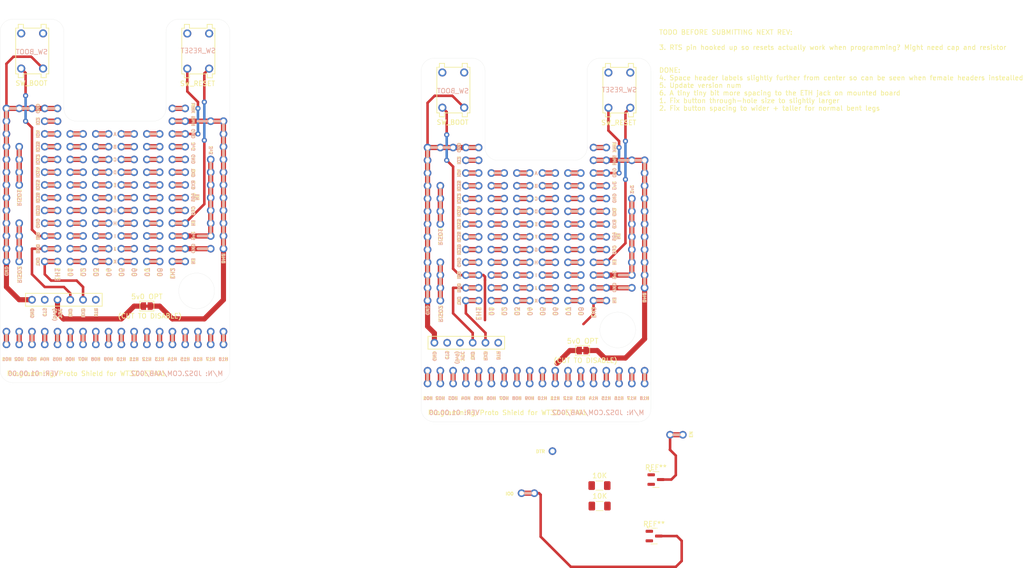
<source format=kicad_pcb>
(kicad_pcb (version 20240108) (generator "pcbnew") (generator_version "8.0")
  (layers (0 "F.Cu" signal) (31 "B.Cu" signal) (34 "B.Paste" user) (35 "F.Paste" user) (36 "B.SilkS" user "B.Silkscreen") (37 "F.SilkS" user "F.Silkscreen") (38 "B.Mask" user) (39 "F.Mask" user) (44 "Edge.Cuts" user))
  (net 0 "")
  (footprint "Package_TO_SOT_SMD:SOT-23" (layer "F.Cu") (at 61.94 102.95)
    (property "Reference" "REF**")
    (property "Value" "SOT-23")
  )
  (footprint "Jumper:SolderJumper-2_P1.3mm_Bridged_Pad1.0x1.5mm" (layer "F.Cu") (at -39.336051 68.413949)
    (property "Reference" "5v0 OPT")
    (property "Value" "SolderJumper-2_P1.3mm_Bridged_Pad1.0x1.5mm" (hide yes))
  )
  (footprint "Footprint_Library:R_1206_3216Metric_Pad1.30x1.75mm_HandSolder" (layer "F.Cu") (at 50.71 104.15)
    (property "Reference" "10K")
    (property "Value" "R_1206_3216Metric_Pad1.30x1.75mm_HandSolder")
  )
  (footprint "Package_TO_SOT_SMD:SOT-23" (layer "F.Cu") (at 61.57 114.2)
    (property "Reference" "REF**")
    (property "Value" "SOT-23")
  )
  (footprint "Jumper:SolderJumper-2_P1.3mm_Bridged_Pad1.0x1.5mm" (layer "F.Cu") (at 47.36 77.26)
    (property "Reference" "5v0 OPT")
    (property "Value" "SolderJumper-2_P1.3mm_Bridged_Pad1.0x1.5mm" (hide yes))
  )
  (footprint "Footprint_Library:R_1206_3216Metric_Pad1.30x1.75mm_HandSolder" (layer "F.Cu") (at 50.74 108.22)
    (property "Reference" "10K")
    (property "Value" "R_1206_3216Metric_Pad1.30x1.75mm_HandSolder")
  )
  (gr_line (start -64.736051 36.663949) (end -64.736051 41.743949) (stroke (width 1.016)) (layer "F.Cu"))
  (gr_line (start -64.736051 54.443949) (end -64.736051 59.523949) (stroke (width 1.016)) (layer "F.Cu"))
  (gr_line (start 19.05 46.99) (end 19.05 52.07) (stroke (width 1.016)) (layer "F.Cu"))
  (gr_line (start 19.05 44.45) (end 19.05 49.53) (stroke (width 1.016)) (layer "F.Cu"))
  (gr_line (start 19.05 62.23) (end 19.05 67.31) (stroke (width 1.016)) (layer "F.Cu"))
  (gr_line (start 19.05 59.69) (end 19.05 64.77) (stroke (width 1.016)) (layer "F.Cu"))
  (gr_line (start -64.736051 51.903949) (end -64.736051 56.983949) (stroke (width 1.016)) (layer "F.Cu"))
  (gr_line (start -64.736051 39.203949) (end -64.736051 44.283949) (stroke (width 1.016)) (layer "F.Cu"))
  (gr_line (start -57.116051 51.903949) (end -59.656051 51.903949) (stroke (width 0.508)) (layer "B.SilkS"))
  (gr_line (start 36.83 67.31) (end 34.29 67.31) (stroke (width 0.508)) (layer "B.SilkS"))
  (gr_line (start 31.75 57.15) (end 29.21 57.15) (stroke (width 0.508)) (layer "B.SilkS"))
  (gr_line (start -36.796051 34.123949) (end -39.336051 34.123949) (stroke (width 0.508)) (layer "B.SilkS"))
  (gr_line (start 46.99 81.28) (end 46.99 83.82) (stroke (width 0.508)) (layer "B.SilkS"))
  (gr_line (start 24.13 81.28) (end 24.13 83.82) (stroke (width 0.508)) (layer "B.SilkS"))
  (gr_line (start -57.116051 73.493949) (end -57.116051 76.033949) (stroke (width 0.508)) (layer "B.SilkS"))
  (gr_line (start -57.116051 59.523949) (end -59.656051 59.523949) (stroke (width 0.508)) (layer "B.SilkS"))
  (gr_line (start 26.67 54.61) (end 24.13 54.61) (stroke (width 0.508)) (layer "B.SilkS"))
  (gr_line (start 52.07 59.69) (end 49.53 59.69) (stroke (width 0.508)) (layer "B.SilkS"))
  (gr_line (start 36.83 46.99) (end 34.29 46.99) (stroke (width 0.508)) (layer "B.SilkS"))
  (gr_line (start -52.036051 36.663949) (end -54.576051 36.663949) (stroke (width 0.508)) (layer "B.SilkS"))
  (gr_line (start 16.51 67.31) (end 16.51 36.83) (stroke (width 0.508)) (layer "B.SilkS"))
  (gr_line (start -29.176051 54.443949) (end -26.636051 54.443949) (stroke (width 0.508)) (layer "B.SilkS"))
  (gr_line (start -57.116051 44.283949) (end -59.656051 44.283949) (stroke (width 0.508)) (layer "B.SilkS"))
  (gr_line (start 59.69 64.77) (end 59.69 39.37) (stroke (width 0.508)) (layer "B.SilkS"))
  (gr_line (start 46.99 41.91) (end 44.45 41.91) (stroke (width 0.508)) (layer "B.SilkS"))
  (gr_line (start -46.956051 59.523949) (end -49.496051 59.523949) (stroke (width 0.508)) (layer "B.SilkS"))
  (gr_line (start 39.37 81.28) (end 39.37 83.82) (stroke (width 0.508)) (layer "B.SilkS"))
  (gr_line (start 26.67 59.69) (end 24.13 59.69) (stroke (width 0.508)) (layer "B.SilkS"))
  (gr_line (start 26.67 62.23) (end 24.13 62.23) (stroke (width 0.508)) (layer "B.SilkS"))
  (gr_line (start -31.716051 46.823949) (end -34.256051 46.823949) (stroke (width 0.508)) (layer "B.SilkS"))
  (gr_line (start 54.61 64.77) (end 57.15 64.77) (stroke (width 0.508)) (layer "B.SilkS"))
  (gr_line (start 52.07 44.45) (end 49.53 44.45) (stroke (width 0.508)) (layer "B.SilkS"))
  (gr_line (start -31.716051 49.363949) (end -34.256051 49.363949) (stroke (width 0.508)) (layer "B.SilkS"))
  (gr_line (start 36.83 81.28) (end 36.83 83.82) (stroke (width 0.508)) (layer "B.SilkS"))
  (gr_line (start -52.036051 44.283949) (end -54.576051 44.283949) (stroke (width 0.508)) (layer "B.SilkS"))
  (gr_line (start 26.67 81.28) (end 26.67 83.82) (stroke (width 0.508)) (layer "B.SilkS"))
  (gr_line (start -31.716051 31.583949) (end -34.256051 31.583949) (stroke (width 0.508)) (layer "B.SilkS"))
  (gr_line (start 57.15 81.28) (end 57.15 83.82) (stroke (width 0.508)) (layer "B.SilkS"))
  (gr_line (start -31.716051 51.903949) (end -34.256051 51.903949) (stroke (width 0.508)) (layer "B.SilkS"))
  (gr_line (start -31.716051 34.123949) (end -34.256051 34.123949) (stroke (width 0.508)) (layer "B.SilkS"))
  (gr_line (start -41.876051 41.743949) (end -44.416051 41.743949) (stroke (width 0.508)) (layer "B.SilkS"))
  (gr_line (start 36.83 54.61) (end 34.29 54.61) (stroke (width 0.508)) (layer "B.SilkS"))
  (gr_line (start 31.75 52.07) (end 29.21 52.07) (stroke (width 0.508)) (layer "B.SilkS"))
  (gr_line (start -46.956051 34.123949) (end -49.496051 34.123949) (stroke (width 0.508)) (layer "B.SilkS"))
  (gr_line (start 54.61 39.37) (end 59.69 39.37) (stroke (width 0.508)) (layer "B.SilkS"))
  (gr_line (start 16.51 36.83) (end 19.29 36.83) (stroke (width 0.508)) (layer "B.SilkS"))
  (gr_line (start -67.276051 73.493949) (end -67.276051 76.033949) (stroke (width 0.508)) (layer "B.SilkS"))
  (gr_line (start 19.05 81.28) (end 19.05 83.82) (stroke (width 0.508)) (layer "B.SilkS"))
  (gr_line (start 46.99 52.07) (end 44.45 52.07) (stroke (width 0.508)) (layer "B.SilkS"))
  (gr_line (start -31.716051 56.983949) (end -34.256051 56.983949) (stroke (width 0.508)) (layer "B.SilkS"))
  (gr_line (start 31.75 49.53) (end 29.21 49.53) (stroke (width 0.508)) (layer "B.SilkS"))
  (gr_line (start 41.91 57.15) (end 39.37 57.15) (stroke (width 0.508)) (layer "B.SilkS"))
  (gr_line (start -31.716051 44.283949) (end -34.256051 44.283949) (stroke (width 0.508)) (layer "B.SilkS"))
  (gr_line (start 59.69 81.28) (end 59.69 83.82) (stroke (width 0.508)) (layer "B.SilkS"))
  (gr_line (start -36.796051 73.493949) (end -36.796051 76.033949) (stroke (width 0.508)) (layer "B.SilkS"))
  (gr_line (start -36.796051 59.523949) (end -39.336051 59.523949) (stroke (width 0.508)) (layer "B.SilkS"))
  (gr_line (start -52.036051 51.903949) (end -54.576051 51.903949) (stroke (width 0.508)) (layer "B.SilkS"))
  (gr_line (start 26.67 46.99) (end 24.13 46.99) (stroke (width 0.508)) (layer "B.SilkS"))
  (gr_line (start -41.876051 54.443949) (end -44.416051 54.443949) (stroke (width 0.508)) (layer "B.SilkS"))
  (gr_line (start 26.67 36.83) (end 24.13 36.83) (stroke (width 0.508)) (layer "B.SilkS"))
  (gr_line (start 36.83 59.69) (end 34.29 59.69) (stroke (width 0.508)) (layer "B.SilkS"))
  (gr_line (start -46.956051 39.203949) (end -49.496051 39.203949) (stroke (width 0.508)) (layer "B.SilkS"))
  (gr_line (start -64.736051 56.983949) (end -64.736051 51.903949) (stroke (width 0.508)) (layer "B.SilkS"))
  (gr_line (start -64.736051 29.043949) (end -62.196051 29.043949) (stroke (width 0.508)) (layer "B.SilkS"))
  (gr_line (start 52.07 52.07) (end 49.53 52.07) (stroke (width 0.508)) (layer "B.SilkS"))
  (gr_line (start 46.99 64.77) (end 44.45 64.77) (stroke (width 0.508)) (layer "B.SilkS"))
  (gr_line (start 52.07 36.83) (end 49.53 36.83) (stroke (width 0.508)) (layer "B.SilkS"))
  (gr_line (start 46.99 67.31) (end 44.45 67.31) (stroke (width 0.508)) (layer "B.SilkS"))
  (gr_line (start 49.53 81.28) (end 49.53 83.82) (stroke (width 0.508)) (layer "B.SilkS"))
  (gr_line (start 29.21 81.28) (end 29.21 83.82) (stroke (width 0.508)) (layer "B.SilkS"))
  (gr_line (start -44.416051 73.493949) (end -44.416051 76.033949) (stroke (width 0.508)) (layer "B.SilkS"))
  (gr_line (start -41.876051 36.663949) (end -44.416051 36.663949) (stroke (width 0.508)) (layer "B.SilkS"))
  (gr_line (start -57.116051 29.043949) (end -59.656051 29.043949) (stroke (width 0.508)) (layer "B.SilkS"))
  (gr_line (start 26.67 57.15) (end 24.13 57.15) (stroke (width 0.508)) (layer "B.SilkS"))
  (gr_line (start -52.036051 41.743949) (end -54.576051 41.743949) (stroke (width 0.508)) (layer "B.SilkS"))
  (gr_line (start 31.75 54.61) (end 29.21 54.61) (stroke (width 0.508)) (layer "B.SilkS"))
  (gr_line (start 37.75 105.665) (end 35.21 105.665) (stroke (width 0.508)) (layer "B.SilkS"))
  (gr_line (start -57.116051 34.123949) (end -59.656051 34.123949) (stroke (width 0.508)) (layer "B.SilkS"))
  (gr_line (start 26.67 41.91) (end 24.13 41.91) (stroke (width 0.508)) (layer "B.SilkS"))
  (gr_line (start -26.636051 73.493949) (end -26.636051 76.033949) (stroke (width 0.508)) (layer "B.SilkS"))
  (gr_line (start 31.75 41.91) (end 29.21 41.91) (stroke (width 0.508)) (layer "B.SilkS"))
  (gr_line (start 31.75 46.99) (end 29.21 46.99) (stroke (width 0.508)) (layer "B.SilkS"))
  (gr_line (start -46.956051 73.493949) (end -46.956051 76.033949) (stroke (width 0.508)) (layer "B.SilkS"))
  (gr_line (start 41.91 67.31) (end 39.37 67.31) (stroke (width 0.508)) (layer "B.SilkS"))
  (gr_line (start -26.636051 54.443949) (end -26.636051 39.203949) (stroke (width 0.508)) (layer "B.SilkS"))
  (gr_line (start 41.91 41.91) (end 39.37 41.91) (stroke (width 0.508)) (layer "B.SilkS"))
  (gr_line (start 31.75 62.23) (end 29.21 62.23) (stroke (width 0.508)) (layer "B.SilkS"))
  (gr_line (start -52.036051 46.823949) (end -54.576051 46.823949) (stroke (width 0.508)) (layer "B.SilkS"))
  (gr_line (start -39.336051 73.493949) (end -39.336051 76.033949) (stroke (width 0.508)) (layer "B.SilkS"))
  (gr_line (start 46.99 49.53) (end 44.45 49.53) (stroke (width 0.508)) (layer "B.SilkS"))
  (gr_line (start 34.29 81.28) (end 34.29 83.82) (stroke (width 0.508)) (layer "B.SilkS"))
  (gr_line (start -46.956051 56.983949) (end -49.496051 56.983949) (stroke (width 0.508)) (layer "B.SilkS"))
  (gr_line (start -46.956051 54.443949) (end -49.496051 54.443949) (stroke (width 0.508)) (layer "B.SilkS"))
  (gr_line (start -41.876051 51.903949) (end -44.416051 51.903949) (stroke (width 0.508)) (layer "B.SilkS"))
  (gr_line (start 36.83 62.23) (end 34.29 62.23) (stroke (width 0.508)) (layer "B.SilkS"))
  (gr_line (start -49.496051 73.493949) (end -49.496051 76.033949) (stroke (width 0.508)) (layer "B.SilkS"))
  (gr_line (start 46.99 57.15) (end 44.45 57.15) (stroke (width 0.508)) (layer "B.SilkS"))
  (gr_line (start 41.91 44.45) (end 39.37 44.45) (stroke (width 0.508)) (layer "B.SilkS"))
  (gr_line (start 41.91 64.77) (end 39.37 64.77) (stroke (width 0.508)) (layer "B.SilkS"))
  (gr_line (start 46.99 59.69) (end 44.45 59.69) (stroke (width 0.508)) (layer "B.SilkS"))
  (gr_line (start -31.716051 54.443949) (end -34.256051 54.443949) (stroke (width 0.508)) (layer "B.SilkS"))
  (gr_line (start 52.07 67.31) (end 49.53 67.31) (stroke (width 0.508)) (layer "B.SilkS"))
  (gr_line (start 44.45 81.28) (end 44.45 83.82) (stroke (width 0.508)) (layer "B.SilkS"))
  (gr_line (start -57.116051 54.443949) (end -59.656051 54.443949) (stroke (width 0.508)) (layer "B.SilkS"))
  (gr_line (start 36.83 52.07) (end 34.29 52.07) (stroke (width 0.508)) (layer "B.SilkS"))
  (gr_line (start 41.91 62.23) (end 39.37 62.23) (stroke (width 0.508)) (layer "B.SilkS"))
  (gr_line (start -52.036051 73.493949) (end -52.036051 76.033949) (stroke (width 0.508)) (layer "B.SilkS"))
  (gr_line (start 46.99 54.61) (end 44.45 54.61) (stroke (width 0.508)) (layer "B.SilkS"))
  (gr_line (start -29.176051 73.493949) (end -29.176051 76.033949) (stroke (width 0.508)) (layer "B.SilkS"))
  (gr_line (start 54.61 62.23) (end 57.15 62.23) (stroke (width 0.508)) (layer "B.SilkS"))
  (gr_line (start 41.91 49.53) (end 39.37 49.53) (stroke (width 0.508)) (layer "B.SilkS"))
  (gr_line (start 67.3 94.026904) (end 64.76 94.026904) (stroke (width 0.508)) (layer "B.SilkS"))
  (gr_line (start 31.75 59.69) (end 29.21 59.69) (stroke (width 0.508)) (layer "B.SilkS"))
  (gr_line (start 31.75 64.77) (end 29.21 64.77) (stroke (width 0.508)) (layer "B.SilkS"))
  (gr_line (start 52.07 81.28) (end 52.07 83.82) (stroke (width 0.508)) (layer "B.SilkS"))
  (gr_line (start 19.05 67.31) (end 19.05 62.23) (stroke (width 0.508)) (layer "B.SilkS"))
  (gr_line (start 54.61 81.28) (end 54.61 83.82) (stroke (width 0.508)) (layer "B.SilkS"))
  (gr_line (start -57.116051 36.663949) (end -59.656051 36.663949) (stroke (width 0.508)) (layer "B.SilkS"))
  (gr_line (start -31.716051 29.043949) (end -34.256051 29.043949) (stroke (width 0.508)) (layer "B.SilkS"))
  (gr_line (start 57.15 62.23) (end 57.15 46.99) (stroke (width 0.508)) (layer "B.SilkS"))
  (gr_line (start -41.876051 73.493949) (end -41.876051 76.033949) (stroke (width 0.508)) (layer "B.SilkS"))
  (gr_line (start 52.07 54.61) (end 49.53 54.61) (stroke (width 0.508)) (layer "B.SilkS"))
  (gr_line (start -31.716051 41.743949) (end -34.256051 41.743949) (stroke (width 0.508)) (layer "B.SilkS"))
  (gr_line (start 52.07 57.15) (end 49.53 57.15) (stroke (width 0.508)) (layer "B.SilkS"))
  (gr_line (start -36.796051 39.203949) (end -39.336051 39.203949) (stroke (width 0.508)) (layer "B.SilkS"))
  (gr_line (start -57.116051 41.743949) (end -59.656051 41.743949) (stroke (width 0.508)) (layer "B.SilkS"))
  (gr_line (start 19.05 52.07) (end 19.05 46.99) (stroke (width 0.508)) (layer "B.SilkS"))
  (gr_line (start 36.83 57.15) (end 34.29 57.15) (stroke (width 0.508)) (layer "B.SilkS"))
  (gr_line (start -24.096051 73.493949) (end -24.096051 76.033949) (stroke (width 0.508)) (layer "B.SilkS"))
  (gr_line (start 52.07 36.83) (end 49.53 36.83) (stroke (width 0.508)) (layer "B.SilkS"))
  (gr_line (start 26.67 52.07) (end 24.13 52.07) (stroke (width 0.508)) (layer "B.SilkS"))
  (gr_line (start -41.876051 46.823949) (end -44.416051 46.823949) (stroke (width 0.508)) (layer "B.SilkS"))
  (gr_line (start -41.876051 44.283949) (end -44.416051 44.283949) (stroke (width 0.508)) (layer "B.SilkS"))
  (gr_line (start -31.716051 73.493949) (end -31.716051 76.033949) (stroke (width 0.508)) (layer "B.SilkS"))
  (gr_line (start -52.036051 54.443949) (end -54.576051 54.443949) (stroke (width 0.508)) (layer "B.SilkS"))
  (gr_line (start 19.05 36.83) (end 21.59 36.83) (stroke (width 0.508)) (layer "B.SilkS"))
  (gr_line (start -31.716051 39.203949) (end -34.256051 39.203949) (stroke (width 0.508)) (layer "B.SilkS"))
  (gr_line (start -62.196051 73.493949) (end -62.196051 76.033949) (stroke (width 0.508)) (layer "B.SilkS"))
  (gr_line (start 36.83 41.91) (end 34.29 41.91) (stroke (width 0.508)) (layer "B.SilkS"))
  (gr_line (start -36.796051 41.743949) (end -39.336051 41.743949) (stroke (width 0.508)) (layer "B.SilkS"))
  (gr_line (start -52.036051 59.523949) (end -54.576051 59.523949) (stroke (width 0.508)) (layer "B.SilkS"))
  (gr_line (start 19.05 64.77) (end 19.05 59.69) (stroke (width 0.508)) (layer "B.SilkS"))
  (gr_line (start -46.956051 41.743949) (end -49.496051 41.743949) (stroke (width 0.508)) (layer "B.SilkS"))
  (gr_line (start -54.576051 73.493949) (end -54.576051 76.033949) (stroke (width 0.508)) (layer "B.SilkS"))
  (gr_line (start -67.276051 29.043949) (end -64.496051 29.043949) (stroke (width 0.508)) (layer "B.SilkS"))
  (gr_line (start 26.67 67.31) (end 24.13 67.31) (stroke (width 0.508)) (layer "B.SilkS"))
  (gr_line (start -41.876051 49.363949) (end -44.416051 49.363949) (stroke (width 0.508)) (layer "B.SilkS"))
  (gr_line (start -29.176051 31.583949) (end -24.096051 31.583949) (stroke (width 0.508)) (layer "B.SilkS"))
  (gr_line (start 41.91 46.99) (end 39.37 46.99) (stroke (width 0.508)) (layer "B.SilkS"))
  (gr_line (start 16.51 81.28) (end 16.51 83.82) (stroke (width 0.508)) (layer "B.SilkS"))
  (gr_line (start -52.036051 34.123949) (end -54.576051 34.123949) (stroke (width 0.508)) (layer "B.SilkS"))
  (gr_line (start -36.796051 56.983949) (end -39.336051 56.983949) (stroke (width 0.508)) (layer "B.SilkS"))
  (gr_line (start 46.99 46.99) (end 44.45 46.99) (stroke (width 0.508)) (layer "B.SilkS"))
  (gr_line (start -36.796051 44.283949) (end -39.336051 44.283949) (stroke (width 0.508)) (layer "B.SilkS"))
  (gr_line (start -57.116051 46.823949) (end -59.656051 46.823949) (stroke (width 0.508)) (layer "B.SilkS"))
  (gr_line (start -36.796051 54.443949) (end -39.336051 54.443949) (stroke (width 0.508)) (layer "B.SilkS"))
  (gr_line (start 26.67 49.53) (end 24.13 49.53) (stroke (width 0.508)) (layer "B.SilkS"))
  (gr_line (start -52.036051 39.203949) (end -54.576051 39.203949) (stroke (width 0.508)) (layer "B.SilkS"))
  (gr_line (start -46.956051 49.363949) (end -49.496051 49.363949) (stroke (width 0.508)) (layer "B.SilkS"))
  (gr_line (start 26.67 44.45) (end 24.13 44.45) (stroke (width 0.508)) (layer "B.SilkS"))
  (gr_line (start 41.91 52.07) (end 39.37 52.07) (stroke (width 0.508)) (layer "B.SilkS"))
  (gr_line (start 52.07 62.23) (end 49.53 62.23) (stroke (width 0.508)) (layer "B.SilkS"))
  (gr_line (start 52.07 49.53) (end 49.53 49.53) (stroke (width 0.508)) (layer "B.SilkS"))
  (gr_line (start -64.736051 44.283949) (end -64.736051 39.203949) (stroke (width 0.508)) (layer "B.SilkS"))
  (gr_line (start 41.91 59.69) (end 39.37 59.69) (stroke (width 0.508)) (layer "B.SilkS"))
  (gr_line (start 26.67 39.37) (end 24.13 39.37) (stroke (width 0.508)) (layer "B.SilkS"))
  (gr_line (start -41.876051 34.123949) (end -44.416051 34.123949) (stroke (width 0.508)) (layer "B.SilkS"))
  (gr_line (start -52.036051 56.983949) (end -54.576051 56.983949) (stroke (width 0.508)) (layer "B.SilkS"))
  (gr_line (start -24.096051 56.983949) (end -24.096051 31.583949) (stroke (width 0.508)) (layer "B.SilkS"))
  (gr_line (start -64.736051 73.493949) (end -64.736051 76.033949) (stroke (width 0.508)) (layer "B.SilkS"))
  (gr_line (start -57.116051 31.583949) (end -59.656051 31.583949) (stroke (width 0.508)) (layer "B.SilkS"))
  (gr_line (start 52.07 46.99) (end 49.53 46.99) (stroke (width 0.508)) (layer "B.SilkS"))
  (gr_line (start 31.75 67.31) (end 29.21 67.31) (stroke (width 0.508)) (layer "B.SilkS"))
  (gr_line (start 52.07 39.37) (end 49.53 39.37) (stroke (width 0.508)) (layer "B.SilkS"))
  (gr_line (start 31.75 81.28) (end 31.75 83.82) (stroke (width 0.508)) (layer "B.SilkS"))
  (gr_line (start 52.07 41.91) (end 49.53 41.91) (stroke (width 0.508)) (layer "B.SilkS"))
  (gr_line (start -36.796051 36.663949) (end -39.336051 36.663949) (stroke (width 0.508)) (layer "B.SilkS"))
  (gr_line (start -36.796051 51.903949) (end -39.336051 51.903949) (stroke (width 0.508)) (layer "B.SilkS"))
  (gr_line (start 36.83 64.77) (end 34.29 64.77) (stroke (width 0.508)) (layer "B.SilkS"))
  (gr_line (start -57.116051 49.363949) (end -59.656051 49.363949) (stroke (width 0.508)) (layer "B.SilkS"))
  (gr_line (start -46.956051 44.283949) (end -49.496051 44.283949) (stroke (width 0.508)) (layer "B.SilkS"))
  (gr_line (start 36.83 49.53) (end 34.29 49.53) (stroke (width 0.508)) (layer "B.SilkS"))
  (gr_line (start 41.91 54.61) (end 39.37 54.61) (stroke (width 0.508)) (layer "B.SilkS"))
  (gr_line (start -46.956051 51.903949) (end -49.496051 51.903949) (stroke (width 0.508)) (layer "B.SilkS"))
  (gr_line (start -41.876051 59.523949) (end -44.416051 59.523949) (stroke (width 0.508)) (layer "B.SilkS"))
  (gr_line (start -46.956051 36.663949) (end -49.496051 36.663949) (stroke (width 0.508)) (layer "B.SilkS"))
  (gr_line (start -64.736051 59.523949) (end -64.736051 54.443949) (stroke (width 0.508)) (layer "B.SilkS"))
  (gr_line (start -31.716051 59.523949) (end -34.256051 59.523949) (stroke (width 0.508)) (layer "B.SilkS"))
  (gr_line (start -67.276051 59.523949) (end -67.276051 29.043949) (stroke (width 0.508)) (layer "B.SilkS"))
  (gr_line (start -59.656051 73.493949) (end -59.656051 76.033949) (stroke (width 0.508)) (layer "B.SilkS"))
  (gr_line (start -57.116051 56.983949) (end -59.656051 56.983949) (stroke (width 0.508)) (layer "B.SilkS"))
  (gr_line (start -64.736051 41.743949) (end -64.736051 36.663949) (stroke (width 0.508)) (layer "B.SilkS"))
  (gr_line (start -57.116051 39.203949) (end -59.656051 39.203949) (stroke (width 0.508)) (layer "B.SilkS"))
  (gr_line (start -36.796051 49.363949) (end -39.336051 49.363949) (stroke (width 0.508)) (layer "B.SilkS"))
  (gr_line (start -34.256051 73.493949) (end -34.256051 76.033949) (stroke (width 0.508)) (layer "B.SilkS"))
  (gr_line (start -41.876051 39.203949) (end -44.416051 39.203949) (stroke (width 0.508)) (layer "B.SilkS"))
  (gr_line (start 52.07 64.77) (end 49.53 64.77) (stroke (width 0.508)) (layer "B.SilkS"))
  (gr_line (start 26.67 64.77) (end 24.13 64.77) (stroke (width 0.508)) (layer "B.SilkS"))
  (gr_line (start -52.036051 49.363949) (end -54.576051 49.363949) (stroke (width 0.508)) (layer "B.SilkS"))
  (gr_line (start -31.716051 29.043949) (end -34.256051 29.043949) (stroke (width 0.508)) (layer "B.SilkS"))
  (gr_line (start 36.83 44.45) (end 34.29 44.45) (stroke (width 0.508)) (layer "B.SilkS"))
  (gr_line (start 41.91 81.28) (end 41.91 83.82) (stroke (width 0.508)) (layer "B.SilkS"))
  (gr_line (start -36.796051 46.823949) (end -39.336051 46.823949) (stroke (width 0.508)) (layer "B.SilkS"))
  (gr_line (start 19.05 49.53) (end 19.05 44.45) (stroke (width 0.508)) (layer "B.SilkS"))
  (gr_line (start -41.876051 56.983949) (end -44.416051 56.983949) (stroke (width 0.508)) (layer "B.SilkS"))
  (gr_line (start -31.716051 36.663949) (end -34.256051 36.663949) (stroke (width 0.508)) (layer "B.SilkS"))
  (gr_line (start -46.956051 46.823949) (end -49.496051 46.823949) (stroke (width 0.508)) (layer "B.SilkS"))
  (gr_line (start 46.99 44.45) (end 44.45 44.45) (stroke (width 0.508)) (layer "B.SilkS"))
  (gr_line (start 31.75 44.45) (end 29.21 44.45) (stroke (width 0.508)) (layer "B.SilkS"))
  (gr_line (start 21.59 81.28) (end 21.59 83.82) (stroke (width 0.508)) (layer "B.SilkS"))
  (gr_line (start 46.99 62.23) (end 44.45 62.23) (stroke (width 0.508)) (layer "B.SilkS"))
  (gr_line (start -29.176051 56.983949) (end -26.636051 56.983949) (stroke (width 0.508)) (layer "B.SilkS"))
  (gr_line (start -44.416051 36.663949) (end -41.876051 36.663949) (stroke (width 0.508)) (layer "F.SilkS"))
  (gr_line (start -54.576051 73.493949) (end -54.576051 76.033949) (stroke (width 0.508)) (layer "F.SilkS"))
  (gr_line (start 56.448 29.958) (end 52.924 29.958) (stroke (width 0.15)) (layer "F.SilkS"))
  (gr_line (start 44.45 52.07) (end 46.99 52.07) (stroke (width 0.508)) (layer "F.SilkS"))
  (gr_line (start 49.53 81.28) (end 49.53 83.82) (stroke (width 0.508)) (layer "F.SilkS"))
  (gr_line (start 34.29 41.91) (end 36.83 41.91) (stroke (width 0.508)) (layer "F.SilkS"))
  (gr_line (start 51.9014 30.72) (end 51.9014 29.958) (stroke (width 0.15)) (layer "F.SilkS"))
  (gr_line (start -30.868651 22.933949) (end -31.884651 22.933949) (stroke (width 0.15)) (layer "F.SilkS"))
  (gr_line (start -67.276051 29.043949) (end -64.496051 29.043949) (stroke (width 0.508)) (layer "F.SilkS"))
  (gr_line (start -44.416051 56.983949) (end -41.876051 56.983949) (stroke (width 0.508)) (layer "F.SilkS"))
  (gr_line (start 49.53 59.69) (end 52.07 59.69) (stroke (width 0.508)) (layer "F.SilkS"))
  (gr_line (start -65.434301 22.153949) (end -65.434301 13.055949) (stroke (width 0.15)) (layer "F.SilkS"))
  (gr_line (start -30.868051 12.311949) (end -30.868051 13.073949) (stroke (width 0.15)) (layer "F.SilkS"))
  (gr_line (start 24.13 41.91) (end 26.67 41.91) (stroke (width 0.508)) (layer "F.SilkS"))
  (gr_line (start 44.45 64.77) (end 46.99 64.77) (stroke (width 0.508)) (layer "F.SilkS"))
  (gr_line (start -27.338051 22.171949) (end -30.862051 22.171949) (stroke (width 0.15)) (layer "F.SilkS"))
  (gr_line (start -24.096051 73.493949) (end -24.096051 76.033949) (stroke (width 0.508)) (layer "F.SilkS"))
  (gr_line (start -39.336051 51.903949) (end -36.796051 51.903949) (stroke (width 0.508)) (layer "F.SilkS"))
  (gr_line (start -49.496051 44.283949) (end -46.956051 44.283949) (stroke (width 0.508)) (layer "F.SilkS"))
  (gr_line (start -44.416051 44.283949) (end -41.876051 44.283949) (stroke (width 0.508)) (layer "F.SilkS"))
  (gr_line (start 57.15 62.23) (end 57.15 46.99) (stroke (width 0.508)) (layer "F.SilkS"))
  (gr_line (start 34.29 52.07) (end 36.83 52.07) (stroke (width 0.508)) (layer "F.SilkS"))
  (gr_line (start 34.29 54.61) (end 36.83 54.61) (stroke (width 0.508)) (layer "F.SilkS"))
  (gr_line (start 52.918 20.098) (end 52.918 20.86) (stroke (width 0.15)) (layer "F.SilkS"))
  (gr_line (start -44.416051 39.203949) (end -41.876051 39.203949) (stroke (width 0.508)) (layer "F.SilkS"))
  (gr_line (start 52.07 81.28) (end 52.07 83.82) (stroke (width 0.508)) (layer "F.SilkS"))
  (gr_line (start 24.13 59.69) (end 26.67 59.69) (stroke (width 0.508)) (layer "F.SilkS"))
  (gr_line (start -59.656051 31.583949) (end -57.116051 31.583949) (stroke (width 0.508)) (layer "F.SilkS"))
  (gr_line (start -54.576051 41.743949) (end -52.036051 41.743949) (stroke (width 0.508)) (layer "F.SilkS"))
  (gr_line (start 51.902 20.86) (end 51.902 20.098) (stroke (width 0.15)) (layer "F.SilkS"))
  (gr_line (start -26.636051 73.493949) (end -26.636051 76.033949) (stroke (width 0.508)) (layer "F.SilkS"))
  (gr_line (start 19.87515 29.94) (end 19.87515 30.702) (stroke (width 0.15)) (layer "F.SilkS"))
  (gr_line (start -41.876051 73.493949) (end -41.876051 76.033949) (stroke (width 0.508)) (layer "F.SilkS"))
  (gr_line (start -54.576051 44.283949) (end -52.036051 44.283949) (stroke (width 0.508)) (layer "F.SilkS"))
  (gr_line (start 44.45 54.61) (end 46.99 54.61) (stroke (width 0.508)) (layer "F.SilkS"))
  (gr_line (start -34.256051 49.363949) (end -31.716051 49.363949) (stroke (width 0.508)) (layer "F.SilkS"))
  (gr_line (start -34.256051 39.203949) (end -31.716051 39.203949) (stroke (width 0.508)) (layer "F.SilkS"))
  (gr_line (start -54.576051 36.663949) (end -52.036051 36.663949) (stroke (width 0.508)) (layer "F.SilkS"))
  (gr_line (start 29.21 54.61) (end 31.75 54.61) (stroke (width 0.508)) (layer "F.SilkS"))
  (gr_line (start 16.51 36.83) (end 19.29 36.83) (stroke (width 0.508)) (layer "F.SilkS"))
  (gr_line (start 18.85975 20.842) (end 18.85975 20.08) (stroke (width 0.15)) (layer "F.SilkS"))
  (gr_line (start -34.256051 36.663949) (end -31.716051 36.663949) (stroke (width 0.508)) (layer "F.SilkS"))
  (gr_line (start 35.21 105.665) (end 37.75 105.665) (stroke (width 0.508)) (layer "F.SilkS"))
  (gr_line (start 24.42235 20.842) (end 24.93035 20.842) (stroke (width 0.15)) (layer "F.SilkS"))
  (gr_line (start 19.05 67.31) (end 19.05 62.23) (stroke (width 0.508)) (layer "F.SilkS"))
  (gr_line (start 46.99 81.28) (end 46.99 83.82) (stroke (width 0.508)) (layer "F.SilkS"))
  (gr_line (start -64.736051 73.493949) (end -64.736051 76.033949) (stroke (width 0.508)) (layer "F.SilkS"))
  (gr_line (start -49.496051 59.523949) (end -46.956051 59.523949) (stroke (width 0.508)) (layer "F.SilkS"))
  (gr_line (start 44.45 81.28) (end 44.45 83.82) (stroke (width 0.508)) (layer "F.SilkS"))
  (gr_line (start 24.13 57.15) (end 26.67 57.15) (stroke (width 0.508)) (layer "F.SilkS"))
  (gr_line (start -25.813451 13.073949) (end -25.813451 22.171949) (stroke (width 0.15)) (layer "F.SilkS"))
  (gr_line (start -59.656051 39.203949) (end -57.116051 39.203949) (stroke (width 0.508)) (layer "F.SilkS"))
  (gr_line (start 56.448 30.72) (end 56.448 29.958) (stroke (width 0.15)) (layer "F.SilkS"))
  (gr_line (start 29.21 67.31) (end 31.75 67.31) (stroke (width 0.508)) (layer "F.SilkS"))
  (gr_line (start 44.45 44.45) (end 46.99 44.45) (stroke (width 0.508)) (layer "F.SilkS"))
  (gr_line (start 19.05 52.07) (end 19.05 46.99) (stroke (width 0.508)) (layer "F.SilkS"))
  (gr_line (start -31.884051 13.073949) (end -31.884051 12.311949) (stroke (width 0.15)) (layer "F.SilkS"))
  (gr_line (start -49.496051 41.743949) (end -46.956051 41.743949) (stroke (width 0.508)) (layer "F.SilkS"))
  (gr_line (start 57.15 64.77) (end 54.61 64.77) (stroke (width 0.508)) (layer "F.SilkS"))
  (gr_line (start 51.394 20.86) (end 51.902 20.86) (stroke (width 0.15)) (layer "F.SilkS"))
  (gr_line (start 34.29 59.69) (end 36.83 59.69) (stroke (width 0.508)) (layer "F.SilkS"))
  (gr_line (start -52.036051 73.493949) (end -52.036051 76.033949) (stroke (width 0.508)) (layer "F.SilkS"))
  (gr_line (start -59.656051 41.743949) (end -57.116051 41.743949) (stroke (width 0.508)) (layer "F.SilkS"))
  (gr_line (start 26.67 81.28) (end 26.67 83.82) (stroke (width 0.508)) (layer "F.SilkS"))
  (gr_line (start -54.576051 46.823949) (end -52.036051 46.823949) (stroke (width 0.508)) (layer "F.SilkS"))
  (gr_line (start -59.656051 49.363949) (end -57.116051 49.363949) (stroke (width 0.508)) (layer "F.SilkS"))
  (gr_line (start 23.40635 20.842) (end 23.40635 20.08) (stroke (width 0.15)) (layer "F.SilkS"))
  (gr_line (start 29.21 41.91) (end 31.75 41.91) (stroke (width 0.508)) (layer "F.SilkS"))
  (gr_line (start 29.21 59.69) (end 31.75 59.69) (stroke (width 0.508)) (layer "F.SilkS"))
  (gr_line (start -54.576051 49.363949) (end -52.036051 49.363949) (stroke (width 0.508)) (layer "F.SilkS"))
  (gr_line (start 49.53 36.83) (end 52.07 36.83) (stroke (width 0.508)) (layer "F.SilkS"))
  (gr_line (start 41.91 81.28) (end 41.91 83.82) (stroke (width 0.508)) (layer "F.SilkS"))
  (gr_line (start 19.87575 20.842) (end 23.39975 20.842) (stroke (width 0.15)) (layer "F.SilkS"))
  (gr_line (start 24.13 46.99) (end 26.67 46.99) (stroke (width 0.508)) (layer "F.SilkS"))
  (gr_line (start -34.256051 56.983949) (end -31.716051 56.983949) (stroke (width 0.508)) (layer "F.SilkS"))
  (gr_line (start 54.61 81.28) (end 54.61 83.82) (stroke (width 0.508)) (layer "F.SilkS"))
  (gr_line (start 31.84 76.97) (end 31.84 74.43) (stroke (width 0.15)) (layer "F.SilkS"))
  (gr_line (start -32.392051 22.171949) (end -32.392051 13.073949) (stroke (width 0.15)) (layer "F.SilkS"))
  (gr_line (start -67.276051 73.493949) (end -67.276051 76.033949) (stroke (width 0.508)) (layer "F.SilkS"))
  (gr_line (start -63.466051 68.413949) (end -48.226051 68.413949) (stroke (width 0.15)) (layer "F.SilkS"))
  (gr_line (start 52.9174 30.72) (end 51.9014 30.72) (stroke (width 0.15)) (layer "F.SilkS"))
  (gr_line (start 44.45 46.99) (end 46.99 46.99) (stroke (width 0.508)) (layer "F.SilkS"))
  (gr_line (start -39.336051 49.363949) (end -36.796051 49.363949) (stroke (width 0.508)) (layer "F.SilkS"))
  (gr_line (start 16.6 76.97) (end 31.84 76.97) (stroke (width 0.15)) (layer "F.SilkS"))
  (gr_line (start -59.656051 59.523949) (end -57.116051 59.523949) (stroke (width 0.508)) (layer "F.SilkS"))
  (gr_line (start 18.85915 29.94) (end 18.35115 29.94) (stroke (width 0.15)) (layer "F.SilkS"))
  (gr_line (start -59.364301 22.153949) (end -59.364301 22.915949) (stroke (width 0.15)) (layer "F.SilkS"))
  (gr_line (start 39.37 49.53) (end 41.91 49.53) (stroke (width 0.508)) (layer "F.SilkS"))
  (gr_line (start 39.37 57.15) (end 41.91 57.15) (stroke (width 0.508)) (layer "F.SilkS"))
  (gr_line (start -31.884651 22.171949) (end -32.392651 22.171949) (stroke (width 0.15)) (layer "F.SilkS"))
  (gr_line (start 39.37 54.61) (end 41.91 54.61) (stroke (width 0.508)) (layer "F.SilkS"))
  (gr_line (start -57.116051 73.493949) (end -57.116051 76.033949) (stroke (width 0.508)) (layer "F.SilkS"))
  (gr_line (start 34.29 44.45) (end 36.83 44.45) (stroke (width 0.508)) (layer "F.SilkS"))
  (gr_line (start -30.868051 13.073949) (end -27.344051 13.073949) (stroke (width 0.15)) (layer "F.SilkS"))
  (gr_line (start 34.29 81.28) (end 34.29 83.82) (stroke (width 0.508)) (layer "F.SilkS"))
  (gr_line (start 23.40575 29.94) (end 19.88175 29.94) (stroke (width 0.15)) (layer "F.SilkS"))
  (gr_line (start -59.363701 13.055949) (end -58.855701 13.055949) (stroke (width 0.15)) (layer "F.SilkS"))
  (gr_line (start 39.37 46.99) (end 41.91 46.99) (stroke (width 0.508)) (layer "F.SilkS"))
  (gr_line (start -59.364301 22.915949) (end -60.380301 22.915949) (stroke (width 0.15)) (layer "F.SilkS"))
  (gr_line (start 24.93035 20.842) (end 24.93035 29.94) (stroke (width 0.15)) (layer "F.SilkS"))
  (gr_line (start -39.336051 34.123949) (end -36.796051 34.123949) (stroke (width 0.508)) (layer "F.SilkS"))
  (gr_line (start -44.416051 54.443949) (end -41.876051 54.443949) (stroke (width 0.508)) (layer "F.SilkS"))
  (gr_line (start 57.464 30.72) (end 56.448 30.72) (stroke (width 0.15)) (layer "F.SilkS"))
  (gr_line (start -44.416051 73.493949) (end -44.416051 76.033949) (stroke (width 0.508)) (layer "F.SilkS"))
  (gr_line (start 24.13 44.45) (end 26.67 44.45) (stroke (width 0.508)) (layer "F.SilkS"))
  (gr_line (start -24.096051 56.983949) (end -24.096051 31.583949) (stroke (width 0.508)) (layer "F.SilkS"))
  (gr_line (start -44.416051 51.903949) (end -41.876051 51.903949) (stroke (width 0.508)) (layer "F.SilkS"))
  (gr_line (start 59.69 64.77) (end 59.69 39.37) (stroke (width 0.508)) (layer "F.SilkS"))
  (gr_line (start -49.496051 54.443949) (end -46.956051 54.443949) (stroke (width 0.508)) (layer "F.SilkS"))
  (gr_line (start -34.256051 51.903949) (end -31.716051 51.903949) (stroke (width 0.508)) (layer "F.SilkS"))
  (gr_line (start -63.910901 22.915949) (end -64.926901 22.915949) (stroke (width 0.15)) (layer "F.SilkS"))
  (gr_line (start 24.42175 30.702) (end 23.40575 30.702) (stroke (width 0.15)) (layer "F.SilkS"))
  (gr_line (start 44.45 41.91) (end 46.99 41.91) (stroke (width 0.508)) (layer "F.SilkS"))
  (gr_line (start 44.45 49.53) (end 46.99 49.53) (stroke (width 0.508)) (layer "F.SilkS"))
  (gr_line (start 39.37 62.23) (end 41.91 62.23) (stroke (width 0.508)) (layer "F.SilkS"))
  (gr_line (start 49.53 67.31) (end 52.07 67.31) (stroke (width 0.508)) (layer "F.SilkS"))
  (gr_line (start -54.576051 34.123949) (end -52.036051 34.123949) (stroke (width 0.508)) (layer "F.SilkS"))
  (gr_line (start -65.434301 13.055949) (end -64.926301 13.055949) (stroke (width 0.15)) (layer "F.SilkS"))
  (gr_line (start -39.336051 36.663949) (end -36.796051 36.663949) (stroke (width 0.508)) (layer "F.SilkS"))
  (gr_line (start -44.416051 59.523949) (end -41.876051 59.523949) (stroke (width 0.508)) (layer "F.SilkS"))
  (gr_line (start 19.05 36.83) (end 21.59 36.83) (stroke (width 0.508)) (layer "F.SilkS"))
  (gr_line (start -64.926901 22.153949) (end -65.434901 22.153949) (stroke (width 0.15)) (layer "F.SilkS"))
  (gr_line (start 57.972 29.958) (end 57.464 29.958) (stroke (width 0.15)) (layer "F.SilkS"))
  (gr_line (start 19.05 64.77) (end 19.05 59.69) (stroke (width 0.508)) (layer "F.SilkS"))
  (gr_line (start -34.256051 59.523949) (end -31.716051 59.523949) (stroke (width 0.508)) (layer "F.SilkS"))
  (gr_line (start 24.13 54.61) (end 26.67 54.61) (stroke (width 0.508)) (layer "F.SilkS"))
  (gr_line (start -59.656051 36.663949) (end -57.116051 36.663949) (stroke (width 0.508)) (layer "F.SilkS"))
  (gr_line (start -39.336051 41.743949) (end -36.796051 41.743949) (stroke (width 0.508)) (layer "F.SilkS"))
  (gr_line (start 44.45 67.31) (end 46.99 67.31) (stroke (width 0.508)) (layer "F.SilkS"))
  (gr_line (start -34.256051 54.443949) (end -31.716051 54.443949) (stroke (width 0.508)) (layer "F.SilkS"))
  (gr_line (start 57.9726 20.86) (end 57.9726 29.958) (stroke (width 0.15)) (layer "F.SilkS"))
  (gr_line (start 24.92975 29.94) (end 24.42175 29.94) (stroke (width 0.15)) (layer "F.SilkS"))
  (gr_line (start 56.4486 20.86) (end 56.4486 20.098) (stroke (width 0.15)) (layer "F.SilkS"))
  (gr_line (start -39.336051 54.443949) (end -36.796051 54.443949) (stroke (width 0.508)) (layer "F.SilkS"))
  (gr_line (start -44.416051 34.123949) (end -41.876051 34.123949) (stroke (width 0.508)) (layer "F.SilkS"))
  (gr_line (start 31.84 74.43) (end 16.6 74.43) (stroke (width 0.15)) (layer "F.SilkS"))
  (gr_line (start 24.13 36.83) (end 26.67 36.83) (stroke (width 0.508)) (layer "F.SilkS"))
  (gr_line (start -48.226051 65.873949) (end -63.466051 65.873949) (stroke (width 0.15)) (layer "F.SilkS"))
  (gr_line (start -39.336051 39.203949) (end -36.796051 39.203949) (stroke (width 0.508)) (layer "F.SilkS"))
  (gr_line (start -49.496051 49.363949) (end -46.956051 49.363949) (stroke (width 0.508)) (layer "F.SilkS"))
  (gr_line (start -48.226051 68.413949) (end -48.226051 65.873949) (stroke (width 0.15)) (layer "F.SilkS"))
  (gr_line (start -64.736051 29.043949) (end -62.196051 29.043949) (stroke (width 0.508)) (layer "F.SilkS"))
  (gr_line (start -49.496051 51.903949) (end -46.956051 51.903949) (stroke (width 0.508)) (layer "F.SilkS"))
  (gr_line (start -30.868651 22.171949) (end -30.868651 22.933949) (stroke (width 0.15)) (layer "F.SilkS"))
  (gr_line (start -31.884651 22.933949) (end -31.884651 22.171949) (stroke (width 0.15)) (layer "F.SilkS"))
  (gr_line (start -26.636051 56.983949) (end -29.176051 56.983949) (stroke (width 0.508)) (layer "F.SilkS"))
  (gr_line (start -49.496051 34.123949) (end -46.956051 34.123949) (stroke (width 0.508)) (layer "F.SilkS"))
  (gr_line (start 29.21 81.28) (end 29.21 83.82) (stroke (width 0.508)) (layer "F.SilkS"))
  (gr_line (start -49.496051 36.663949) (end -46.956051 36.663949) (stroke (width 0.508)) (layer "F.SilkS"))
  (gr_line (start 24.13 52.07) (end 26.67 52.07) (stroke (width 0.508)) (layer "F.SilkS"))
  (gr_line (start 24.42175 29.94) (end 24.42175 30.702) (stroke (width 0.15)) (layer "F.SilkS"))
  (gr_line (start 16.51 81.28) (end 16.51 83.82) (stroke (width 0.508)) (layer "F.SilkS"))
  (gr_line (start 39.37 64.77) (end 41.91 64.77) (stroke (width 0.508)) (layer "F.SilkS"))
  (gr_line (start 16.51 67.31) (end 16.51 36.83) (stroke (width 0.508)) (layer "F.SilkS"))
  (gr_line (start -46.956051 73.493949) (end -46.956051 76.033949) (stroke (width 0.508)) (layer "F.SilkS"))
  (gr_line (start -34.256051 34.123949) (end -31.716051 34.123949) (stroke (width 0.508)) (layer "F.SilkS"))
  (gr_line (start -64.736051 59.523949) (end -64.736051 54.443949) (stroke (width 0.508)) (layer "F.SilkS"))
  (gr_line (start 29.21 49.53) (end 31.75 49.53) (stroke (width 0.508)) (layer "F.SilkS"))
  (gr_line (start -25.814051 22.171949) (end -26.322051 22.171949) (stroke (width 0.15)) (layer "F.SilkS"))
  (gr_line (start 51.9014 29.958) (end 51.3934 29.958) (stroke (width 0.15)) (layer "F.SilkS"))
  (gr_line (start 49.53 39.37) (end 52.07 39.37) (stroke (width 0.508)) (layer "F.SilkS"))
  (gr_line (start -54.576051 56.983949) (end -52.036051 56.983949) (stroke (width 0.508)) (layer "F.SilkS"))
  (gr_line (start -60.379701 13.055949) (end -60.379701 12.293949) (stroke (width 0.15)) (layer "F.SilkS"))
  (gr_line (start 57.15 81.28) (end 57.15 83.82) (stroke (width 0.508)) (layer "F.SilkS"))
  (gr_line (start 16.6 74.43) (end 16.6 76.97) (stroke (width 0.15)) (layer "F.SilkS"))
  (gr_line (start -29.176051 54.443949) (end -26.636051 54.443949) (stroke (width 0.508)) (layer "F.SilkS"))
  (gr_line (start -34.256051 31.583949) (end -31.716051 31.583949) (stroke (width 0.508)) (layer "F.SilkS"))
  (gr_line (start -64.926301 13.055949) (end -64.926301 12.293949) (stroke (width 0.15)) (layer "F.SilkS"))
  (gr_line (start -44.416051 41.743949) (end -41.876051 41.743949) (stroke (width 0.508)) (layer "F.SilkS"))
  (gr_line (start -29.176051 31.583949) (end -24.096051 31.583949) (stroke (width 0.508)) (layer "F.SilkS"))
  (gr_line (start -63.910901 22.153949) (end -63.910901 22.915949) (stroke (width 0.15)) (layer "F.SilkS"))
  (gr_line (start -59.656051 56.983949) (end -57.116051 56.983949) (stroke (width 0.508)) (layer "F.SilkS"))
  (gr_line (start -26.321451 12.311949) (end -26.321451 13.073949) (stroke (width 0.15)) (layer "F.SilkS"))
  (gr_line (start -27.338051 22.933949) (end -27.338051 22.171949) (stroke (width 0.15)) (layer "F.SilkS"))
  (gr_line (start 24.42235 20.08) (end 24.42235 20.842) (stroke (width 0.15)) (layer "F.SilkS"))
  (gr_line (start -59.363701 12.293949) (end -59.363701 13.055949) (stroke (width 0.15)) (layer "F.SilkS"))
  (gr_line (start -64.926301 12.293949) (end -63.910301 12.293949) (stroke (width 0.15)) (layer "F.SilkS"))
  (gr_line (start 29.21 57.15) (end 31.75 57.15) (stroke (width 0.508)) (layer "F.SilkS"))
  (gr_line (start 49.53 57.15) (end 52.07 57.15) (stroke (width 0.508)) (layer "F.SilkS"))
  (gr_line (start -39.336051 44.283949) (end -36.796051 44.283949) (stroke (width 0.508)) (layer "F.SilkS"))
  (gr_line (start 24.13 62.23) (end 26.67 62.23) (stroke (width 0.508)) (layer "F.SilkS"))
  (gr_line (start -60.380301 22.915949) (end -60.380301 22.153949) (stroke (width 0.15)) (layer "F.SilkS"))
  (gr_line (start -44.416051 49.363949) (end -41.876051 49.363949) (stroke (width 0.508)) (layer "F.SilkS"))
  (gr_line (start 18.85915 30.702) (end 18.85915 29.94) (stroke (width 0.15)) (layer "F.SilkS"))
  (gr_line (start -59.656051 73.493949) (end -59.656051 76.033949) (stroke (width 0.508)) (layer "F.SilkS"))
  (gr_line (start -36.796051 73.493949) (end -36.796051 76.033949) (stroke (width 0.508)) (layer "F.SilkS"))
  (gr_line (start 49.53 64.77) (end 52.07 64.77) (stroke (width 0.508)) (layer "F.SilkS"))
  (gr_line (start 29.21 44.45) (end 31.75 44.45) (stroke (width 0.508)) (layer "F.SilkS"))
  (gr_line (start 23.40635 20.08) (end 24.42235 20.08) (stroke (width 0.15)) (layer "F.SilkS"))
  (gr_line (start 34.29 64.77) (end 36.83 64.77) (stroke (width 0.508)) (layer "F.SilkS"))
  (gr_line (start 44.45 62.23) (end 46.99 62.23) (stroke (width 0.508)) (layer "F.SilkS"))
  (gr_line (start -31.716051 73.493949) (end -31.716051 76.033949) (stroke (width 0.508)) (layer "F.SilkS"))
  (gr_line (start -64.736051 41.743949) (end -64.736051 36.663949) (stroke (width 0.508)) (layer "F.SilkS"))
  (gr_line (start 29.21 52.07) (end 31.75 52.07) (stroke (width 0.508)) (layer "F.SilkS"))
  (gr_line (start -34.256051 29.043949) (end -31.716051 29.043949) (stroke (width 0.508)) (layer "F.SilkS"))
  (gr_line (start -63.466051 65.873949) (end -63.466051 68.413949) (stroke (width 0.15)) (layer "F.SilkS"))
  (gr_line (start 39.37 67.31) (end 41.91 67.31) (stroke (width 0.508)) (layer "F.SilkS"))
  (gr_line (start -54.576051 59.523949) (end -52.036051 59.523949) (stroke (width 0.508)) (layer "F.SilkS"))
  (gr_line (start 24.13 81.28) (end 24.13 83.82) (stroke (width 0.508)) (layer "F.SilkS"))
  (gr_line (start 24.13 49.53) (end 26.67 49.53) (stroke (width 0.508)) (layer "F.SilkS"))
  (gr_line (start 39.37 44.45) (end 41.91 44.45) (stroke (width 0.508)) (layer "F.SilkS"))
  (gr_line (start 49.53 44.45) (end 52.07 44.45) (stroke (width 0.508)) (layer "F.SilkS"))
  (gr_line (start 29.21 46.99) (end 31.75 46.99) (stroke (width 0.508)) (layer "F.SilkS"))
  (gr_line (start 24.13 67.31) (end 26.67 67.31) (stroke (width 0.508)) (layer "F.SilkS"))
  (gr_line (start 29.21 62.23) (end 31.75 62.23) (stroke (width 0.508)) (layer "F.SilkS"))
  (gr_line (start 52.918 20.86) (end 56.442 20.86) (stroke (width 0.15)) (layer "F.SilkS"))
  (gr_line (start 19.05 49.53) (end 19.05 44.45) (stroke (width 0.508)) (layer "F.SilkS"))
  (gr_line (start -59.656051 51.903949) (end -57.116051 51.903949) (stroke (width 0.508)) (layer "F.SilkS"))
  (gr_line (start 54.61 39.37) (end 59.69 39.37) (stroke (width 0.508)) (layer "F.SilkS"))
  (gr_line (start -58.855701 13.055949) (end -58.855701 22.153949) (stroke (width 0.15)) (layer "F.SilkS"))
  (gr_line (start -31.884051 12.311949) (end -30.868051 12.311949) (stroke (width 0.15)) (layer "F.SilkS"))
  (gr_line (start 39.37 52.07) (end 41.91 52.07) (stroke (width 0.508)) (layer "F.SilkS"))
  (gr_line (start -54.576051 39.203949) (end -52.036051 39.203949) (stroke (width 0.508)) (layer "F.SilkS"))
  (gr_line (start -54.576051 54.443949) (end -52.036051 54.443949) (stroke (width 0.508)) (layer "F.SilkS"))
  (gr_line (start -64.926901 22.915949) (end -64.926901 22.153949) (stroke (width 0.15)) (layer "F.SilkS"))
  (gr_line (start -67.276051 59.523949) (end -67.276051 29.043949) (stroke (width 0.508)) (layer "F.SilkS"))
  (gr_line (start 34.29 57.15) (end 36.83 57.15) (stroke (width 0.508)) (layer "F.SilkS"))
  (gr_line (start 34.29 67.31) (end 36.83 67.31) (stroke (width 0.508)) (layer "F.SilkS"))
  (gr_line (start -39.336051 46.823949) (end -36.796051 46.823949) (stroke (width 0.508)) (layer "F.SilkS"))
  (gr_line (start -26.322051 22.933949) (end -27.338051 22.933949) (stroke (width 0.15)) (layer "F.SilkS"))
  (gr_line (start -63.910301 13.055949) (end -60.386301 13.055949) (stroke (width 0.15)) (layer "F.SilkS"))
  (gr_line (start 44.45 57.15) (end 46.99 57.15) (stroke (width 0.508)) (layer "F.SilkS"))
  (gr_line (start -34.256051 44.283949) (end -31.716051 44.283949) (stroke (width 0.508)) (layer "F.SilkS"))
  (gr_line (start -32.392051 13.073949) (end -31.884051 13.073949) (stroke (width 0.15)) (layer "F.SilkS"))
  (gr_line (start 19.05 81.28) (end 19.05 83.82) (stroke (width 0.508)) (layer "F.SilkS"))
  (gr_line (start -62.196051 73.493949) (end -62.196051 76.033949) (stroke (width 0.508)) (layer "F.SilkS"))
  (gr_line (start -60.380301 22.153949) (end -63.904301 22.153949) (stroke (width 0.15)) (layer "F.SilkS"))
  (gr_line (start 54.61 62.23) (end 57.15 62.23) (stroke (width 0.508)) (layer "F.SilkS"))
  (gr_line (start 57.464 29.958) (end 57.464 30.72) (stroke (width 0.15)) (layer "F.SilkS"))
  (gr_line (start 18.35175 20.842) (end 18.85975 20.842) (stroke (width 0.15)) (layer "F.SilkS"))
  (gr_line (start 64.76 94.026904) (end 67.3 94.026904) (stroke (width 0.508)) (layer "F.SilkS"))
  (gr_line (start 19.87515 30.702) (end 18.85915 30.702) (stroke (width 0.15)) (layer "F.SilkS"))
  (gr_line (start 39.37 41.91) (end 41.91 41.91) (stroke (width 0.508)) (layer "F.SilkS"))
  (gr_line (start -60.379701 12.293949) (end -59.363701 12.293949) (stroke (width 0.15)) (layer "F.SilkS"))
  (gr_line (start 24.13 39.37) (end 26.67 39.37) (stroke (width 0.508)) (layer "F.SilkS"))
  (gr_line (start 51.394 29.958) (end 51.394 20.86) (stroke (width 0.15)) (layer "F.SilkS"))
  (gr_line (start 56.4486 20.098) (end 57.4646 20.098) (stroke (width 0.15)) (layer "F.SilkS"))
  (gr_line (start 39.37 81.28) (end 39.37 83.82) (stroke (width 0.508)) (layer "F.SilkS"))
  (gr_line (start -59.656051 46.823949) (end -57.116051 46.823949) (stroke (width 0.508)) (layer "F.SilkS"))
  (gr_line (start 49.53 41.91) (end 52.07 41.91) (stroke (width 0.508)) (layer "F.SilkS"))
  (gr_line (start -34.256051 41.743949) (end -31.716051 41.743949) (stroke (width 0.508)) (layer "F.SilkS"))
  (gr_line (start 44.45 59.69) (end 46.99 59.69) (stroke (width 0.508)) (layer "F.SilkS"))
  (gr_line (start 49.53 49.53) (end 52.07 49.53) (stroke (width 0.508)) (layer "F.SilkS"))
  (gr_line (start 59.69 81.28) (end 59.69 83.82) (stroke (width 0.508)) (layer "F.SilkS"))
  (gr_line (start -49.496051 73.493949) (end -49.496051 76.033949) (stroke (width 0.508)) (layer "F.SilkS"))
  (gr_line (start -26.321451 13.073949) (end -25.813451 13.073949) (stroke (width 0.15)) (layer "F.SilkS"))
  (gr_line (start -64.736051 44.283949) (end -64.736051 39.203949) (stroke (width 0.508)) (layer "F.SilkS"))
  (gr_line (start -49.496051 56.983949) (end -46.956051 56.983949) (stroke (width 0.508)) (layer "F.SilkS"))
  (gr_line (start -27.337451 12.311949) (end -26.321451 12.311949) (stroke (width 0.15)) (layer "F.SilkS"))
  (gr_line (start 18.35175 29.94) (end 18.35175 20.842) (stroke (width 0.15)) (layer "F.SilkS"))
  (gr_line (start 51.902 20.098) (end 52.918 20.098) (stroke (width 0.15)) (layer "F.SilkS"))
  (gr_line (start -59.656051 34.123949) (end -57.116051 34.123949) (stroke (width 0.508)) (layer "F.SilkS"))
  (gr_line (start 21.59 81.28) (end 21.59 83.82) (stroke (width 0.508)) (layer "F.SilkS"))
  (gr_line (start -26.636051 54.443949) (end -26.636051 39.203949) (stroke (width 0.508)) (layer "F.SilkS"))
  (gr_line (start -39.336051 56.983949) (end -36.796051 56.983949) (stroke (width 0.508)) (layer "F.SilkS"))
  (gr_line (start -49.496051 46.823949) (end -46.956051 46.823949) (stroke (width 0.508)) (layer "F.SilkS"))
  (gr_line (start -29.176051 73.493949) (end -29.176051 76.033949) (stroke (width 0.508)) (layer "F.SilkS"))
  (gr_line (start 34.29 46.99) (end 36.83 46.99) (stroke (width 0.508)) (layer "F.SilkS"))
  (gr_line (start 57.4646 20.86) (end 57.9726 20.86) (stroke (width 0.15)) (layer "F.SilkS"))
  (gr_line (start -26.322051 22.171949) (end -26.322051 22.933949) (stroke (width 0.15)) (layer "F.SilkS"))
  (gr_line (start 29.21 64.77) (end 31.75 64.77) (stroke (width 0.508)) (layer "F.SilkS"))
  (gr_line (start -59.656051 29.043949) (end -57.116051 29.043949) (stroke (width 0.508)) (layer "F.SilkS"))
  (gr_line (start 23.40575 30.702) (end 23.40575 29.94) (stroke (width 0.15)) (layer "F.SilkS"))
  (gr_line (start 24.13 64.77) (end 26.67 64.77) (stroke (width 0.508)) (layer "F.SilkS"))
  (gr_line (start 18.85975 20.08) (end 19.87575 20.08) (stroke (width 0.15)) (layer "F.SilkS"))
  (gr_line (start 52.9174 29.958) (end 52.9174 30.72) (stroke (width 0.15)) (layer "F.SilkS"))
  (gr_line (start 57.4646 20.098) (end 57.4646 20.86) (stroke (width 0.15)) (layer "F.SilkS"))
  (gr_line (start 49.53 62.23) (end 52.07 62.23) (stroke (width 0.508)) (layer "F.SilkS"))
  (gr_line (start -64.736051 56.983949) (end -64.736051 51.903949) (stroke (width 0.508)) (layer "F.SilkS"))
  (gr_line (start -49.496051 39.203949) (end -46.956051 39.203949) (stroke (width 0.508)) (layer "F.SilkS"))
  (gr_line (start -44.416051 46.823949) (end -41.876051 46.823949) (stroke (width 0.508)) (layer "F.SilkS"))
  (gr_line (start 34.29 62.23) (end 36.83 62.23) (stroke (width 0.508)) (layer "F.SilkS"))
  (gr_line (start 31.75 81.28) (end 31.75 83.82) (stroke (width 0.508)) (layer "F.SilkS"))
  (gr_line (start 49.53 52.07) (end 52.07 52.07) (stroke (width 0.508)) (layer "F.SilkS"))
  (gr_line (start -59.656051 44.283949) (end -57.116051 44.283949) (stroke (width 0.508)) (layer "F.SilkS"))
  (gr_line (start 36.83 81.28) (end 36.83 83.82) (stroke (width 0.508)) (layer "F.SilkS"))
  (gr_line (start -34.256051 73.493949) (end -34.256051 76.033949) (stroke (width 0.508)) (layer "F.SilkS"))
  (gr_line (start -59.656051 54.443949) (end -57.116051 54.443949) (stroke (width 0.508)) (layer "F.SilkS"))
  (gr_line (start 49.53 46.99) (end 52.07 46.99) (stroke (width 0.508)) (layer "F.SilkS"))
  (gr_line (start -39.336051 73.493949) (end -39.336051 76.033949) (stroke (width 0.508)) (layer "F.SilkS"))
  (gr_line (start -63.910301 12.293949) (end -63.910301 13.055949) (stroke (width 0.15)) (layer "F.SilkS"))
  (gr_line (start -39.336051 59.523949) (end -36.796051 59.523949) (stroke (width 0.508)) (layer "F.SilkS"))
  (gr_line (start -58.856301 22.153949) (end -59.364301 22.153949) (stroke (width 0.15)) (layer "F.SilkS"))
  (gr_line (start -54.576051 51.903949) (end -52.036051 51.903949) (stroke (width 0.508)) (layer "F.SilkS"))
  (gr_line (start 34.29 49.53) (end 36.83 49.53) (stroke (width 0.508)) (layer "F.SilkS"))
  (gr_line (start 49.53 54.61) (end 52.07 54.61) (stroke (width 0.508)) (layer "F.SilkS"))
  (gr_line (start -34.256051 46.823949) (end -31.716051 46.823949) (stroke (width 0.508)) (layer "F.SilkS"))
  (gr_line (start -27.337451 13.073949) (end -27.337451 12.311949) (stroke (width 0.15)) (layer "F.SilkS"))
  (gr_line (start 19.87575 20.08) (end 19.87575 20.842) (stroke (width 0.15)) (layer "F.SilkS"))
  (gr_line (start 39.37 59.69) (end 41.91 59.69) (stroke (width 0.508)) (layer "F.SilkS"))
  (gr_line (start -35.526051 29.043949) (end -35.526051 13.803949) (stroke (width 0.0254)) (layer "Edge.Cuts"))
  (gr_line (start 48.26 36.83) (end 48.26 21.59) (stroke (width 0.0254)) (layer "Edge.Cuts"))
  (gr_arc (start 58.42 19.05) (mid 60.216051 19.793949) (end 60.96 21.59) (stroke (width 0.0254)) (layer "Edge.Cuts"))
  (gr_line (start 45.72 39.37) (end 30.48 39.37) (stroke (width 0.0254)) (layer "Edge.Cuts"))
  (gr_arc (start -25.366051 11.263949) (mid -23.57 12.007898) (end -22.826051 13.803949) (stroke (width 0.0254)) (layer "Edge.Cuts"))
  (gr_arc (start 48.26 21.59) (mid 49.003949 19.793949) (end 50.8 19.05) (stroke (width 0.0254)) (layer "Edge.Cuts"))
  (gr_arc (start 60.96 88.9) (mid 60.216051 90.696051) (end 58.42 91.44) (stroke (width 0.0254)) (layer "Edge.Cuts"))
  (gr_line (start 15.24 88.9) (end 15.24 21.59) (stroke (width 0.0254)) (layer "Edge.Cuts"))
  (gr_arc (start -66.006051 83.653949) (mid -67.802102 82.91) (end -68.546051 81.113949) (stroke (width 0.0254)) (layer "Edge.Cuts"))
  (gr_line (start -58.386051 11.263949) (end -66.006051 11.263949) (stroke (width 0.0254)) (layer "Edge.Cuts"))
  (gr_arc (start -35.526051 29.043949) (mid -36.27 30.84) (end -38.066051 31.583949) (stroke (width 0.0254)) (layer "Edge.Cuts"))
  (gr_arc (start -53.306051 31.583949) (mid -55.102102 30.84) (end -55.846051 29.043949) (stroke (width 0.0254)) (layer "Edge.Cuts"))
  (gr_line (start -25.366051 83.653949) (end -66.006051 83.653949) (stroke (width 0.0254)) (layer "Edge.Cuts"))
  (gr_line (start -22.826051 81.113949) (end -22.826051 13.803949) (stroke (width 0.0254)) (layer "Edge.Cuts"))
  (gr_circle (center 54.344 73.17) (end 57.9 73.17) (stroke (width 0.0254)) (fill none) (layer "Edge.Cuts"))
  (gr_line (start -38.066051 31.583949) (end -53.306051 31.583949) (stroke (width 0.0254)) (layer "Edge.Cuts"))
  (gr_arc (start -58.386051 11.263949) (mid -56.59 12.007898) (end -55.846051 13.803949) (stroke (width 0.0254)) (layer "Edge.Cuts"))
  (gr_arc (start 15.24 21.59) (mid 15.983949 19.793949) (end 17.78 19.05) (stroke (width 0.0254)) (layer "Edge.Cuts"))
  (gr_line (start -68.546051 81.113949) (end -68.546051 13.803949) (stroke (width 0.0254)) (layer "Edge.Cuts"))
  (gr_arc (start -35.526051 13.803949) (mid -34.782102 12.007898) (end -32.986051 11.263949) (stroke (width 0.0254)) (layer "Edge.Cuts"))
  (gr_arc (start 30.48 39.37) (mid 28.683949 38.626051) (end 27.94 36.83) (stroke (width 0.0254)) (layer "Edge.Cuts"))
  (gr_arc (start 48.26 36.83) (mid 47.516051 38.626051) (end 45.72 39.37) (stroke (width 0.0254)) (layer "Edge.Cuts"))
  (gr_arc (start 25.4 19.05) (mid 27.196051 19.793949) (end 27.94 21.59) (stroke (width 0.0254)) (layer "Edge.Cuts"))
  (gr_arc (start -68.546051 13.803949) (mid -67.802102 12.007898) (end -66.006051 11.263949) (stroke (width 0.0254)) (layer "Edge.Cuts"))
  (gr_arc (start -22.826051 81.113949) (mid -23.57 82.91) (end -25.366051 83.653949) (stroke (width 0.0254)) (layer "Edge.Cuts"))
  (gr_line (start 58.42 19.05) (end 50.8 19.05) (stroke (width 0.0254)) (layer "Edge.Cuts"))
  (gr_line (start 58.42 91.44) (end 17.78 91.44) (stroke (width 0.0254)) (layer "Edge.Cuts"))
  (gr_line (start -55.846051 29.043949) (end -55.846051 13.803949) (stroke (width 0.0254)) (layer "Edge.Cuts"))
  (gr_line (start 25.4 19.05) (end 17.78 19.05) (stroke (width 0.0254)) (layer "Edge.Cuts"))
  (gr_line (start -25.366051 11.263949) (end -32.986051 11.263949) (stroke (width 0.0254)) (layer "Edge.Cuts"))
  (gr_circle (center -29.442051 65.383949) (end -25.886051 65.383949) (stroke (width 0.0254)) (fill none) (layer "Edge.Cuts"))
  (gr_line (start 60.96 88.9) (end 60.96 21.59) (stroke (width 0.0254)) (layer "Edge.Cuts"))
  (gr_line (start 27.94 36.83) (end 27.94 21.59) (stroke (width 0.0254)) (layer "Edge.Cuts"))
  (gr_arc (start 17.78 91.44) (mid 15.983949 90.696051) (end 15.24 88.9) (stroke (width 0.0254)) (layer "Edge.Cuts"))
  (gr_text "05" (at -43.846541 60.663949 270) (layer "B.SilkS") (effects (font (size 0.9398 0.9398) (thickness 0.1524) (bold yes)) (justify right top mirror)))
  (gr_text "H18" (at 58.64 86.4 0) (layer "B.SilkS") (effects (font (size 0.635 0.635) (thickness 0.1524) (bold yes)) (justify right top mirror)))
  (gr_text "H18" (at -25.146051 78.613949 0) (layer "B.SilkS") (effects (font (size 0.635 0.635) (thickness 0.1524) (bold yes)) (justify right top mirror)))
  (gr_text "485" (at -30.487451 45.770775 90) (layer "B.SilkS") (effects (font (size 0.635 0.635) (thickness 0.1524) (bold yes)) (justify left top mirror)))
  (gr_text "H09" (at 35.78 86.4 0) (layer "B.SilkS") (effects (font (size 0.635 0.635) (thickness 0.1524) (bold yes)) (justify right top mirror)))
  (gr_text "IO39" (at 23.11 56.007619 -90) (layer "B.SilkS") (effects (font (size 0.635 0.635) (thickness 0.1524) (bold yes)) (justify right top mirror)))
  (gr_text "E" (at 37.721143 52.12 0) (layer "B.SilkS") (effects (font (size 0.654 0.654)) (justify right mirror)))
  (gr_text "06" (at 42.47951 68.45 270) (layer "B.SilkS") (effects (font (size 0.9398 0.9398) (thickness 0.1524) (bold yes)) (justify right top mirror)))
  (gr_text "K" (at -46.096051 59.573949 0) (layer "B.SilkS") (effects (font (size 0.654 0.654)) (justify right mirror)))
  (gr_text "A" (at -46.049336 34.173949 0) (layer "B.SilkS") (effects (font (size 0.654 0.654)) (justify right mirror)))
  (gr_text "EN" (at 53.33 66.538574 90) (layer "B.SilkS") (effects (font (size 0.635 0.635) (thickness 0.1524) (bold yes)) (justify left top mirror)))
  (gr_text "GND" (at -30.456051 33.002523 90) (layer "B.SilkS") (effects (font (size 0.635 0.635) (thickness 0.1524) (bold yes)) (justify left top mirror)))
  (gr_text "J" (at -46.018194 57.033949 0) (layer "B.SilkS") (effects (font (size 0.654 0.654)) (justify right mirror)))
  (gr_text "3v3" (at -26.946051 38.323949 90) (layer "B.SilkS") (effects (font (size 0.635 0.635) (thickness 0.1524) (bold yes)) (justify right top mirror)))
  (gr_text "H14" (at -35.306051 78.613949 0) (layer "B.SilkS") (effects (font (size 0.635 0.635) (thickness 0.1524) (bold yes)) (justify right top mirror)))
  (gr_text "TXD" (at 25.84 77.34 -90) (layer "B.SilkS") (effects (font (size 0.635 0.635) (thickness 0.1524) (bold yes)) (justify right top mirror)))
  (gr_text "H01" (at -68.22357 78.613949 0) (layer "B.SilkS") (effects (font (size 0.635 0.635) (thickness 0.1524) (bold yes)) (justify right top mirror)))
  (gr_text "GND" (at -61.816051 68.783949 -90) (layer "B.SilkS") (effects (font (size 0.635 0.635) (thickness 0.1524) (bold yes)) (justify right top mirror)))
  (gr_text "I" (at -45.924765 54.493949 0) (layer "B.SilkS") (effects (font (size 0.654 0.654)) (justify right mirror)))
  (gr_text "GND" (at 23.09 35.817144 -90) (layer "B.SilkS") (effects (font (size 0.635 0.635) (thickness 0.1524) (bold yes)) (justify right top mirror)))
  (gr_text "GND" (at -66.919314 60.413949 -90) (layer "B.SilkS") (effects (font (size 0.635 0.635) (thickness 0.1524) (bold yes)) (justify right top mirror)))
  (gr_text "IO4" (at -60.676051 33.283949 -90) (layer "B.SilkS") (effects (font (size 0.635 0.635) (thickness 0.1524) (bold yes)) (justify right top mirror)))
  (gr_text "H" (at -46.111622 51.953949 0) (layer "B.SilkS") (effects (font (size 0.654 0.654)) (justify right mirror)))
  (gr_text "H09" (at -48.006051 78.613949 0) (layer "B.SilkS") (effects (font (size 0.635 0.635) (thickness 0.1524) (bold yes)) (justify right top mirror)))
  (gr_text "05" (at 39.93951 68.45 270) (layer "B.SilkS") (effects (font (size 0.9398 0.9398) (thickness 0.1524) (bold yes)) (justify right top mirror)))
  (gr_text "IO35" (at 23.11 43.307619 -90) (layer "B.SilkS") (effects (font (size 0.635 0.635) (thickness 0.1524) (bold yes)) (justify right top mirror)))
  (gr_text "SW_RESET\n" (at 58.2326 24.788 0) (layer "B.SilkS") (effects (font (size 0.9398 0.9398) (thickness 0.1524) (bold yes)) (justify left top mirror)))
  (gr_text "02" (at -51.466541 60.663949 -90) (layer "B.SilkS") (effects (font (size 0.9398 0.9398) (thickness 0.1524) (bold yes)) (justify right top mirror)))
  (gr_text "08" (at -36.226541 60.663949 270) (layer "B.SilkS") (effects (font (size 0.9398 0.9398) (thickness 0.1524) (bold yes)) (justify right top mirror)))
  (gr_text "H13" (at -37.846051 78.613949 0) (layer "B.SilkS") (effects (font (size 0.635 0.635) (thickness 0.1524) (bold yes)) (justify right top mirror)))
  (gr_text "TXD" (at 23.11 66.394408 -90) (layer "B.SilkS") (effects (font (size 0.635 0.635) (thickness 0.1524) (bold yes)) (justify right top mirror)))
  (gr_text "IO14" (at -60.676051 40.601568 -90) (layer "B.SilkS") (effects (font (size 0.635 0.635) (thickness 0.1524) (bold yes)) (justify right top mirror)))
  (gr_text "H08" (at 33.24 86.4 0) (layer "B.SilkS") (effects (font (size 0.635 0.635) (thickness 0.1524) (bold yes)) (justify right top mirror)))
  (gr_text "IO2" (at -60.676051 30.743949 -90) (layer "B.SilkS") (effects (font (size 0.635 0.635) (thickness 0.1524) (bold yes)) (justify right top mirror)))
  (gr_text "CFG" (at -30.456051 48.423951 90) (layer "B.SilkS") (effects (font (size 0.635 0.635) (thickness 0.1524) (bold yes)) (justify left top mirror)))
  (gr_text "VER: 01.00.00" (at 26.924 90.17 0) (layer "B.SilkS") (effects (font (size 0.9398 0.9398) (thickness 0.1524) (bold yes)) (justify left bottom mirror)))
  (gr_text "IO12" (at -60.676051 38.061568 -90) (layer "B.SilkS") (effects (font (size 0.635 0.635) (thickness 0.1524) (bold yes)) (justify right top mirror)))
  (gr_text "M/N: JDS2.COM/AAB/002" (at -24.096051 82.383949 0) (layer "B.SilkS") (effects (font (size 0.9398 0.9398) (thickness 0.1524) (bold yes)) (justify left bottom mirror)))
  (gr_text "DTR" (at -49.106051 68.723949 270) (layer "B.SilkS") (effects (font (size 0.635 0.635) (thickness 0.1524) (bold yes)) (justify right top mirror)))
  (gr_text "GND" (at 16.866737 68.2 -90) (layer "B.SilkS") (effects (font (size 0.635 0.635) (thickness 0.1524) (bold yes)) (justify right top mirror)))
  (gr_text "07" (at 45.01951 68.45 270) (layer "B.SilkS") (effects (font (size 0.9398 0.9398) (thickness 0.1524) (bold yes)) (justify right top mirror)))
  (gr_text "B" (at 37.69 44.5 0) (layer "B.SilkS") (effects (font (size 0.654 0.654)) (justify right mirror)))
  (gr_text "IO0" (at 23.11 61.39 -90) (layer "B.SilkS") (effects (font (size 0.635 0.635) (thickness 0.1524) (bold yes)) (justify right top mirror)))
  (gr_text "C" (at 37.69 47.04 0) (layer "B.SilkS") (effects (font (size 0.654 0.654)) (justify right mirror)))
  (gr_text "5vIN" (at 59.33 67.82 90) (layer "B.SilkS") (effects (font (size 0.635 0.635) (thickness 0.1524) (bold yes)) (justify right top mirror)))
  (gr_text "01" (at -54.006541 60.663949 -90) (layer "B.SilkS") (effects (font (size 0.9398 0.9398) (thickness 0.1524) (bold yes)) (justify right top mirror)))
  (gr_text "H04" (at 23.08 86.4 0) (layer "B.SilkS") (effects (font (size 0.635 0.635) (thickness 0.1524) (bold yes)) (justify right top mirror)))
  (gr_text "H06" (at -55.626051 78.613949 0) (layer "B.SilkS") (effects (font (size 0.635 0.635) (thickness 0.1524) (bold yes)) (justify right top mirror)))
  (gr_text "H16" (at 53.56 86.4 0) (layer "B.SilkS") (effects (font (size 0.635 0.635) (thickness 0.1524) (bold yes)) (justify right top mirror)))
  (gr_text "5vIN" (at 53.34 38.229286 90) (layer "B.SilkS") (effects (font (size 0.635 0.635) (thickness 0.1524) (bold yes)) (justify left top mirror)))
  (gr_text "EH1" (at -56.606296 60.663949 -90) (layer "B.SilkS") (effects (font (size 0.9398 0.9398) (thickness 0.1524) (bold yes)) (justify right top mirror)))
  (gr_text "RXD" (at -51.666051 68.761569 -90) (layer "B.SilkS") (effects (font (size 0.635 0.635) (thickness 0.1524) (bold yes)) (justify right top mirror)))
  (gr_text "3v3" (at 53.33 61.268574 90) (layer "B.SilkS") (effects (font (size 0.635 0.635) (thickness 0.1524) (bold yes)) (justify left top mirror)))
  (gr_text "TXD" (at -54.226051 68.783949 -90) (layer "B.SilkS") (effects (font (size 0.635 0.635) (thickness 0.1524) (bold yes)) (justify right top mirror)))
  (gr_text "H12" (at 43.4 86.4 0) (layer "B.SilkS") (effects (font (size 0.635 0.635) (thickness 0.1524) (bold yes)) (justify right top mirror)))
  (gr_text "H02" (at -65.786051 78.613949 0) (layer "B.SilkS") (effects (font (size 0.635 0.635) (thickness 0.1524) (bold yes)) (justify right top mirror)))
  (gr_text "GND" (at 53.33 45.868574 90) (layer "B.SilkS") (effects (font (size 0.635 0.635) (thickness 0.1524) (bold yes)) (justify left top mirror)))
  (gr_text "GND" (at -30.456051 55.862523 90) (layer "B.SilkS") (effects (font (size 0.635 0.635) (thickness 0.1524) (bold yes)) (justify left top mirror)))
  (gr_text "H" (at 37.674429 59.74 0) (layer "B.SilkS") (effects (font (size 0.654 0.654)) (justify right mirror)))
  (gr_text "03" (at 34.85951 68.45 -90) (layer "B.SilkS") (effects (font (size 0.9398 0.9398) (thickness 0.1524) (bold yes)) (justify right top mirror)))
  (gr_text "A" (at 37.736715 41.96 0) (layer "B.SilkS") (effects (font (size 0.654 0.654)) (justify right mirror)))
  (gr_text "RISO1" (at 19.48 52.86 -90) (layer "B.SilkS") (effects (font (size 0.762 0.762) (thickness 0.1524) (bold yes)) (justify right top mirror)))
  (gr_text "RXD" (at 23.11 63.778813 -90) (layer "B.SilkS") (effects (font (size 0.635 0.635) (thickness 0.1524) (bold yes)) (justify right top mirror)))
  (gr_text "3v3" (at -30.456051 35.702523 90) (layer "B.SilkS") (effects (font (size 0.635 0.635) (thickness 0.1524) (bold yes)) (justify left top mirror)))
  (gr_text "CFG" (at 53.33 56.210002 90) (layer "B.SilkS") (effects (font (size 0.635 0.635) (thickness 0.1524) (bold yes)) (justify left top mirror)))
  (gr_text "RISO1" (at -64.306051 45.073949 -90) (layer "B.SilkS") (effects (font (size 0.762 0.762) (thickness 0.1524) (bold yes)) (justify right top mirror)))
  (gr_text "TXD" (at -30.456051 40.940022 90) (layer "B.SilkS") (effects (font (size 0.635 0.635) (thickness 0.1524) (bold yes)) (justify left top mirror)))
  (gr_text "IO15" (at -60.676051 43.141568 -90) (layer "B.SilkS") (effects (font (size 0.635 0.635) (thickness 0.1524) (bold yes)) (justify right top mirror)))
  (gr_text "IO15" (at 23.11 50.927619 -90) (layer "B.SilkS") (effects (font (size 0.635 0.635) (thickness 0.1524) (bold yes)) (justify right top mirror)))
  (gr_text "D" (at 37.69 49.58 0) (layer "B.SilkS") (effects (font (size 0.654 0.654)) (justify right mirror)))
  (gr_text "IO36" (at 23.11 53.467619 -90) (layer "B.SilkS") (effects (font (size 0.635 0.635) (thickness 0.1524) (bold yes)) (justify right top mirror)))
  (gr_text "H05" (at -58.166051 78.613949 0) (layer "B.SilkS") (effects (font (size 0.635 0.635) (thickness 0.1524) (bold yes)) (justify right top mirror)))
  (gr_text "H01" (at 15.562481 86.4 0) (layer "B.SilkS") (effects (font (size 0.635 0.635) (thickness 0.1524) (bold yes)) (justify right top mirror)))
  (gr_text "H12" (at -40.386051 78.613949 0) (layer "B.SilkS") (effects (font (size 0.635 0.635) (thickness 0.1524) (bold yes)) (justify right top mirror)))
  (gr_text "B" (at -46.096051 36.713949 0) (layer "B.SilkS") (effects (font (size 0.654 0.654)) (justify right mirror)))
  (gr_text "04" (at 37.39951 68.45 -90) (layer "B.SilkS") (effects (font (size 0.9398 0.9398) (thickness 0.1524) (bold yes)) (justify right top mirror)))
  (gr_text "GND" (at 18.25 77.34 -90) (layer "B.SilkS") (effects (font (size 0.635 0.635) (thickness 0.1524) (bold yes)) (justify right top mirror)))
  (gr_text "H07" (at 30.7 86.4 0) (layer "B.SilkS") (effects (font (size 0.635 0.635) (thickness 0.1524) (bold yes)) (justify right top mirror)))
  (gr_text "H15" (at -32.766051 78.613949 0) (layer "B.SilkS") (effects (font (size 0.635 0.635) (thickness 0.1524) (bold yes)) (justify right top mirror)))
  (gr_text "M/N: JDS2.COM/AAB/002" (at 59.69 90.17 0) (layer "B.SilkS") (effects (font (size 0.9398 0.9398) (thickness 0.1524) (bold yes)) (justify left bottom mirror)))
  (gr_text "5vIN" (at -30.446051 30.443235 90) (layer "B.SilkS") (effects (font (size 0.635 0.635) (thickness 0.1524) (bold yes)) (justify left top mirror)))
  (gr_text "H08" (at -50.546051 78.613949 0) (layer "B.SilkS") (effects (font (size 0.635 0.635) (thickness 0.1524) (bold yes)) (justify right top mirror)))
  (gr_text "EN" (at -30.456051 51.142523 90) (layer "B.SilkS") (effects (font (size 0.635 0.635) (thickness 0.1524) (bold yes)) (justify left top mirror)))
  (gr_text "VCC\n(5v0)" (at -56.236051 68.743949 270) (layer "B.SilkS") (effects (font (size 0.635 0.635) (thickness 0.1524) (bold yes)) (justify right top mirror)))
  (gr_text "K" (at 37.69 67.36 0) (layer "B.SilkS") (effects (font (size 0.654 0.654)) (justify right mirror)))
  (gr_text "GND" (at 53.33 40.788574 90) (layer "B.SilkS") (effects (font (size 0.635 0.635) (thickness 0.1524) (bold yes)) (justify left top mirror)))
  (gr_text "5vIN" (at -24.456051 60.033949 90) (layer "B.SilkS") (effects (font (size 0.635 0.635) (thickness 0.1524) (bold yes)) (justify right top mirror)))
  (gr_text "TXD" (at -60.676051 58.608357 -90) (layer "B.SilkS") (effects (font (size 0.635 0.635) (thickness 0.1524) (bold yes)) (justify right top mirror)))
  (gr_text "RXD" (at 53.33 51.039288 90) (layer "B.SilkS") (effects (font (size 0.635 0.635) (thickness 0.1524) (bold yes)) (justify left top mirror)))
  (gr_text "RXD" (at 28.4 77.31762 -90) (layer "B.SilkS") (effects (font (size 0.635 0.635) (thickness 0.1524) (bold yes)) (justify right top mirror)))
  (gr_text "H16" (at -30.226051 78.613949 0) (layer "B.SilkS") (effects (font (size 0.635 0.635) (thickness 0.1524) (bold yes)) (justify right top mirror)))
  (gr_text "IO0" (at -60.676051 53.603949 -90) (layer "B.SilkS") (effects (font (size 0.635 0.635) (thickness 0.1524) (bold yes)) (justify right top mirror)))
  (gr_text "GND" (at 53.33 63.648574 90) (layer "B.SilkS") (effects (font (size 0.635 0.635) (thickness 0.1524) (bold yes)) (justify left top mirror)))
  (gr_text "F" (at -46.049336 46.873949 0) (layer "B.SilkS") (effects (font (size 0.654 0.654)) (justify right mirror)))
  (gr_text "EN" (at 53.33 58.928574 90) (layer "B.SilkS") (effects (font (size 0.635 0.635) (thickness 0.1524) (bold yes)) (justify left top mirror)))
  (gr_text "C" (at -46.096051 39.253949 0) (layer "B.SilkS") (effects (font (size 0.654 0.654)) (justify right mirror)))
  (gr_text "IO39" (at -60.676051 48.221568 -90) (layer "B.SilkS") (effects (font (size 0.635 0.635) (thickness 0.1524) (bold yes)) (justify right top mirror)))
  (gr_text "G" (at 37.69 57.2 0) (layer "B.SilkS") (effects (font (size 0.654 0.654)) (justify right mirror)))
  (gr_text "LINK" (at 53.34 35.598572 90) (layer "B.SilkS") (effects (font (size 0.635 0.635) (thickness 0.1524) (bold yes)) (justify left top mirror)))
  (gr_text "02" (at 32.31951 68.45 -90) (layer "B.SilkS") (effects (font (size 0.9398 0.9398) (thickness 0.1524) (bold yes)) (justify right top mirror)))
  (gr_text "H13" (at 45.94 86.4 0) (layer "B.SilkS") (effects (font (size 0.635 0.635) (thickness 0.1524) (bold yes)) (justify right top mirror)))
  (gr_text "06" (at -41.306541 60.663949 270) (layer "B.SilkS") (effects (font (size 0.9398 0.9398) (thickness 0.1524) (bold yes)) (justify right top mirror)))
  (gr_text "D" (at -46.096051 41.793949 0) (layer "B.SilkS") (effects (font (size 0.654 0.654)) (justify right mirror)))
  (gr_text "IO4" (at 23.11 41.07 -90) (layer "B.SilkS") (effects (font (size 0.635 0.635) (thickness 0.1524) (bold yes)) (justify right top mirror)))
  (gr_text "IO35" (at -60.676051 35.521568 -90) (layer "B.SilkS") (effects (font (size 0.635 0.635) (thickness 0.1524) (bold yes)) (justify right top mirror)))
  (gr_text "VER: 01.00.00" (at -56.862051 82.383949 0) (layer "B.SilkS") (effects (font (size 0.9398 0.9398) (thickness 0.1524) (bold yes)) (justify left bottom mirror)))
  (gr_text "VCC\n(5v0)" (at 23.83 77.3 270) (layer "B.SilkS") (effects (font (size 0.635 0.635) (thickness 0.1524) (bold yes)) (justify right top mirror)))
  (gr_text "LINK" (at -30.446051 27.812521 90) (layer "B.SilkS") (effects (font (size 0.635 0.635) (thickness 0.1524) (bold yes)) (justify left top mirror)))
  (gr_text "RXD" (at -30.456051 43.253237 90) (layer "B.SilkS") (effects (font (size 0.635 0.635) (thickness 0.1524) (bold yes)) (justify left top mirror)))
  (gr_text "H10" (at -45.466051 78.613949 0) (layer "B.SilkS") (effects (font (size 0.635 0.635) (thickness 0.1524) (bold yes)) (justify right top mirror)))
  (gr_text "IO2" (at 23.11 38.53 -90) (layer "B.SilkS") (effects (font (size 0.635 0.635) (thickness 0.1524) (bold yes)) (justify right top mirror)))
  (gr_text "RISO2" (at 19.54 68.19 -90) (layer "B.SilkS") (effects (font (size 0.762 0.762) (thickness 0.1524) (bold yes)) (justify right top mirror)))
  (gr_text "G" (at -46.096051 49.413949 0) (layer "B.SilkS") (effects (font (size 0.654 0.654)) (justify right mirror)))
  (gr_text "EH1" (at 27.179755 68.45 -90) (layer "B.SilkS") (effects (font (size 0.9398 0.9398) (thickness 0.1524) (bold yes)) (justify right top mirror)))
  (gr_text "SW_BOOT" (at 24.81 25.019986 0) (layer "B.SilkS") (effects (font (size 0.9398 0.9398) (thickness 0.1524) (bold yes)) (justify left top mirror)))
  (gr_text "H04" (at -60.706051 78.613949 0) (layer "B.SilkS") (effects (font (size 0.635 0.635) (thickness 0.1524) (bold yes)) (justify right top mirror)))
  (gr_text "03" (at -48.926541 60.663949 -90) (layer "B.SilkS") (effects (font (size 0.9398 0.9398) (thickness 0.1524) (bold yes)) (justify right top mirror)))
  (gr_text "RISO2" (at -64.246051 60.403949 -90) (layer "B.SilkS") (effects (font (size 0.762 0.762) (thickness 0.1524) (bold yes)) (justify right top mirror)))
  (gr_text "H03" (at 20.54 86.4 0) (layer "B.SilkS") (effects (font (size 0.635 0.635) (thickness 0.1524) (bold yes)) (justify right top mirror)))
  (gr_text "EN" (at -29.667451 45.997961 90) (layer "B.SilkS") (effects (font (size 0.635 0.635) (thickness 0.1524) (bold yes)) (justify left top mirror)))
  (gr_text "F" (at 37.736715 54.66 0) (layer "B.SilkS") (effects (font (size 0.654 0.654)) (justify right mirror)))
  (gr_text "EN" (at -30.456051 58.752523 90) (layer "B.SilkS") (effects (font (size 0.635 0.635) (thickness 0.1524) (bold yes)) (justify left top mirror)))
  (gr_text "08" (at 47.55951 68.45 270) (layer "B.SilkS") (effects (font (size 0.9398 0.9398) (thickness 0.1524) (bold yes)) (justify right top mirror)))
  (gr_text "SW_BOOT" (at -58.976051 17.233935 0) (layer "B.SilkS") (effects (font (size 0.9398 0.9398) (thickness 0.1524) (bold yes)) (justify left top mirror)))
  (gr_text "DTR" (at 30.96 77.28 270) (layer "B.SilkS") (effects (font (size 0.635 0.635) (thickness 0.1524) (bold yes)) (justify right top mirror)))
  (gr_text "07" (at -38.766541 60.663949 270) (layer "B.SilkS") (effects (font (size 0.9398 0.9398) (thickness 0.1524) (bold yes)) (justify right top mirror)))
  (gr_text "H10" (at 38.32 86.4 0) (layer "B.SilkS") (effects (font (size 0.635 0.635) (thickness 0.1524) (bold yes)) (justify right top mirror)))
  (gr_text "CTS" (at 20.746526 77.230752 270) (layer "B.SilkS") (effects (font (size 0.635 0.635) (thickness 0.1524) (bold yes)) (justify right top mirror)))
  (gr_text "EH2" (at 50.019755 68.49 -90) (layer "B.SilkS") (effects (font (size 0.762 0.762) (thickness 0.1524) (bold yes)) (justify right top mirror)))
  (gr_text "3v3" (at 56.84 46.11 90) (layer "B.SilkS") (effects (font (size 0.635 0.635) (thickness 0.1524) (bold yes)) (justify right top mirror)))
  (gr_text "EH2" (at -33.766296 60.703949 -90) (layer "B.SilkS") (effects (font (size 0.762 0.762) (thickness 0.1524) (bold yes)) (justify right top mirror)))
  (gr_text "H14" (at 48.48 86.4 0) (layer "B.SilkS") (effects (font (size 0.635 0.635) (thickness 0.1524) (bold yes)) (justify right top mirror)))
  (gr_text "IO14" (at 23.11 48.387619 -90) (layer "B.SilkS") (effects (font (size 0.635 0.635) (thickness 0.1524) (bold yes)) (justify right top mirror)))
  (gr_text "H03" (at -63.246051 78.613949 0) (layer "B.SilkS") (effects (font (size 0.635 0.635) (thickness 0.1524) (bold yes)) (justify right top mirror)))
  (gr_text "CTS" (at -59.319525 68.674701 270) (layer "B.SilkS") (effects (font (size 0.635 0.635) (thickness 0.1524) (bold yes)) (justify right top mirror)))
  (gr_text "SW_RESET\n" (at -25.553451 17.001949 0) (layer "B.SilkS") (effects (font (size 0.9398 0.9398) (thickness 0.1524) (bold yes)) (justify left top mirror)))
  (gr_text "H06" (at 28.16 86.4 0) (layer "B.SilkS") (effects (font (size 0.635 0.635) (thickness 0.1524) (bold yes)) (justify right top mirror)))
  (gr_text "GND" (at -60.676051 50.882524 -90) (layer "B.SilkS") (effects (font (size 0.635 0.635) (thickness 0.1524) (bold yes)) (justify right top mirror)))
  (gr_text "485" (at 53.2986 53.556826 90) (layer "B.SilkS") (effects (font (size 0.635 0.635) (thickness 0.1524) (bold yes)) (justify left top mirror)))
  (gr_text "H17" (at -27.686051 78.613949 0) (layer "B.SilkS") (effects (font (size 0.635 0.635) (thickness 0.1524) (bold yes)) (justify right top mirror)))
  (gr_text "RXD" (at -60.676051 55.992762 -90) (layer "B.SilkS") (effects (font (size 0.635 0.635) (thickness 0.1524) (bold yes)) (justify right top mirror)))
  (gr_text "E" (at -46.064908 44.333949 0) (layer "B.SilkS") (effects (font (size 0.654 0.654)) (justify right mirror)))
  (gr_text "EN" (at 54.1186 53.784012 90) (layer "B.SilkS") (effects (font (size 0.635 0.635) (thickness 0.1524) (bold yes)) (justify left top mirror)))
  (gr_text "H15" (at 51.02 86.4 0) (layer "B.SilkS") (effects (font (size 0.635 0.635) (thickness 0.1524) (bold yes)) (justify right top mirror)))
  (gr_text "3v3" (at 53.33 43.488574 90) (layer "B.SilkS") (effects (font (size 0.635 0.635) (thickness 0.1524) (bold yes)) (justify left top mirror)))
  (gr_text "H11" (at 40.86 86.4 0) (layer "B.SilkS") (effects (font (size 0.635 0.635) (thickness 0.1524) (bold yes)) (justify right top mirror)))
  (gr_text "H05" (at 25.62 86.4 0) (layer "B.SilkS") (effects (font (size 0.635 0.635) (thickness 0.1524) (bold yes)) (justify right top mirror)))
  (gr_text "H11" (at -42.926051 78.613949 0) (layer "B.SilkS") (effects (font (size 0.635 0.635) (thickness 0.1524) (bold yes)) (justify right top mirror)))
  (gr_text "01" (at 29.77951 68.45 -90) (layer "B.SilkS") (effects (font (size 0.9398 0.9398) (thickness 0.1524) (bold yes)) (justify right top mirror)))
  (gr_text "J" (at 37.767857 64.82 0) (layer "B.SilkS") (effects (font (size 0.654 0.654)) (justify right mirror)))
  (gr_text "04" (at -46.386541 60.663949 -90) (layer "B.SilkS") (effects (font (size 0.9398 0.9398) (thickness 0.1524) (bold yes)) (justify right top mirror)))
  (gr_text "GND" (at 23.11 58.668575 -90) (layer "B.SilkS") (effects (font (size 0.635 0.635) (thickness 0.1524) (bold yes)) (justify right top mirror)))
  (gr_text "H17" (at 56.1 86.4 0) (layer "B.SilkS") (effects (font (size 0.635 0.635) (thickness 0.1524) (bold yes)) (justify right top mirror)))
  (gr_text "H07" (at -53.086051 78.613949 0) (layer "B.SilkS") (effects (font (size 0.635 0.635) (thickness 0.1524) (bold yes)) (justify right top mirror)))
  (gr_text "H02" (at 18 86.4 0) (layer "B.SilkS") (effects (font (size 0.635 0.635) (thickness 0.1524) (bold yes)) (justify right top mirror)))
  (gr_text "GND" (at -30.456051 38.082523 90) (layer "B.SilkS") (effects (font (size 0.635 0.635) (thickness 0.1524) (bold yes)) (justify left top mirror)))
  (gr_text "IO12" (at 23.11 45.847619 -90) (layer "B.SilkS") (effects (font (size 0.635 0.635) (thickness 0.1524) (bold yes)) (justify right top mirror)))
  (gr_text "IO36" (at -60.676051 45.681568 -90) (layer "B.SilkS") (effects (font (size 0.635 0.635) (thickness 0.1524) (bold yes)) (justify right top mirror)))
  (gr_text "TXD" (at 53.33 48.726073 90) (layer "B.SilkS") (effects (font (size 0.635 0.635) (thickness 0.1524) (bold yes)) (justify left top mirror)))
  (gr_text "I" (at 37.861286 62.28 0) (layer "B.SilkS") (effects (font (size 0.654 0.654)) (justify right mirror)))
  (gr_text "GND" (at -60.696051 28.031093 -90) (layer "B.SilkS") (effects (font (size 0.635 0.635) (thickness 0.1524) (bold yes)) (justify right top mirror)))
  (gr_text "3v3" (at -30.456051 53.482523 90) (layer "B.SilkS") (effects (font (size 0.635 0.635) (thickness 0.1524) (bold yes)) (justify left top mirror)))
  (gr_text "IO39" (at 23.1 58.312381 -90) (layer "F.SilkS") (effects (font (size 0.635 0.635) (thickness 0.1524) (bold yes)) (justify right top)))
  (gr_text "EN" (at 53.34 60.353096 90) (layer "F.SilkS") (effects (font (size 0.635 0.635) (thickness 0.1524) (bold yes)) (justify left top)))
  (gr_text "H12" (at 43.367519 87.136 0) (layer "F.SilkS") (effects (font (size 0.635 0.635) (thickness 0.1524) (bold yes)) (justify left bottom)))
  (gr_text "H01" (at -68.256051 79.349949 0) (layer "F.SilkS") (effects (font (size 0.635 0.635) (thickness 0.1524) (bold yes)) (justify left bottom)))
  (gr_text "IO35" (at 23.1 45.612381 -90) (layer "F.SilkS") (effects (font (size 0.635 0.635) (thickness 0.1524) (bold yes)) (justify right top)))
  (gr_text "GND" (at 53.34 47.988572 90) (layer "F.SilkS") (effects (font (size 0.635 0.635) (thickness 0.1524) (bold yes)) (justify left top)))
  (gr_text "TXD" (at 23.1 68.245598 -90) (layer "F.SilkS") (effects (font (size 0.635 0.635) (thickness 0.1524) (bold yes)) (justify right top)))
  (gr_text "RXD" (at -30.446051 45.312759 90) (layer "F.SilkS") (effects (font (size 0.635 0.635) (thickness 0.1524) (bold yes)) (justify left top)))
  (gr_text "H03" (at -63.278532 79.349949 0) (layer "F.SilkS") (effects (font (size 0.635 0.635) (thickness 0.1524) (bold yes)) (justify left bottom)))
  (gr_text "RISO2" (at 19.54 71.67 -90) (layer "F.SilkS") (effects (font (size 0.762 0.762) (thickness 0.1524) (bold yes)) (justify right top)))
  (gr_text "EH1" (at -57.706051 60.619949 -90) (layer "F.SilkS") (effects (font (size 0.9398 0.9398) (thickness 0.1524) (bold yes)) (justify left bottom)))
  (gr_text "H11" (at -42.958532 79.349949 0) (layer "F.SilkS") (effects (font (size 0.635 0.635) (thickness 0.1524) (bold yes)) (justify left bottom)))
  (gr_text "04" (at 36.24 68.45 -90) (layer "F.SilkS") (effects (font (size 0.9398 0.9398) (thickness 0.1524) (bold yes)) (justify left bottom)))
  (gr_text "J" (at -46.038194 57.037949 0) (layer "F.SilkS") (effects (font (size 0.654 0.654)) (justify left)))
  (gr_text "H16" (at -30.258532 79.349949 0) (layer "F.SilkS") (effects (font (size 0.635 0.635) (thickness 0.1524) (bold yes)) (justify left bottom)))
  (gr_text "H11" (at 40.827519 87.136 0) (layer "F.SilkS") (effects (font (size 0.635 0.635) (thickness 0.1524) (bold yes)) (justify left bottom)))
  (gr_text "I" (at -45.944765 54.497949 0) (layer "F.SilkS") (effects (font (size 0.654 0.654)) (justify left)))
  (gr_text "GND" (at 23.12 37.88 -90) (layer "F.SilkS") (effects (font (size 0.635 0.635) (thickness 0.1524) (bold yes)) (justify right top)))
  (gr_text "07" (at 43.86 68.45 -90) (layer "F.SilkS") (effects (font (size 0.9398 0.9398) (thickness 0.1524) (bold yes)) (justify left bottom)))
  (gr_text "GND" (at -30.446051 57.982521 90) (layer "F.SilkS") (effects (font (size 0.635 0.635) (thickness 0.1524) (bold yes)) (justify left top)))
  (gr_text "IO12" (at 23.1 48.152381 -90) (layer "F.SilkS") (effects (font (size 0.635 0.635) (thickness 0.1524) (bold yes)) (justify right top)))
  (gr_text "08" (at -37.386051 60.663949 -90) (layer "F.SilkS") (effects (font (size 0.9398 0.9398) (thickness 0.1524) (bold yes)) (justify left bottom)))
  (gr_text "DTR" (at 39.95 96.99 0) (layer "F.SilkS") (effects (font (size 0.635 0.635) (thickness 0.1524) (bold yes)) (justify right top)))
  (gr_text "IO36" (at 23.1 55.772381 -90) (layer "F.SilkS") (effects (font (size 0.635 0.635) (thickness 0.1524) (bold yes)) (justify right top)))
  (gr_text "EH1" (at 26.08 68.406 -90) (layer "F.SilkS") (effects (font (size 0.9398 0.9398) (thickness 0.1524) (bold yes)) (justify left bottom)))
  (gr_text "SW_RESET" (at -25.673801 24.643949 0) (layer "F.SilkS") (effects (font (size 0.9398 0.9398) (thickness 0.1524) (bold yes)) (justify right bottom)))
  (gr_text "08" (at 46.4 68.45 -90) (layer "F.SilkS") (effects (font (size 0.9398 0.9398) (thickness 0.1524) (bold yes)) (justify left bottom)))
  (gr_text "CFG" (at -30.446051 50.422997 90) (layer "F.SilkS") (effects (font (size 0.635 0.635) (thickness 0.1524) (bold yes)) (justify left top)))
  (gr_text "A" (at 37.716715 41.964 0) (layer "F.SilkS") (effects (font (size 0.654 0.654)) (justify left)))
  (gr_text "5vIN" (at 53.33 40.470238 90) (layer "F.SilkS") (effects (font (size 0.635 0.635) (thickness 0.1524) (bold yes)) (justify left top)))
  (gr_text "GND" (at -60.666051 30.093949 -90) (layer "F.SilkS") (effects (font (size 0.635 0.635) (thickness 0.1524) (bold yes)) (justify right top)))
  (gr_text "03" (at -50.086051 60.663949 -90) (layer "F.SilkS") (effects (font (size 0.9398 0.9398) (thickness 0.1524) (bold yes)) (justify left bottom)))
  (gr_text "H13" (at 45.907519 87.136 0) (layer "F.SilkS") (effects (font (size 0.635 0.635) (thickness 0.1524) (bold yes)) (justify left bottom)))
  (gr_text "H15" (at 50.987519 87.136 0) (layer "F.SilkS") (effects (font (size 0.635 0.635) (thickness 0.1524) (bold yes)) (justify left bottom)))
  (gr_text "IO35" (at -60.686051 37.82633 -90) (layer "F.SilkS") (effects (font (size 0.635 0.635) (thickness 0.1524) (bold yes)) (justify right top)))
  (gr_text "GND" (at -60.686051 52.94538 -90) (layer "F.SilkS") (effects (font (size 0.635 0.635) (thickness 0.1524) (bold yes)) (justify right top)))
  (gr_text "H02" (at -65.818532 79.349949 0) (layer "F.SilkS") (effects (font (size 0.635 0.635) (thickness 0.1524) (bold yes)) (justify left bottom)))
  (gr_text "H05" (at -58.198532 79.349949 0) (layer "F.SilkS") (effects (font (size 0.635 0.635) (thickness 0.1524) (bold yes)) (justify left bottom)))
  (gr_text "02" (at -52.626051 60.663949 -90) (layer "F.SilkS") (effects (font (size 0.9398 0.9398) (thickness 0.1524) (bold yes)) (justify left bottom)))
  (gr_text "(CUT TO DISABLE)" (at -32.326051 70.933949 0) (layer "F.SilkS") (effects (font (size 0.9398 0.9398) (thickness 0.1524) (bold yes)) (justify right bottom)))
  (gr_text "H08" (at -50.578532 79.349949 0) (layer "F.SilkS") (effects (font (size 0.635 0.635) (thickness 0.1524) (bold yes)) (justify left bottom)))
  (gr_text "IO0" (at 33.71 105.41 0) (layer "F.SilkS") (effects (font (size 0.635 0.635) (thickness 0.1524) (bold yes)) (justify right top)))
  (gr_text "GND" (at 53.34 65.768572 90) (layer "F.SilkS") (effects (font (size 0.635 0.635) (thickness 0.1524) (bold yes)) (justify left top)))
  (gr_text "LINK" (at -30.456051 30.113949 90) (layer "F.SilkS") (effects (font (size 0.635 0.635) (thickness 0.1524) (bold yes)) (justify left top)))
  (gr_text "RXD" (at -60.686051 57.995142 -90) (layer "F.SilkS") (effects (font (size 0.635 0.635) (thickness 0.1524) (bold yes)) (justify right top)))
  (gr_text "I" (at 37.841286 62.284 0) (layer "F.SilkS") (effects (font (size 0.654 0.654)) (justify left)))
  (gr_text "07" (at -39.926051 60.663949 -90) (layer "F.SilkS") (effects (font (size 0.9398 0.9398) (thickness 0.1524) (bold yes)) (justify left bottom)))
  (gr_text "IO2" (at 23.1 40.23 -90) (layer "F.SilkS") (effects (font (size 0.635 0.635) (thickness 0.1524) (bold yes)) (justify right top)))
  (gr_text "IO36" (at -60.686051 47.98633 -90) (layer "F.SilkS") (effects (font (size 0.635 0.635) (thickness 0.1524) (bold yes)) (justify right top)))
  (gr_text "H13" (at -37.878532 79.349949 0) (layer "F.SilkS") (effects (font (size 0.635 0.635) (thickness 0.1524) (bold yes)) (justify left bottom)))
  (gr_text "H" (at -46.131622 51.957949 0) (layer "F.SilkS") (effects (font (size 0.654 0.654)) (justify left)))
  (gr_text "GND" (at 16.86 70.28 -90) (layer "F.SilkS") (effects (font (size 0.635 0.635) (thickness 0.1524) (bold yes)) (justify right top)))
  (gr_text "H09" (at 35.747519 87.136 0) (layer "F.SilkS") (effects (font (size 0.635 0.635) (thickness 0.1524) (bold yes)) (justify left bottom)))
  (gr_text "GND" (at -61.826051 70.846805 -90) (layer "F.SilkS") (effects (font (size 0.635 0.635) (thickness 0.1524) (bold yes)) (justify right top)))
  (gr_text "GND" (at -30.446051 40.202521 90) (layer "F.SilkS") (effects (font (size 0.635 0.635) (thickness 0.1524) (bold yes)) (justify left top)))
  (gr_text "06" (at -42.466051 60.663949 -90) (layer "F.SilkS") (effects (font (size 0.9398 0.9398) (thickness 0.1524) (bold yes)) (justify left bottom)))
  (gr_text "E" (at 37.701143 52.124 0) (layer "F.SilkS") (effects (font (size 0.654 0.654)) (justify left)))
  (gr_text "RXD" (at -51.676051 70.763949 -90) (layer "F.SilkS") (effects (font (size 0.635 0.635) (thickness 0.1524) (bold yes)) (justify right top)))
  (gr_text "TXD" (at 25.84 79.25 -90) (layer "F.SilkS") (effects (font (size 0.635 0.635) (thickness 0.1524) (bold yes)) (justify right top)))
  (gr_text "RXD" (at 28.39 79.32 -90) (layer "F.SilkS") (effects (font (size 0.635 0.635) (thickness 0.1524) (bold yes)) (justify right top)))
  (gr_text "TXD" (at 53.34 50.634405 90) (layer "F.SilkS") (effects (font (size 0.635 0.635) (thickness 0.1524) (bold yes)) (justify left top)))
  (gr_text "J" (at 37.747857 64.824 0) (layer "F.SilkS") (effects (font (size 0.654 0.654)) (justify left)))
  (gr_text "D" (at 37.67 49.584 0) (layer "F.SilkS") (effects (font (size 0.654 0.654)) (justify left)))
  (gr_text "EN" (at -30.446051 60.177045 90) (layer "F.SilkS") (effects (font (size 0.635 0.635) (thickness 0.1524) (bold yes)) (justify left top)))
  (gr_text "VCC \n(5v0)" (at 23.82 79.99 270) (layer "F.SilkS") (effects (font (size 0.635 0.635) (thickness 0.1524) (bold yes)) (justify right top)))
  (gr_text "H05" (at 25.587519 87.136 0) (layer "F.SilkS") (effects (font (size 0.635 0.635) (thickness 0.1524) (bold yes)) (justify left bottom)))
  (gr_text "IO14" (at -60.686051 42.90633 -90) (layer "F.SilkS") (effects (font (size 0.635 0.635) (thickness 0.1524) (bold yes)) (justify right top)))
  (gr_text "H" (at 37.654429 59.744 0) (layer "F.SilkS") (effects (font (size 0.654 0.654)) (justify left)))
  (gr_text "3v3" (at -30.446051 37.580617 90) (layer "F.SilkS") (effects (font (size 0.635 0.635) (thickness 0.1524) (bold yes)) (justify left top)))
  (gr_text "C" (at 37.67 47.044 0) (layer "F.SilkS") (effects (font (size 0.654 0.654)) (justify left)))
  (gr_text "IO0" (at 23.1 63.09 -90) (layer "F.SilkS") (effects (font (size 0.635 0.635) (thickness 0.1524) (bold yes)) (justify right top)))
  (gr_text "K" (at -46.116051 59.577949 0) (layer "F.SilkS") (effects (font (size 0.654 0.654)) (justify left)))
  (gr_text "IO39" (at -60.686051 50.52633 -90) (layer "F.SilkS") (effects (font (size 0.635 0.635) (thickness 0.1524) (bold yes)) (justify right top)))
  (gr_text "DTR" (at -49.116051 70.593949 270) (layer "F.SilkS") (effects (font (size 0.635 0.635) (thickness 0.1524) (bold yes)) (justify right top)))
  (gr_text "G" (at 37.67 57.204 0) (layer "F.SilkS") (effects (font (size 0.654 0.654)) (justify left)))
  (gr_text "RXD" (at 53.34 53.09881 90) (layer "F.SilkS") (effects (font (size 0.635 0.635) (thickness 0.1524) (bold yes)) (justify left top)))
  (gr_text "EN" (at 68.57 94.69 90) (layer "F.SilkS") (effects (font (size 0.635 0.635) (thickness 0.1524) (bold yes)) (justify left top)))
  (gr_text "H03" (at 20.507519 87.136 0) (layer "F.SilkS") (effects (font (size 0.635 0.635) (thickness 0.1524) (bold yes)) (justify left bottom)))
  (gr_text "EN" (at -29.596051 47.452521 90) (layer "F.SilkS") (effects (font (size 0.635 0.635) (thickness 0.1524) (bold yes)) (justify left top)))
  (gr_text "IO2" (at -60.686051 32.443949 -90) (layer "F.SilkS") (effects (font (size 0.635 0.635) (thickness 0.1524) (bold yes)) (justify right top)))
  (gr_text "E" (at -46.084908 44.337949 0) (layer "F.SilkS") (effects (font (size 0.654 0.654)) (justify left)))
  (gr_text "RISO1" (at 19.48 56.34 -90) (layer "F.SilkS") (effects (font (size 0.762 0.762) (thickness 0.1524) (bold yes)) (justify right top)))
  (gr_text "B" (at 37.67 44.504 0) (layer "F.SilkS") (effects (font (size 0.654 0.654)) (justify left)))
  (gr_text "05" (at 38.78 68.45 -90) (layer "F.SilkS") (effects (font (size 0.9398 0.9398) (thickness 0.1524) (bold yes)) (justify left bottom)))
  (gr_text "5vIN" (at -30.456051 32.684187 90) (layer "F.SilkS") (effects (font (size 0.635 0.635) (thickness 0.1524) (bold yes)) (justify left top)))
  (gr_text "06" (at 41.32 68.45 -90) (layer "F.SilkS") (effects (font (size 0.9398 0.9398) (thickness 0.1524) (bold yes)) (justify left bottom)))
  (gr_text "EN" (at -30.446051 52.567045 90) (layer "F.SilkS") (effects (font (size 0.635 0.635) (thickness 0.1524) (bold yes)) (justify left top)))
  (gr_text "GND" (at 18.24 79.402856 -90) (layer "F.SilkS") (effects (font (size 0.635 0.635) (thickness 0.1524) (bold yes)) (justify right top)))
  (gr_text "H08" (at 33.207519 87.136 0) (layer "F.SilkS") (effects (font (size 0.635 0.635) (thickness 0.1524) (bold yes)) (justify left bottom)))
  (gr_text "IO12" (at -60.686051 40.36633 -90) (layer "F.SilkS") (effects (font (size 0.635 0.635) (thickness 0.1524) (bold yes)) (justify right top)))
  (gr_text "K" (at 37.67 67.364 0) (layer "F.SilkS") (effects (font (size 0.654 0.654)) (justify left)))
  (gr_text "RXD" (at 23.1 65.781193 -90) (layer "F.SilkS") (effects (font (size 0.635 0.635) (thickness 0.1524) (bold yes)) (justify right top)))
  (gr_text "485" (at -30.414651 47.769821 90) (layer "F.SilkS") (effects (font (size 0.635 0.635) (thickness 0.1524) (bold yes)) (justify left top)))
  (gr_text "CTS" (at 20.75 79.08 270) (layer "F.SilkS") (effects (font (size 0.635 0.635) (thickness 0.1524) (bold yes)) (justify right top)))
  (gr_text "IO15" (at 23.1 53.232381 -90) (layer "F.SilkS") (effects (font (size 0.635 0.635) (thickness 0.1524) (bold yes)) (justify right top)))
  (gr_text "CTS" (at -59.316051 70.523949 270) (layer "F.SilkS") (effects (font (size 0.635 0.635) (thickness 0.1524) (bold yes)) (justify right top)))
  (gr_text "F" (at -46.069336 46.877949 0) (layer "F.SilkS") (effects (font (size 0.654 0.654)) (justify left)))
  (gr_text "H10" (at 38.287519 87.136 0) (layer "F.SilkS") (effects (font (size 0.635 0.635) (thickness 0.1524) (bold yes)) (justify left bottom)))
  (gr_text "01" (at -55.166051 60.663949 -90) (layer "F.SilkS") (effects (font (size 0.9398 0.9398) (thickness 0.1524) (bold yes)) (justify left bottom)))
  (gr_text "TXD" (at -54.226051 70.693949 -90) (layer "F.SilkS") (effects (font (size 0.635 0.635) (thickness 0.1524) (bold yes)) (justify right top)))
  (gr_text "Programming/Proto Shield for WT32-ETH01" (at -67.276051 82.383949 0) (layer "F.SilkS") (effects (font (size 0.9398 0.9398) (thickness 0.1524) (bold yes)) (justify left bottom)))
  (gr_text "SW_BOOT" (at 24.75 32.36 0) (layer "F.SilkS") (effects (font (size 0.9398 0.9398) (thickness 0.1524) (bold yes)) (justify right bottom)))
  (gr_text "EN" (at 53.34 67.963096 90) (layer "F.SilkS") (effects (font (size 0.635 0.635) (thickness 0.1524) (bold yes)) (justify left top)))
  (gr_text "H18" (at 58.607519 87.136 0) (layer "F.SilkS") (effects (font (size 0.635 0.635) (thickness 0.1524) (bold yes)) (justify left bottom)))
  (gr_text "DTR" (at 30.95 79.15 270) (layer "F.SilkS") (effects (font (size 0.635 0.635) (thickness 0.1524) (bold yes)) (justify right top)))
  (gr_text "3v3" (at -26.956051 36.463949 90) (layer "F.SilkS") (effects (font (size 0.635 0.635) (thickness 0.1524) (bold yes)) (justify right top)))
  (gr_text "04" (at -47.546051 60.663949 -90) (layer "F.SilkS") (effects (font (size 0.9398 0.9398) (thickness 0.1524) (bold yes)) (justify left bottom)))
  (gr_text "H09" (at -48.038532 79.349949 0) (layer "F.SilkS") (effects (font (size 0.635 0.635) (thickness 0.1524) (bold yes)) (justify left bottom)))
  (gr_text "02" (at 31.16 68.45 -90) (layer "F.SilkS") (effects (font (size 0.9398 0.9398) (thickness 0.1524) (bold yes)) (justify left bottom)))
  (gr_text "H15" (at -32.798532 79.349949 0) (layer "F.SilkS") (effects (font (size 0.635 0.635) (thickness 0.1524) (bold yes)) (justify left bottom)))
  (gr_text "5vIN" (at -24.456051 57.793949 90) (layer "F.SilkS") (effects (font (size 0.635 0.635) (thickness 0.1524) (bold yes)) (justify right top)))
  (gr_text "SW_BOOT" (at -59.036051 24.573949 0) (layer "F.SilkS") (effects (font (size 0.9398 0.9398) (thickness 0.1524) (bold yes)) (justify right bottom)))
  (gr_text "3v3" (at 53.34 63.146668 90) (layer "F.SilkS") (effects (font (size 0.635 0.635) (thickness 0.1524) (bold yes)) (justify left top)))
  (gr_text "C" (at -46.116051 39.257949 0) (layer "F.SilkS") (effects (font (size 0.654 0.654)) (justify left)))
  (gr_text "GND" (at -30.446051 35.122521 90) (layer "F.SilkS") (effects (font (size 0.635 0.635) (thickness 0.1524) (bold yes)) (justify left top)))
  (gr_text "H06" (at -55.658532 79.349949 0) (layer "F.SilkS") (effects (font (size 0.635 0.635) (thickness 0.1524) (bold yes)) (justify left bottom)))
  (gr_text "TODO BEFORE SUBMITTING NEXT REV:\n\n3. RTS pin hooked up so resets actually work when programming? Might need cap and resistor\n\n\nDONE:\n4. Space header labels slightly further from center so can be seen when female headers instealled\n5. Update version num\n6. A tiny tiny bit more spacing to the ETH jack on mounted board\n1. Fix button through-hole size to slightly larger\n2. Fix button spacing to wider + taller for normal bent legs" (at 62.5 29.55 0) (layer "F.SilkS") (effects (font (size 0.9398 0.9398) (thickness 0.1524) (bold yes)) (justify left bottom)))
  (gr_text "SW_RESET" (at 58.11225 32.43 0) (layer "F.SilkS") (effects (font (size 0.9398 0.9398) (thickness 0.1524) (bold yes)) (justify right bottom)))
  (gr_text "3v3" (at 53.34 45.366668 90) (layer "F.SilkS") (effects (font (size 0.635 0.635) (thickness 0.1524) (bold yes)) (justify left top)))
  (gr_text "(CUT TO DISABLE)" (at 54.37 79.78 0) (layer "F.SilkS") (effects (font (size 0.9398 0.9398) (thickness 0.1524) (bold yes)) (justify right bottom)))
  (gr_text "H14" (at -35.338532 79.349949 0) (layer "F.SilkS") (effects (font (size 0.635 0.635) (thickness 0.1524) (bold yes)) (justify left bottom)))
  (gr_text "05" (at -45.006051 60.663949 -90) (layer "F.SilkS") (effects (font (size 0.9398 0.9398) (thickness 0.1524) (bold yes)) (justify left bottom)))
  (gr_text "IO4" (at 23.1 42.77 -90) (layer "F.SilkS") (effects (font (size 0.635 0.635) (thickness 0.1524) (bold yes)) (justify right top)))
  (gr_text "IO0" (at -60.686051 55.303949 -90) (layer "F.SilkS") (effects (font (size 0.635 0.635) (thickness 0.1524) (bold yes)) (justify right top)))
  (gr_text "H01" (at 15.53 87.136 0) (layer "F.SilkS") (effects (font (size 0.635 0.635) (thickness 0.1524) (bold yes)) (justify left bottom)))
  (gr_text "CFG" (at 53.34 58.209048 90) (layer "F.SilkS") (effects (font (size 0.635 0.635) (thickness 0.1524) (bold yes)) (justify left top)))
  (gr_text "IO4" (at -60.686051 34.983949 -90) (layer "F.SilkS") (effects (font (size 0.635 0.635) (thickness 0.1524) (bold yes)) (justify right top)))
  (gr_text "5vIN" (at 59.33 65.58 90) (layer "F.SilkS") (effects (font (size 0.635 0.635) (thickness 0.1524) (bold yes)) (justify right top)))
  (gr_text "H07" (at 30.667519 87.136 0) (layer "F.SilkS") (effects (font (size 0.635 0.635) (thickness 0.1524) (bold yes)) (justify left bottom)))
  (gr_text "IO15" (at -60.686051 45.44633 -90) (layer "F.SilkS") (effects (font (size 0.635 0.635) (thickness 0.1524) (bold yes)) (justify right top)))
  (gr_text "RISO1" (at -64.306051 48.553949 -90) (layer "F.SilkS") (effects (font (size 0.762 0.762) (thickness 0.1524) (bold yes)) (justify right top)))
  (gr_text "IO14" (at 23.1 50.692381 -90) (layer "F.SilkS") (effects (font (size 0.635 0.635) (thickness 0.1524) (bold yes)) (justify right top)))
  (gr_text "485" (at 53.3714 55.555872 90) (layer "F.SilkS") (effects (font (size 0.635 0.635) (thickness 0.1524) (bold yes)) (justify left top)))
  (gr_text "H16" (at 53.527519 87.136 0) (layer "F.SilkS") (effects (font (size 0.635 0.635) (thickness 0.1524) (bold yes)) (justify left bottom)))
  (gr_text "G" (at -46.116051 49.417949 0) (layer "F.SilkS") (effects (font (size 0.654 0.654)) (justify left)))
  (gr_text "EH2" (at -34.778232 60.659949 -90) (layer "F.SilkS") (effects (font (size 0.762 0.762) (thickness 0.1524) (bold yes)) (justify left bottom)))
  (gr_text "H17" (at 56.067519 87.136 0) (layer "F.SilkS") (effects (font (size 0.635 0.635) (thickness 0.1524) (bold yes)) (justify left bottom)))
  (gr_text "D" (at -46.116051 41.797949 0) (layer "F.SilkS") (effects (font (size 0.654 0.654)) (justify left)))
  (gr_text "TXD" (at -30.446051 42.848354 90) (layer "F.SilkS") (effects (font (size 0.635 0.635) (thickness 0.1524) (bold yes)) (justify left top)))
  (gr_text "EH2" (at 49.007819 68.446 -90) (layer "F.SilkS") (effects (font (size 0.762 0.762) (thickness 0.1524) (bold yes)) (justify left bottom)))
  (gr_text "GND" (at 53.34 42.908572 90) (layer "F.SilkS") (effects (font (size 0.635 0.635) (thickness 0.1524) (bold yes)) (justify left top)))
  (gr_text "RISO2" (at -64.246051 63.883949 -90) (layer "F.SilkS") (effects (font (size 0.762 0.762) (thickness 0.1524) (bold yes)) (justify right top)))
  (gr_text "01" (at 28.62 68.45 -90) (layer "F.SilkS") (effects (font (size 0.9398 0.9398) (thickness 0.1524) (bold yes)) (justify left bottom)))
  (gr_text "LINK" (at 53.33 37.9 90) (layer "F.SilkS") (effects (font (size 0.635 0.635) (thickness 0.1524) (bold yes)) (justify left top)))
  (gr_text "03" (at 33.7 68.45 -90) (layer "F.SilkS") (effects (font (size 0.9398 0.9398) (thickness 0.1524) (bold yes)) (justify left bottom)))
  (gr_text "H12" (at -40.418532 79.349949 0) (layer "F.SilkS") (effects (font (size 0.635 0.635) (thickness 0.1524) (bold yes)) (justify left bottom)))
  (gr_text "A" (at -46.069336 34.177949 0) (layer "F.SilkS") (effects (font (size 0.654 0.654)) (justify left)))
  (gr_text "TXD" (at -60.686051 60.459547 -90) (layer "F.SilkS") (effects (font (size 0.635 0.635) (thickness 0.1524) (bold yes)) (justify right top)))
  (gr_text "H07" (at -53.118532 79.349949 0) (layer "F.SilkS") (effects (font (size 0.635 0.635) (thickness 0.1524) (bold yes)) (justify left bottom)))
  (gr_text "H02" (at 17.967519 87.136 0) (layer "F.SilkS") (effects (font (size 0.635 0.635) (thickness 0.1524) (bold yes)) (justify left bottom)))
  (gr_text "Programming/Proto Shield for WT32-ETH01" (at 16.51 90.17 0) (layer "F.SilkS") (effects (font (size 0.9398 0.9398) (thickness 0.1524) (bold yes)) (justify left bottom)))
  (gr_text "H17" (at -27.718532 79.349949 0) (layer "F.SilkS") (effects (font (size 0.635 0.635) (thickness 0.1524) (bold yes)) (justify left bottom)))
  (gr_text "GND" (at -66.926051 62.493949 -90) (layer "F.SilkS") (effects (font (size 0.635 0.635) (thickness 0.1524) (bold yes)) (justify right top)))
  (gr_text "VCC \n(5v0)" (at -56.246051 71.433949 270) (layer "F.SilkS") (effects (font (size 0.635 0.635) (thickness 0.1524) (bold yes)) (justify right top)))
  (gr_text "H04" (at 23.047519 87.136 0) (layer "F.SilkS") (effects (font (size 0.635 0.635) (thickness 0.1524) (bold yes)) (justify left bottom)))
  (gr_text "H06" (at 28.127519 87.136 0) (layer "F.SilkS") (effects (font (size 0.635 0.635) (thickness 0.1524) (bold yes)) (justify left bottom)))
  (gr_text "H10" (at -45.498532 79.349949 0) (layer "F.SilkS") (effects (font (size 0.635 0.635) (thickness 0.1524) (bold yes)) (justify left bottom)))
  (gr_text "3v3" (at -30.446051 55.360617 90) (layer "F.SilkS") (effects (font (size 0.635 0.635) (thickness 0.1524) (bold yes)) (justify left top)))
  (gr_text "H14" (at 48.447519 87.136 0) (layer "F.SilkS") (effects (font (size 0.635 0.635) (thickness 0.1524) (bold yes)) (justify left bottom)))
  (gr_text "H04" (at -60.738532 79.349949 0) (layer "F.SilkS") (effects (font (size 0.635 0.635) (thickness 0.1524) (bold yes)) (justify left bottom)))
  (gr_text "EN" (at 54.19 55.238572 90) (layer "F.SilkS") (effects (font (size 0.635 0.635) (thickness 0.1524) (bold yes)) (justify left top)))
  (gr_text "H18" (at -25.178532 79.349949 0) (layer "F.SilkS") (effects (font (size 0.635 0.635) (thickness 0.1524) (bold yes)) (justify left bottom)))
  (gr_text "B" (at -46.116051 36.717949 0) (layer "F.SilkS") (effects (font (size 0.654 0.654)) (justify left)))
  (gr_text "3v3" (at 56.83 44.25 90) (layer "F.SilkS") (effects (font (size 0.635 0.635) (thickness 0.1524) (bold yes)) (justify right top)))
  (gr_text "GND" (at 23.1 60.731431 -90) (layer "F.SilkS") (effects (font (size 0.635 0.635) (thickness 0.1524) (bold yes)) (justify right top)))
  (gr_text "F" (at 37.716715 54.664 0) (layer "F.SilkS") (effects (font (size 0.654 0.654)) (justify left)))
  (segment (start 52.07 41.91) (end 53.34 41.91) (width 0.508) (layer "F.Cu") (net 0))
  (segment (start 49.53 67.31) (end 52.07 67.31) (width 1.016) (layer "F.Cu") (net 0))
  (segment (start 39.37 59.69) (end 41.91 59.69) (width 1.016) (layer "F.Cu") (net 0))
  (segment (start 17.92 26.53) (end 16.51 27.94) (width 0.508) (layer "F.Cu") (net 0))
  (segment (start 38.69 105.665) (end 37.75 105.665) (width 0.508) (layer "F.Cu") (net 0))
  (segment (start -34.256051 34.123949) (end -31.716051 34.123949) (width 1.016) (layer "F.Cu") (net 0))
  (segment (start -54.576051 67.143949) (end -54.576051 65.873949) (width 0.508) (layer "F.Cu") (net 0))
  (segment (start 29.21 44.45) (end 31.75 44.45) (width 1.016) (layer "F.Cu") (net 0))
  (segment (start -64.736051 56.983949) (end -64.736051 51.903949) (width 0.508) (layer "F.Cu") (net 0))
  (segment (start -64.736051 41.743949) (end -64.736051 36.663949) (width 0.508) (layer "F.Cu") (net 0))
  (segment (start 34.29 57.15) (end 36.83 57.15) (width 1.016) (layer "F.Cu") (net 0))
  (segment (start 54.61 81.28) (end 54.61 83.82) (width 1.016) (layer "F.Cu") (net 0))
  (segment (start 44.45 52.07) (end 46.99 52.07) (width 1.016) (layer "F.Cu") (net 0))
  (segment (start 16.51 67.31) (end 16.51 72.44) (width 1.016) (layer "F.Cu") (net 0))
  (segment (start -49.496051 46.823949) (end -46.956051 46.823949) (width 1.016) (layer "F.Cu") (net 0))
  (segment (start 49.53 67.31) (end 49.53 69.98) (width 0.508) (layer "F.Cu") (net 0))
  (segment (start 49.53 46.99) (end 52.07 46.99) (width 1.016) (layer "F.Cu") (net 0))
  (segment (start -67.276051 29.043949) (end -67.276051 59.523949) (width 1.016) (layer "F.Cu") (net 0))
  (segment (start 16.51 81.28) (end 16.51 83.82) (width 1.016) (layer "F.Cu") (net 0))
  (segment (start -67.276051 64.603949) (end -64.736051 67.143949) (width 1.016) (layer "F.Cu") (net 0))
  (segment (start 34.29 81.28) (end 34.29 83.82) (width 1.016) (layer "F.Cu") (net 0))
  (segment (start -49.496051 41.743949) (end -46.956051 41.743949) (width 1.016) (layer "F.Cu") (net 0))
  (segment (start -27.906051 27.773949) (end -27.906051 22.083935) (width 0.508) (layer "F.Cu") (net 0))
  (segment (start 21.59 69.85) (end 25.49 73.75) (width 0.508) (layer "F.Cu") (net 0))
  (segment (start -30.446051 34.123949) (end -29.176051 34.123949) (width 0.508) (layer "F.Cu") (net 0))
  (segment (start -59.656051 46.823949) (end -57.116051 46.823949) (width 1.016) (layer "F.Cu") (net 0))
  (segment (start 41.91 81.28) (end 41.91 83.82) (width 1.016) (layer "F.Cu") (net 0))
  (segment (start 34.29 52.07) (end 36.83 52.07) (width 1.016) (layer "F.Cu") (net 0))
  (segment (start -46.956051 73.493949) (end -46.956051 76.033949) (width 1.016) (layer "F.Cu") (net 0))
  (segment (start -54.576051 36.663949) (end -52.036051 36.663949) (width 1.016) (layer "F.Cu") (net 0))
  (segment (start 39.37 64.77) (end 41.91 64.77) (width 1.016) (layer "F.Cu") (net 0))
  (segment (start 52.07 39.37) (end 59.69 39.37) (width 1.016) (layer "F.Cu") (net 0))
  (segment (start 50.26 77.26) (end 48.01 77.26) (width 1.016) (layer "F.Cu") (net 0))
  (segment (start 24.13 59.69) (end 26.67 59.69) (width 1.016) (layer "F.Cu") (net 0))
  (segment (start 29.21 81.28) (end 29.21 83.82) (width 1.016) (layer "F.Cu") (net 0))
  (segment (start -54.576051 46.823949) (end -52.036051 46.823949) (width 1.016) (layer "F.Cu") (net 0))
  (segment (start -31.293801 25.656199) (end -31.293801 21.121935) (width 0.508) (layer "F.Cu") (net 0))
  (segment (start -67.276051 73.493949) (end -67.276051 76.033949) (width 1.016) (layer "F.Cu") (net 0))
  (segment (start -39.336051 49.363949) (end -36.796051 49.363949) (width 1.016) (layer "F.Cu") (net 0))
  (segment (start 24.13 54.61) (end 26.67 54.61) (width 1.016) (layer "F.Cu") (net 0))
  (segment (start -24.096051 67.143949) (end -27.906051 70.953949) (width 1.016) (layer "F.Cu") (net 0))
  (segment (start 39.37 44.45) (end 41.91 44.45) (width 1.016) (layer "F.Cu") (net 0))
  (segment (start 66.11 114.2) (end 67.07 115.16) (width 0.508) (layer "F.Cu") (net 0))
  (segment (start -49.496051 36.663949) (end -46.956051 36.663949) (width 1.016) (layer "F.Cu") (net 0))
  (segment (start -59.656051 49.363949) (end -57.116051 49.363949) (width 1.016) (layer "F.Cu") (net 0))
  (segment (start 24.13 57.15) (end 26.67 57.15) (width 1.016) (layer "F.Cu") (net 0))
  (segment (start -29.176051 27.773949) (end -31.293801 25.656199) (width 0.508) (layer "F.Cu") (net 0))
  (segment (start 21.59 81.28) (end 21.59 83.82) (width 1.016) (layer "F.Cu") (net 0))
  (segment (start 21.59 60.96) (end 21.59 40.64) (width 0.508) (layer "F.Cu") (net 0))
  (segment (start 59.69 39.37) (end 59.69 64.77) (width 1.016) (layer "F.Cu") (net 0))
  (segment (start -29.176051 73.493949) (end -29.176051 76.033949) (width 1.016) (layer "F.Cu") (net 0))
  (segment (start 64.76 94.026904) (end 67.3 94.026904) (width 1.016) (layer "F.Cu") (net 0))
  (segment (start -49.496051 44.283949) (end -46.956051 44.283949) (width 1.016) (layer "F.Cu") (net 0))
  (segment (start -49.496051 54.443949) (end -46.956051 54.443949) (width 1.016) (layer "F.Cu") (net 0))
  (segment (start -53.306051 63.333949) (end -52.036051 64.603949) (width 0.508) (layer "F.Cu") (net 0))
  (segment (start 65.9 120.33) (end 45.02 120.33) (width 0.508) (layer "F.Cu") (net 0))
  (segment (start -59.656051 59.523949) (end -57.116051 59.523949) (width 1.016) (layer "F.Cu") (net 0))
  (segment (start 49.53 44.45) (end 52.07 44.45) (width 1.016) (layer "F.Cu") (net 0))
  (segment (start -39.336051 51.903949) (end -36.796051 51.903949) (width 1.016) (layer "F.Cu") (net 0))
  (segment (start 52.07 62.23) (end 57.15 62.23) (width 1.016) (layer "F.Cu") (net 0))
  (segment (start 52.07 59.69) (end 55.88 55.88) (width 0.508) (layer "F.Cu") (net 0))
  (segment (start 55.88 78.74) (end 51.74 78.74) (width 1.016) (layer "F.Cu") (net 0))
  (segment (start 49.41 70.1) (end 47.52 71.99) (width 0.508) (layer "F.Cu") (net 0))
  (segment (start -34.256051 29.043949) (end -31.716051 29.043949) (width 1.016) (layer "F.Cu") (net 0))
  (segment (start 34.29 41.91) (end 36.83 41.91) (width 1.016) (layer "F.Cu") (net 0))
  (segment (start -44.416051 46.823949) (end -41.876051 46.823949) (width 1.016) (layer "F.Cu") (net 0))
  (segment (start 19.05 67.31) (end 19.05 62.23) (width 0.508) (layer "F.Cu") (net 0))
  (segment (start 53.34 41.91) (end 54.61 41.91) (width 0.508) (layer "F.Cu") (net 0))
  (segment (start 67.07 115.16) (end 67.07 119.16) (width 0.508) (layer "F.Cu") (net 0))
  (segment (start -34.256051 51.903949) (end -31.716051 51.903949) (width 1.016) (layer "F.Cu") (net 0))
  (segment (start 39.01 114.32) (end 39.01 105.985) (width 0.508) (layer "F.Cu") (net 0))
  (segment (start 24.13 62.23) (end 22.86 62.23) (width 0.508) (layer "F.Cu") (net 0))
  (segment (start 49.53 59.69) (end 52.07 59.69) (width 1.016) (layer "F.Cu") (net 0))
  (segment (start 21.59 40.64) (end 20.32 39.37) (width 0.508) (layer "F.Cu") (net 0))
  (segment (start -67.276051 20.153949) (end -67.276051 29.043949) (width 0.508) (layer "F.Cu") (net 0))
  (segment (start 49.53 39.37) (end 52.07 39.37) (width 1.016) (layer "F.Cu") (net 0))
  (segment (start 49.53 52.07) (end 52.07 52.07) (width 1.016) (layer "F.Cu") (net 0))
  (segment (start -44.416051 59.523949) (end -41.876051 59.523949) (width 1.016) (layer "F.Cu") (net 0))
  (segment (start 28.03 73.75) (end 28.03 75.7) (width 0.508) (layer "F.Cu") (net 0))
  (segment (start 49.53 69.98) (end 49.41 70.1) (width 0.508) (layer "F.Cu") (net 0))
  (segment (start 24.13 69.85) (end 28.03 73.75) (width 0.508) (layer "F.Cu") (net 0))
  (segment (start 49.53 49.53) (end 52.07 49.53) (width 1.016) (layer "F.Cu") (net 0))
  (segment (start 49.53 57.15) (end 52.07 57.15) (width 1.016) (layer "F.Cu") (net 0))
  (segment (start 44.45 81.28) (end 44.45 83.82) (width 1.016) (layer "F.Cu") (net 0))
  (segment (start -54.576051 41.743949) (end -52.036051 41.743949) (width 1.016) (layer "F.Cu") (net 0))
  (segment (start -41.876051 73.493949) (end -41.876051 76.033949) (width 1.016) (layer "F.Cu") (net 0))
  (segment (start 27.93 63.22) (end 27.93 71.19) (width 0.508) (layer "F.Cu") (net 0))
  (segment (start -64.736051 44.283949) (end -64.736051 39.203949) (width 0.508) (layer "F.Cu") (net 0))
  (segment (start 45.02 120.33) (end 40.83 116.14) (width 0.508) (layer "F.Cu") (net 0))
  (segment (start 65.01 102.95) (end 65.9 102.06) (width 0.508) (layer "F.Cu") (net 0))
  (segment (start -27.906051 22.083935) (end -26.944051 21.121935) (width 0.508) (layer "F.Cu") (net 0))
  (segment (start -64.736051 67.143949) (end -62.196051 67.143949) (width 1.016) (layer "F.Cu") (net 0))
  (segment (start 16.51 27.94) (end 16.51 36.83) (width 0.508) (layer "F.Cu") (net 0))
  (segment (start -39.336051 59.523949) (end -36.796051 59.523949) (width 1.016) (layer "F.Cu") (net 0))
  (segment (start 29.21 46.99) (end 31.75 46.99) (width 1.016) (layer "F.Cu") (net 0))
  (segment (start -54.576051 56.983949) (end -52.036051 56.983949) (width 1.016) (layer "F.Cu") (net 0))
  (segment (start -54.576051 54.443949) (end -52.036051 54.443949) (width 1.016) (layer "F.Cu") (net 0))
  (segment (start -49.496051 59.523949) (end -46.956051 59.523949) (width 1.016) (layer "F.Cu") (net 0))
  (segment (start 24.13 67.31) (end 26.67 67.31) (width 1.016) (layer "F.Cu") (net 0))
  (segment (start -44.416051 39.203949) (end -41.876051 39.203949) (width 1.016) (layer "F.Cu") (net 0))
  (segment (start 29.21 64.77) (end 31.75 64.77) (width 1.016) (layer "F.Cu") (net 0))
  (segment (start -54.576051 49.363949) (end -52.036051 49.363949) (width 1.016) (layer "F.Cu") (net 0))
  (segment (start 40.83 116.14) (end 39.01 114.32) (width 0.508) (layer "F.Cu") (net 0))
  (segment (start 57.15 62.23) (end 57.15 46.99) (width 1.016) (layer "F.Cu") (net 0))
  (segment (start 22.86 62.23) (end 21.59 60.96) (width 0.508) (layer "F.Cu") (net 0))
  (segment (start 29.21 59.69) (end 31.75 59.69) (width 1.016) (layer "F.Cu") (net 0))
  (segment (start -63.466051 21.973935) (end -64.336051 21.103935) (width 0.508) (layer "F.Cu") (net 0))
  (segment (start -39.336051 56.983949) (end -36.796051 56.983949) (width 1.016) (layer "F.Cu") (net 0))
  (segment (start -49.496051 49.363949) (end -46.956051 49.363949) (width 1.016) (layer "F.Cu") (net 0))
  (segment (start -57.116051 67.143949) (end -57.116051 69.683949) (width 1.016) (layer "F.Cu") (net 0))
  (segment (start 21.59 64.77) (end 21.59 69.85) (width 0.508) (layer "F.Cu") (net 0))
  (segment (start 39.37 49.53) (end 41.91 49.53) (width 1.016) (layer "F.Cu") (net 0))
  (segment (start 27.86 62.48) (end 27.61 62.23) (width 0.508) (layer "F.Cu") (net 0))
  (segment (start 44.82 77.26) (end 46.71 77.26) (width 1.016) (layer "F.Cu") (net 0))
  (segment (start 16.51 72.44) (end 17.87 73.8) (width 1.016) (layer "F.Cu") (net 0))
  (segment (start 54.61 36.83) (end 54.61 35.56) (width 0.508) (layer "F.Cu") (net 0))
  (segment (start 27.93 63.22) (end 27.93 62.55) (width 0.508) (layer "F.Cu") (net 0))
  (segment (start -59.656051 59.523949) (end -59.656051 62.063949) (width 0.508) (layer "F.Cu") (net 0))
  (segment (start -59.656051 44.283949) (end -57.116051 44.283949) (width 1.016) (layer "F.Cu") (net 0))
  (segment (start -24.096051 73.493949) (end -24.096051 76.033949) (width 1.016) (layer "F.Cu") (net 0))
  (segment (start -44.416051 44.283949) (end -41.876051 44.283949) (width 1.016) (layer "F.Cu") (net 0))
  (segment (start 44.45 49.53) (end 46.99 49.53) (width 1.016) (layer "F.Cu") (net 0))
  (segment (start 24.13 46.99) (end 26.67 46.99) (width 1.016) (layer "F.Cu") (net 0))
  (segment (start -44.416051 56.983949) (end -41.876051 56.983949) (width 1.016) (layer "F.Cu") (net 0))
  (segment (start -39.336051 39.203949) (end -36.796051 39.203949) (width 1.016) (layer "F.Cu") (net 0))
  (segment (start 19.05 64.77) (end 19.05 59.69) (width 0.508) (layer "F.Cu") (net 0))
  (segment (start -26.636051 73.493949) (end -26.636051 76.033949) (width 1.016) (layer "F.Cu") (net 0))
  (segment (start 49.53 81.28) (end 49.53 83.82) (width 1.016) (layer "F.Cu") (net 0))
  (segment (start 24.13 62.23) (end 26.67 62.23) (width 1.016) (layer "F.Cu") (net 0))
  (segment (start 55.88 35.56) (end 55.88 29.869986) (width 0.508) (layer "F.Cu") (net 0))
  (segment (start 24.13 36.83) (end 16.51 36.83) (width 1.016) (layer "F.Cu") (net 0))
  (segment (start -49.496051 51.903949) (end -46.956051 51.903949) (width 1.016) (layer "F.Cu") (net 0))
  (segment (start 55.88 55.88) (end 55.88 43.18) (width 0.508) (layer "F.Cu") (net 0))
  (segment (start 59.69 74.93) (end 55.88 78.74) (width 1.016) (layer "F.Cu") (net 0))
  (segment (start -29.176051 29.043949) (end -29.176051 27.773949) (width 0.508) (layer "F.Cu") (net 0))
  (segment (start 44.45 67.31) (end 46.99 67.31) (width 1.016) (layer "F.Cu") (net 0))
  (segment (start 29.21 62.23) (end 31.75 62.23) (width 1.016) (layer "F.Cu") (net 0))
  (segment (start 29.21 67.31) (end 31.75 67.31) (width 1.016) (layer "F.Cu") (net 0))
  (segment (start 27.61 62.23) (end 26.67 62.23) (width 0.508) (layer "F.Cu") (net 0))
  (segment (start -59.656051 39.203949) (end -57.116051 39.203949) (width 1.016) (layer "F.Cu") (net 0))
  (segment (start 24.13 64.77) (end 21.59 64.77) (width 0.508) (layer "F.Cu") (net 0))
  (segment (start 24.13 64.77) (end 26.67 64.77) (width 1.016) (layer "F.Cu") (net 0))
  (segment (start 34.29 46.99) (end 36.83 46.99) (width 1.016) (layer "F.Cu") (net 0))
  (segment (start -44.416051 51.903949) (end -41.876051 51.903949) (width 1.016) (layer "F.Cu") (net 0))
  (segment (start -64.346051 21.113935) (end -64.336051 21.103935) (width 0.508) (layer "F.Cu") (net 0))
  (segment (start -62.196051 53.173949) (end -62.196051 32.853949) (width 0.508) (layer "F.Cu") (net 0))
  (segment (start 39.37 41.91) (end 41.91 41.91) (width 1.016) (layer "F.Cu") (net 0))
  (segment (start -34.256051 49.363949) (end -31.716051 49.363949) (width 1.016) (layer "F.Cu") (net 0))
  (segment (start -34.256051 46.823949) (end -31.716051 46.823949) (width 1.016) (layer "F.Cu") (net 0))
  (segment (start 64.76 96.98) (end 64.76 94.026904) (width 0.508) (layer "F.Cu") (net 0))
  (segment (start -62.196051 32.853949) (end -63.466051 31.583949) (width 0.508) (layer "F.Cu") (net 0))
  (segment (start -39.336051 41.743949) (end -36.796051 41.743949) (width 1.016) (layer "F.Cu") (net 0))
  (segment (start -44.416051 34.123949) (end -41.876051 34.123949) (width 1.016) (layer "F.Cu") (net 0))
  (segment (start 23.79975 28.889986) (end 21.439764 26.53) (width 0.508) (layer "F.Cu") (net 0))
  (segment (start 39.37 46.99) (end 41.91 46.99) (width 1.016) (layer "F.Cu") (net 0))
  (segment (start -34.256051 39.203949) (end -31.716051 39.203949) (width 1.016) (layer "F.Cu") (net 0))
  (segment (start -44.416051 70.953949) (end -41.876051 68.413949) (width 1.016) (layer "F.Cu") (net 0))
  (segment (start 39.37 67.31) (end 41.91 67.31) (width 1.016) (layer "F.Cu") (net 0))
  (segment (start 20.32 29.759986) (end 19.45 28.889986) (width 0.508) (layer "F.Cu") (net 0))
  (segment (start 67.07 119.16) (end 65.9 120.33) (width 0.508) (layer "F.Cu") (net 0))
  (segment (start -34.256051 59.523949) (end -31.716051 59.523949) (width 1.016) (layer "F.Cu") (net 0))
  (segment (start -44.416051 54.443949) (end -41.876051 54.443949) (width 1.016) (layer "F.Cu") (net 0))
  (segment (start -59.656051 54.443949) (end -60.926051 54.443949) (width 0.508) (layer "F.Cu") (net 0))
  (segment (start 29.21 52.07) (end 31.75 52.07) (width 1.016) (layer "F.Cu") (net 0))
  (segment (start 34.29 64.77) (end 36.83 64.77) (width 1.016) (layer "F.Cu") (net 0))
  (segment (start -55.846051 70.953949) (end -44.416051 70.953949) (width 1.016) (layer "F.Cu") (net 0))
  (segment (start -31.716051 73.493949) (end -31.716051 76.033949) (width 1.016) (layer "F.Cu") (net 0))
  (segment (start 19.05 49.53) (end 19.05 44.45) (width 0.508) (layer "F.Cu") (net 0))
  (segment (start -57.116051 73.493949) (end -57.116051 76.033949) (width 1.016) (layer "F.Cu") (net 0))
  (segment (start -54.576051 65.873949) (end -55.846051 64.603949) (width 0.508) (layer "F.Cu") (net 0))
  (segment (start 29.21 54.61) (end 31.75 54.61) (width 1.016) (layer "F.Cu") (net 0))
  (segment (start -55.956051 70.953949) (end -55.846051 70.953949) (width 1.016) (layer "F.Cu") (net 0))
  (segment (start -58.386051 63.333949) (end -59.656051 62.063949) (width 0.508) (layer "F.Cu") (net 0))
  (segment (start -34.256051 70.953949) (end -36.796051 68.413949) (width 1.016) (layer "F.Cu") (net 0))
  (segment (start -54.576051 44.283949) (end -52.036051 44.283949) (width 1.016) (layer "F.Cu") (net 0))
  (segment (start 34.29 44.45) (end 36.83 44.45) (width 1.016) (layer "F.Cu") (net 0))
  (segment (start -44.416051 41.743949) (end -41.876051 41.743949) (width 1.016) (layer "F.Cu") (net 0))
  (segment (start 20.32 34.29) (end 20.32 29.759986) (width 0.508) (layer "F.Cu") (net 0))
  (segment (start -39.336051 36.663949) (end -36.796051 36.663949) (width 1.016) (layer "F.Cu") (net 0))
  (segment (start 24.13 36.83) (end 26.67 36.83) (width 1.016) (layer "F.Cu") (net 0))
  (segment (start -67.276051 59.523949) (end -67.276051 64.603949) (width 1.016) (layer "F.Cu") (net 0))
  (segment (start -54.576051 59.523949) (end -52.036051 59.523949) (width 1.016) (layer "F.Cu") (net 0))
  (segment (start -44.416051 73.493949) (end -44.416051 76.033949) (width 1.016) (layer "F.Cu") (net 0))
  (segment (start -62.346287 18.743949) (end -65.866051 18.743949) (width 0.508) (layer "F.Cu") (net 0))
  (segment (start 49.53 64.77) (end 52.07 64.77) (width 1.016) (layer "F.Cu") (net 0))
  (segment (start 62.8775 102.95) (end 65.01 102.95) (width 0.508) (layer "F.Cu") (net 0))
  (segment (start -54.576051 73.493949) (end -54.576051 76.033949) (width 1.016) (layer "F.Cu") (net 0))
  (segment (start 24.13 39.37) (end 26.67 39.37) (width 1.016) (layer "F.Cu") (net 0))
  (segment (start -59.656051 34.123949) (end -57.116051 34.123949) (width 1.016) (layer "F.Cu") (net 0))
  (segment (start 31.75 81.28) (end 31.75 83.82) (width 1.016) (layer "F.Cu") (net 0))
  (segment (start 44.45 57.15) (end 46.99 57.15) (width 1.016) (layer "F.Cu") (net 0))
  (segment (start 29.21 57.15) (end 31.75 57.15) (width 1.016) (layer "F.Cu") (net 0))
  (segment (start -52.036051 64.603949) (end -52.036051 67.143949) (width 0.508) (layer "F.Cu") (net 0))
  (segment (start 44.45 44.45) (end 46.99 44.45) (width 1.016) (layer "F.Cu") (net 0))
  (segment (start 19.44 28.899986) (end 19.45 28.889986) (width 0.508) (layer "F.Cu") (net 0))
  (segment (start 52.49225 33.44225) (end 52.49225 28.907986) (width 0.508) (layer "F.Cu") (net 0))
  (segment (start -34.256051 56.983949) (end -31.716051 56.983949) (width 1.016) (layer "F.Cu") (net 0))
  (segment (start 34.29 62.23) (end 36.83 62.23) (width 1.016) (layer "F.Cu") (net 0))
  (segment (start -39.336051 54.443949) (end -36.796051 54.443949) (width 1.016) (layer "F.Cu") (net 0))
  (segment (start 24.13 41.91) (end 26.67 41.91) (width 1.016) (layer "F.Cu") (net 0))
  (segment (start -49.496051 73.493949) (end -49.496051 76.033949) (width 1.016) (layer "F.Cu") (net 0))
  (segment (start -59.656051 31.583949) (end -57.116051 31.583949) (width 1.016) (layer "F.Cu") (net 0))
  (segment (start -59.656051 64.603949) (end -62.196051 62.063949) (width 0.508) (layer "F.Cu") (net 0))
  (segment (start 51.74 78.74) (end 50.26 77.26) (width 1.016) (layer "F.Cu") (net 0))
  (segment (start -58.386051 63.333949) (end -53.306051 63.333949) (width 0.508) (layer "F.Cu") (net 0))
  (segment (start -62.196051 73.493949) (end -62.196051 76.033949) (width 1.016) (layer "F.Cu") (net 0))
  (segment (start 65.9 98.18) (end 64.73 97.01) (width 0.508) (layer "F.Cu") (net 0))
  (segment (start -39.336051 46.823949) (end -36.796051 46.823949) (width 1.016) (layer "F.Cu") (net 0))
  (segment (start -59.656051 29.043949) (end -57.116051 29.043949) (width 1.016) (layer "F.Cu") (net 0))
  (segment (start 52.07 81.28) (end 52.07 83.82) (width 1.016) (layer "F.Cu") (net 0))
  (segment (start 34.29 59.69) (end 36.83 59.69) (width 1.016) (layer "F.Cu") (net 0))
  (segment (start -59.656051 51.903949) (end -57.116051 51.903949) (width 1.016) (layer "F.Cu") (net 0))
  (segment (start -59.656051 54.443949) (end -57.116051 54.443949) (width 1.016) (layer "F.Cu") (net 0))
  (segment (start -39.336051 34.123949) (end -36.796051 34.123949) (width 1.016) (layer "F.Cu") (net 0))
  (segment (start 57.15 81.28) (end 57.15 83.82) (width 1.016) (layer "F.Cu") (net 0))
  (segment (start 24.13 81.28) (end 24.13 83.82) (width 1.016) (layer "F.Cu") (net 0))
  (segment (start -59.656051 36.663949) (end -57.116051 36.663949) (width 1.016) (layer "F.Cu") (net 0))
  (segment (start 44.45 59.69) (end 46.99 59.69) (width 1.016) (layer "F.Cu") (net 0))
  (segment (start -64.736051 73.493949) (end -64.736051 76.033949) (width 1.016) (layer "F.Cu") (net 0))
  (segment (start -34.256051 36.663949) (end -31.716051 36.663949) (width 1.016) (layer "F.Cu") (net 0))
  (segment (start 27.93 62.55) (end 27.86 62.48) (width 0.508) (layer "F.Cu") (net 0))
  (segment (start 44.45 54.61) (end 46.99 54.61) (width 1.016) (layer "F.Cu") (net 0))
  (segment (start 34.29 67.31) (end 36.83 67.31) (width 1.016) (layer "F.Cu") (net 0))
  (segment (start 29.21 49.53) (end 31.75 49.53) (width 1.016) (layer "F.Cu") (net 0))
  (segment (start 49.53 54.61) (end 52.07 54.61) (width 1.016) (layer "F.Cu") (net 0))
  (segment (start -44.416051 36.663949) (end -41.876051 36.663949) (width 1.016) (layer "F.Cu") (net 0))
  (segment (start 39.01 105.985) (end 38.69 105.665) (width 0.508) (layer "F.Cu") (net 0))
  (segment (start -59.656051 56.983949) (end -57.116051 56.983949) (width 1.016) (layer "F.Cu") (net 0))
  (segment (start -63.466051 26.503949) (end -63.466051 21.973935) (width 0.508) (layer "F.Cu") (net 0))
  (segment (start 24.13 67.31) (end 24.13 69.85) (width 0.508) (layer "F.Cu") (net 0))
  (segment (start 52.07 64.77) (end 57.15 64.77) (width 1.016) (layer "F.Cu") (net 0))
  (segment (start -54.576051 34.123949) (end -52.036051 34.123949) (width 1.016) (layer "F.Cu") (net 0))
  (segment (start 39.37 81.28) (end 39.37 83.82) (width 1.016) (layer "F.Cu") (net 0))
  (segment (start 44.45 64.77) (end 46.99 64.77) (width 1.016) (layer "F.Cu") (net 0))
  (segment (start -39.336051 44.283949) (end -36.796051 44.283949) (width 1.016) (layer "F.Cu") (net 0))
  (segment (start -31.716051 54.443949) (end -26.636051 54.443949) (width 1.016) (layer "F.Cu") (net 0))
  (segment (start 49.53 36.83) (end 52.07 36.83) (width 1.016) (layer "F.Cu") (net 0))
  (segment (start 21.439764 26.53) (end 17.92 26.53) (width 0.508) (layer "F.Cu") (net 0))
  (segment (start -52.036051 73.493949) (end -52.036051 76.033949) (width 1.016) (layer "F.Cu") (net 0))
  (segment (start 44.45 46.99) (end 46.99 46.99) (width 1.016) (layer "F.Cu") (net 0))
  (segment (start 24.13 49.53) (end 26.67 49.53) (width 1.016) (layer "F.Cu") (net 0))
  (segment (start 19.05 52.07) (end 19.05 46.99) (width 0.508) (layer "F.Cu") (net 0))
  (segment (start -49.496051 39.203949) (end -46.956051 39.203949) (width 1.016) (layer "F.Cu") (net 0))
  (segment (start -26.636051 54.443949) (end -26.636051 39.203949) (width 1.016) (layer "F.Cu") (net 0))
  (segment (start 39.37 52.07) (end 41.91 52.07) (width 1.016) (layer "F.Cu") (net 0))
  (segment (start -24.096051 56.983949) (end -24.096051 67.143949) (width 1.016) (layer "F.Cu") (net 0))
  (segment (start -24.096051 31.583949) (end -24.096051 56.983949) (width 1.016) (layer "F.Cu") (net 0))
  (segment (start -44.416051 49.363949) (end -41.876051 49.363949) (width 1.016) (layer "F.Cu") (net 0))
  (segment (start -49.496051 34.123949) (end -46.956051 34.123949) (width 1.016) (layer "F.Cu") (net 0))
  (segment (start 36.83 81.28) (end 36.83 83.82) (width 1.016) (layer "F.Cu") (net 0))
  (segment (start 49.53 41.91) (end 52.07 41.91) (width 1.016) (layer "F.Cu") (net 0))
  (segment (start -31.716051 51.903949) (end -27.906051 48.093949) (width 0.508) (layer "F.Cu") (net 0))
  (segment (start -27.906051 48.093949) (end -27.906051 35.393949) (width 0.508) (layer "F.Cu") (net 0))
  (segment (start 24.13 52.07) (end 26.67 52.07) (width 1.016) (layer "F.Cu") (net 0))
  (segment (start 62.5075 114.2) (end 66.11 114.2) (width 0.508) (layer "F.Cu") (net 0))
  (segment (start -59.656051 73.493949) (end -59.656051 76.033949) (width 1.016) (layer "F.Cu") (net 0))
  (segment (start -54.576051 39.203949) (end -52.036051 39.203949) (width 1.016) (layer "F.Cu") (net 0))
  (segment (start 29.21 41.91) (end 31.75 41.91) (width 1.016) (layer "F.Cu") (net 0))
  (segment (start 39.37 54.61) (end 41.91 54.61) (width 1.016) (layer "F.Cu") (net 0))
  (segment (start 39.37 57.15) (end 41.91 57.15) (width 1.016) (layer "F.Cu") (net 0))
  (segment (start -31.716051 31.583949) (end -24.096051 31.583949) (width 1.016) (layer "F.Cu") (net 0))
  (segment (start -62.196051 62.063949) (end -62.196051 56.983949) (width 0.508) (layer "F.Cu") (net 0))
  (segment (start 26.67 81.28) (end 26.67 83.82) (width 1.016) (layer "F.Cu") (net 0))
  (segment (start -59.656051 41.743949) (end -57.116051 41.743949) (width 1.016) (layer "F.Cu") (net 0))
  (segment (start 46.99 81.28) (end 46.99 83.82) (width 1.016) (layer "F.Cu") (net 0))
  (segment (start 59.69 64.77) (end 59.69 74.93) (width 1.016) (layer "F.Cu") (net 0))
  (segment (start 55.88 29.869986) (end 56.842 28.907986) (width 0.508) (layer "F.Cu") (net 0))
  (segment (start -41.876051 68.413949) (end -39.986051 68.413949) (width 1.016) (layer "F.Cu") (net 0))
  (segment (start -27.906051 70.953949) (end -34.256051 70.953949) (width 1.016) (layer "F.Cu") (net 0))
  (segment (start 24.13 44.45) (end 26.67 44.45) (width 1.016) (layer "F.Cu") (net 0))
  (segment (start -31.716051 34.123949) (end -30.446051 34.123949) (width 0.508) (layer "F.Cu") (net 0))
  (segment (start -34.256051 73.493949) (end -34.256051 76.033949) (width 1.016) (layer "F.Cu") (net 0))
  (segment (start 42.28 79.8) (end 44.82 77.26) (width 1.016) (layer "F.Cu") (net 0))
  (segment (start -34.256051 44.283949) (end -31.716051 44.283949) (width 1.016) (layer "F.Cu") (net 0))
  (segment (start -60.926051 54.443949) (end -62.196051 53.173949) (width 0.508) (layer "F.Cu") (net 0))
  (segment (start -55.846051 64.603949) (end -59.656051 64.603949) (width 0.508) (layer "F.Cu") (net 0))
  (segment (start 35.21 105.665) (end 37.75 105.665) (width 1.016) (layer "F.Cu") (net 0))
  (segment (start -31.716051 56.983949) (end -26.636051 56.983949) (width 1.016) (layer "F.Cu") (net 0))
  (segment (start 19.05 81.28) (end 19.05 83.82) (width 1.016) (layer "F.Cu") (net 0))
  (segment (start 49.53 62.23) (end 52.07 62.23) (width 1.016) (layer "F.Cu") (net 0))
  (segment (start -34.256051 31.583949) (end -31.716051 31.583949) (width 1.016) (layer "F.Cu") (net 0))
  (segment (start 34.29 49.53) (end 36.83 49.53) (width 1.016) (layer "F.Cu") (net 0))
  (segment (start -57.116051 69.793949) (end -55.956051 70.953949) (width 1.016) (layer "F.Cu") (net 0))
  (segment (start -39.336051 73.493949) (end -39.336051 76.033949) (width 1.016) (layer "F.Cu") (net 0))
  (segment (start -65.866051 18.743949) (end -67.276051 20.153949) (width 0.508) (layer "F.Cu") (net 0))
  (segment (start 44.45 41.91) (end 46.99 41.91) (width 1.016) (layer "F.Cu") (net 0))
  (segment (start -62.196051 56.983949) (end -59.656051 56.983949) (width 0.508) (layer "F.Cu") (net 0))
  (segment (start 34.29 54.61) (end 36.83 54.61) (width 1.016) (layer "F.Cu") (net 0))
  (segment (start -59.986301 21.103935) (end -62.346287 18.743949) (width 0.508) (layer "F.Cu") (net 0))
  (segment (start -49.496051 56.983949) (end -46.956051 56.983949) (width 1.016) (layer "F.Cu") (net 0))
  (segment (start -36.796051 73.493949) (end -36.796051 76.033949) (width 1.016) (layer "F.Cu") (net 0))
  (segment (start 59.69 81.28) (end 59.69 83.82) (width 1.016) (layer "F.Cu") (net 0))
  (segment (start 54.61 35.56) (end 52.49225 33.44225) (width 0.508) (layer "F.Cu") (net 0))
  (segment (start -64.736051 59.523949) (end -64.736051 54.443949) (width 0.508) (layer "F.Cu") (net 0))
  (segment (start 17.87 73.8) (end 17.87 75.7) (width 1.016) (layer "F.Cu") (net 0))
  (segment (start 64.73 97.01) (end 64.76 96.98) (width 0.508) (layer "F.Cu") (net 0))
  (segment (start -54.576051 51.903949) (end -52.036051 51.903949) (width 1.016) (layer "F.Cu") (net 0))
  (segment (start 65.9 102.06) (end 65.9 98.18) (width 0.508) (layer "F.Cu") (net 0))
  (segment (start 39.37 62.23) (end 41.91 62.23) (width 1.016) (layer "F.Cu") (net 0))
  (segment (start 44.45 62.23) (end 46.99 62.23) (width 1.016) (layer "F.Cu") (net 0))
  (segment (start 25.49 73.75) (end 25.49 75.7) (width 0.508) (layer "F.Cu") (net 0))
  (segment (start 16.51 36.83) (end 16.51 67.31) (width 1.016) (layer "F.Cu") (net 0))
  (segment (start -36.796051 68.413949) (end -38.686051 68.413949) (width 1.016) (layer "F.Cu") (net 0))
  (segment (start -34.256051 54.443949) (end -31.716051 54.443949) (width 1.016) (layer "F.Cu") (net 0))
  (segment (start -59.656051 29.043949) (end -67.276051 29.043949) (width 1.016) (layer "F.Cu") (net 0))
  (segment (start -34.256051 41.743949) (end -31.716051 41.743949) (width 1.016) (layer "F.Cu") (net 0))
  (via (at 26.67 57.15) (size 1.524) (drill 0.9144) (layers "F.Cu" "B.Cu") (net 0))
  (via (at -34.256051 36.663949) (size 1.524) (drill 0.9144) (layers "F.Cu" "B.Cu") (net 0))
  (via (at 46.99 83.82) (size 1.524) (drill 0.9144) (layers "F.Cu" "B.Cu") (net 0))
  (via (at 34.29 81.28) (size 1.524) (drill 0.9144) (layers "F.Cu" "B.Cu") (net 0))
  (via (at -26.636051 44.283949) (size 1.524) (drill 0.9144) (layers "F.Cu" "B.Cu") (net 0))
  (via (at 31.75 54.61) (size 1.524) (drill 0.9144) (layers "F.Cu" "B.Cu") (net 0))
  (via (at 52.07 64.77) (size 1.524) (drill 0.9144) (layers "F.Cu" "B.Cu") (net 0))
  (via (at -44.416051 73.493949) (size 1.524) (drill 0.9144) (layers "F.Cu" "B.Cu") (net 0))
  (via (at -54.576051 67.143949) (size 1.524) (drill 0.9144) (layers "F.Cu" "B.Cu") (net 0))
  (via (at -59.656051 31.583949) (size 1.524) (drill 0.9144) (layers "F.Cu" "B.Cu") (net 0))
  (via (at -54.576051 36.663949) (size 1.524) (drill 0.9144) (layers "F.Cu" "B.Cu") (net 0))
  (via (at 16.51 83.82) (size 1.524) (drill 0.9144) (layers "F.Cu" "B.Cu") (net 0))
  (via (at 31.75 41.91) (size 1.524) (drill 0.9144) (layers "F.Cu" "B.Cu") (net 0))
  (via (at -67.276051 31.583949) (size 1.524) (drill 0.9144) (layers "F.Cu" "B.Cu") (net 0))
  (via (at -44.416051 46.823949) (size 1.524) (drill 0.9144) (layers "F.Cu" "B.Cu") (net 0))
  (via (at -62.196051 76.033949) (size 1.524) (drill 0.9144) (layers "F.Cu" "B.Cu") (net 0))
  (via (at -24.096051 76.033949) (size 1.524) (drill 0.9144) (layers "F.Cu" "B.Cu") (net 0))
  (via (at -24.096051 41.743949) (size 1.524) (drill 0.9144) (layers "F.Cu" "B.Cu") (net 0))
  (via (at 59.69 59.69) (size 1.524) (drill 0.9144) (layers "F.Cu" "B.Cu") (net 0))
  (via (at -34.256051 46.823949) (size 1.524) (drill 0.9144) (layers "F.Cu" "B.Cu") (net 0))
  (via (at -34.256051 29.043949) (size 1.524) (drill 0.9144) (layers "F.Cu" "B.Cu") (net 0))
  (via (at -59.656051 44.283949) (size 1.524) (drill 0.9144) (layers "F.Cu" "B.Cu") (net 0))
  (via (at -52.036051 56.983949) (size 1.524) (drill 0.9144) (layers "F.Cu" "B.Cu") (net 0))
  (via (at -26.636051 31.583949) (size 1.524) (drill 0.9144) (layers "F.Cu" "B.Cu") (net 0))
  (via (at 46.99 81.28) (size 1.524) (drill 0.9144) (layers "F.Cu" "B.Cu") (net 0))
  (via (at -62.196051 67.143949) (size 1.524) (drill 0.9144) (layers "F.Cu" "B.Cu") (net 0))
  (via (at 16.51 52.07) (size 1.524) (drill 0.9144) (layers "F.Cu" "B.Cu") (net 0))
  (via (at -24.096051 34.123949) (size 1.524) (drill 0.9144) (layers "F.Cu" "B.Cu") (net 0))
  (via (at 54.61 81.28) (size 1.524) (drill 0.9144) (layers "F.Cu" "B.Cu") (net 0))
  (via (at 23.79975 21.89) (size 1.609598) (drill 0.99822) (layers "F.Cu" "B.Cu") (net 0))
  (via (at 41.91 52.07) (size 1.524) (drill 0.9144) (layers "F.Cu" "B.Cu") (net 0))
  (via (at 29.21 62.23) (size 1.524) (drill 0.9144) (layers "F.Cu" "B.Cu") (net 0))
  (via (at 57.15 49.53) (size 1.524) (drill 0.9144) (layers "F.Cu" "B.Cu") (net 0))
  (via (at -57.116051 36.663949) (size 1.524) (drill 0.9144) (layers "F.Cu" "B.Cu") (net 0))
  (via (at -24.096051 36.663949) (size 1.524) (drill 0.9144) (layers "F.Cu" "B.Cu") (net 0))
  (via (at -36.796051 36.663949) (size 1.524) (drill 0.9144) (layers "F.Cu" "B.Cu") (net 0))
  (via (at -52.036051 44.283949) (size 1.524) (drill 0.9144) (layers "F.Cu" "B.Cu") (net 0))
  (via (at -67.276051 39.203949) (size 1.524) (drill 0.9144) (layers "F.Cu" "B.Cu") (net 0))
  (via (at -63.466051 26.503949) (size 1.016) (drill 0.508) (layers "F.Cu" "B.Cu") (net 0))
  (via (at 31.75 49.53) (size 1.524) (drill 0.9144) (layers "F.Cu" "B.Cu") (net 0))
  (via (at 49.53 36.83) (size 1.524) (drill 0.9144) (layers "F.Cu" "B.Cu") (net 0))
  (via (at -39.336051 51.903949) (size 1.524) (drill 0.9144) (layers "F.Cu" "B.Cu") (net 0))
  (via (at 46.99 46.99) (size 1.524) (drill 0.9144) (layers "F.Cu" "B.Cu") (net 0))
  (via (at -46.956051 44.283949) (size 1.524) (drill 0.9144) (layers "F.Cu" "B.Cu") (net 0))
  (via (at 49.53 39.37) (size 1.524) (drill 0.9144) (layers "F.Cu" "B.Cu") (net 0))
  (via (at -52.036051 36.663949) (size 1.524) (drill 0.9144) (layers "F.Cu" "B.Cu") (net 0))
  (via (at -57.116051 49.363949) (size 1.524) (drill 0.9144) (layers "F.Cu" "B.Cu") (net 0))
  (via (at -59.986301 21.103935) (size 1.609598) (drill 0.99822) (layers "F.Cu" "B.Cu") (net 0))
  (via (at 34.29 54.61) (size 1.524) (drill 0.9144) (layers "F.Cu" "B.Cu") (net 0))
  (via (at 54.61 83.82) (size 1.524) (drill 0.9144) (layers "F.Cu" "B.Cu") (net 0))
  (via (at 52.07 59.69) (size 1.524) (drill 0.9144) (layers "F.Cu" "B.Cu") (net 0))
  (via (at -46.956051 73.493949) (size 1.524) (drill 0.9144) (layers "F.Cu" "B.Cu") (net 0))
  (via (at 49.53 52.07) (size 1.524) (drill 0.9144) (layers "F.Cu" "B.Cu") (net 0))
  (via (at -26.636051 56.983949) (size 1.524) (drill 0.9144) (layers "F.Cu" "B.Cu") (net 0))
  (via (at 16.51 36.83) (size 1.524) (drill 0.9144) (layers "F.Cu" "B.Cu") (net 0))
  (via (at 29.21 44.45) (size 1.524) (drill 0.9144) (layers "F.Cu" "B.Cu") (net 0))
  (via (at -67.276051 44.283949) (size 1.524) (drill 0.9144) (layers "F.Cu" "B.Cu") (net 0))
  (via (at 57.15 54.61) (size 1.524) (drill 0.9144) (layers "F.Cu" "B.Cu") (net 0))
  (via (at 31.75 52.07) (size 1.524) (drill 0.9144) (layers "F.Cu" "B.Cu") (net 0))
  (via (at -59.656051 51.903949) (size 1.524) (drill 0.9144) (layers "F.Cu" "B.Cu") (net 0))
  (via (at -67.276051 49.363949) (size 1.524) (drill 0.9144) (layers "F.Cu" "B.Cu") (net 0))
  (via (at 49.53 81.28) (size 1.524) (drill 0.9144) (layers "F.Cu" "B.Cu") (net 0))
  (via (at 57.15 64.77) (size 1.524) (drill 0.9144) (layers "F.Cu" "B.Cu") (net 0))
  (via (at 16.51 54.61) (size 1.524) (drill 0.9144) (layers "F.Cu" "B.Cu") (net 0))
  (via (at 52.07 36.83) (size 1.524) (drill 0.9144) (layers "F.Cu" "B.Cu") (net 0))
  (via (at 41.91 67.31) (size 1.524) (drill 0.9144) (layers "F.Cu" "B.Cu") (net 0))
  (via (at 59.69 52.07) (size 1.524) (drill 0.9144) (layers "F.Cu" "B.Cu") (net 0))
  (via (at -49.496051 59.523949) (size 1.524) (drill 0.9144) (layers "F.Cu" "B.Cu") (net 0))
  (via (at 29.21 83.82) (size 1.524) (drill 0.9144) (layers "F.Cu" "B.Cu") (net 0))
  (via (at 19.05 81.28) (size 1.524) (drill 0.9144) (layers "F.Cu" "B.Cu") (net 0))
  (via (at 26.67 36.83) (size 1.524) (drill 0.9144) (layers "F.Cu" "B.Cu") (net 0))
  (via (at -64.736051 73.493949) (size 1.524) (drill 0.9144) (layers "F.Cu" "B.Cu") (net 0))
  (via (at -24.096051 46.823949) (size 1.524) (drill 0.9144) (layers "F.Cu" "B.Cu") (net 0))
  (via (at -59.656051 56.983949) (size 1.524) (drill 0.9144) (layers "F.Cu" "B.Cu") (net 0))
  (via (at 29.21 81.28) (size 1.524) (drill 0.9144) (layers "F.Cu" "B.Cu") (net 0))
  (via (at 24.13 67.31) (size 1.524) (drill 0.9144) (layers "F.Cu" "B.Cu") (net 0))
  (via (at -49.496051 34.123949) (size 1.524) (drill 0.9144) (layers "F.Cu" "B.Cu") (net 0))
  (via (at -26.636051 73.493949) (size 1.524) (drill 0.9144) (layers "F.Cu" "B.Cu") (net 0))
  (via (at -57.116051 67.143949) (size 1.524) (drill 0.9144) (layers "F.Cu" "B.Cu") (net 0))
  (via (at -49.496051 56.983949) (size 1.524) (drill 0.9144) (layers "F.Cu" "B.Cu") (net 0))
  (via (at -34.256051 59.523949) (size 1.524) (drill 0.9144) (layers "F.Cu" "B.Cu") (net 0))
  (via (at -49.496051 49.363949) (size 1.524) (drill 0.9144) (layers "F.Cu" "B.Cu") (net 0))
  (via (at 49.53 83.82) (size 1.524) (drill 0.9144) (layers "F.Cu" "B.Cu") (net 0))
  (via (at -49.496051 54.443949) (size 1.524) (drill 0.9144) (layers "F.Cu" "B.Cu") (net 0))
  (via (at -57.116051 73.493949) (size 1.524) (drill 0.9144) (layers "F.Cu" "B.Cu") (net 0))
  (via (at 52.07 81.28) (size 1.524) (drill 0.9144) (layers "F.Cu" "B.Cu") (net 0))
  (via (at 24.13 39.37) (size 1.524) (drill 0.9144) (layers "F.Cu" "B.Cu") (net 0))
  (via (at -64.736051 54.443949) (size 1.524) (drill 0.9144) (layers "F.Cu" "B.Cu") (net 0))
  (via (at 36.83 81.28) (size 1.524) (drill 0.9144) (layers "F.Cu" "B.Cu") (net 0))
  (via (at -52.036051 39.203949) (size 1.524) (drill 0.9144) (layers "F.Cu" "B.Cu") (net 0))
  (via (at -36.796051 51.903949) (size 1.524) (drill 0.9144) (layers "F.Cu" "B.Cu") (net 0))
  (via (at -31.716051 39.203949) (size 1.524) (drill 0.9144) (layers "F.Cu" "B.Cu") (net 0))
  (via (at -67.276051 46.823949) (size 1.524) (drill 0.9144) (layers "F.Cu" "B.Cu") (net 0))
  (via (at -67.276051 34.123949) (size 1.524) (drill 0.9144) (layers "F.Cu" "B.Cu") (net 0))
  (via (at -64.736051 36.663949) (size 1.524) (drill 0.9144) (layers "F.Cu" "B.Cu") (net 0))
  (via (at 19.05 44.45) (size 1.524) (drill 0.9144) (layers "F.Cu" "B.Cu") (net 0))
  (via (at 49.53 46.99) (size 1.524) (drill 0.9144) (layers "F.Cu" "B.Cu") (net 0))
  (via (at 39.37 57.15) (size 1.524) (drill 0.9144) (layers "F.Cu" "B.Cu") (net 0))
  (via (at -31.716051 46.823949) (size 1.524) (drill 0.9144) (layers "F.Cu" "B.Cu") (net 0))
  (via (at -41.876051 41.743949) (size 1.524) (drill 0.9144) (layers "F.Cu" "B.Cu") (net 0))
  (via (at 24.13 46.99) (size 1.524) (drill 0.9144) (layers "F.Cu" "B.Cu") (net 0))
  (via (at -64.736051 56.983949) (size 1.524) (drill 0.9144) (layers "F.Cu" "B.Cu") (net 0))
  (via (at 26.67 49.53) (size 1.524) (drill 0.9144) (layers "F.Cu" "B.Cu") (net 0))
  (via (at 29.21 59.69) (size 1.524) (drill 0.9144) (layers "F.Cu" "B.Cu") (net 0))
  (via (at -36.796051 56.983949) (size 1.524) (drill 0.9144) (layers "F.Cu" "B.Cu") (net 0))
  (via (at -41.876051 76.033949) (size 1.524) (drill 0.9144) (layers "F.Cu" "B.Cu") (net 0))
  (via (at 57.15 52.07) (size 1.524) (drill 0.9144) (layers "F.Cu" "B.Cu") (net 0))
  (via (at -46.956051 49.363949) (size 1.524) (drill 0.9144) (layers "F.Cu" "B.Cu") (net 0))
  (via (at -59.656051 67.143949) (size 1.524) (drill 0.9144) (layers "F.Cu" "B.Cu") (net 0))
  (via (at 54.61 36.83) (size 1.016) (drill 0.508) (layers "F.Cu" "B.Cu") (net 0))
  (via (at -26.636051 46.823949) (size 1.524) (drill 0.9144) (layers "F.Cu" "B.Cu") (net 0))
  (via (at 49.53 59.69) (size 1.524) (drill 0.9144) (layers "F.Cu" "B.Cu") (net 0))
  (via (at 24.13 49.53) (size 1.524) (drill 0.9144) (layers "F.Cu" "B.Cu") (net 0))
  (via (at 52.07 62.23) (size 1.524) (drill 0.9144) (layers "F.Cu" "B.Cu") (net 0))
  (via (at -24.096051 54.443949) (size 1.524) (drill 0.9144) (layers "F.Cu" "B.Cu") (net 0))
  (via (at 34.29 57.15) (size 1.524) (drill 0.9144) (layers "F.Cu" "B.Cu") (net 0))
  (via (at 19.05 62.23) (size 1.524) (drill 0.9144) (layers "F.Cu" "B.Cu") (net 0))
  (via (at 24.13 52.07) (size 1.524) (drill 0.9144) (layers "F.Cu" "B.Cu") (net 0))
  (via (at 29.21 67.31) (size 1.524) (drill 0.9144) (layers "F.Cu" "B.Cu") (net 0))
  (via (at 19.45 28.889986) (size 1.609598) (drill 0.99822) (layers "F.Cu" "B.Cu") (net 0))
  (via (at 34.29 83.82) (size 1.524) (drill 0.9144) (layers "F.Cu" "B.Cu") (net 0))
  (via (at 29.21 41.91) (size 1.524) (drill 0.9144) (layers "F.Cu" "B.Cu") (net 0))
  (via (at 29.21 52.07) (size 1.524) (drill 0.9144) (layers "F.Cu" "B.Cu") (net 0))
  (via (at 52.07 57.15) (size 1.524) (drill 0.9144) (layers "F.Cu" "B.Cu") (net 0))
  (via (at 20.41 75.7) (size 1.524) (drill 0.9144) (layers "F.Cu" "B.Cu") (net 0))
  (via (at -27.906051 35.393949) (size 1.016) (drill 0.508) (layers "F.Cu" "B.Cu") (net 0))
  (via (at -34.256051 51.903949) (size 1.524) (drill 0.9144) (layers "F.Cu" "B.Cu") (net 0))
  (via (at 49.53 64.77) (size 1.524) (drill 0.9144) (layers "F.Cu" "B.Cu") (net 0))
  (via (at -41.876051 56.983949) (size 1.524) (drill 0.9144) (layers "F.Cu" "B.Cu") (net 0))
  (via (at -59.656051 73.493949) (size 1.524) (drill 0.9144) (layers "F.Cu" "B.Cu") (net 0))
  (via (at 16.51 39.37) (size 1.524) (drill 0.9144) (layers "F.Cu" "B.Cu") (net 0))
  (via (at -59.656051 59.523949) (size 1.524) (drill 0.9144) (layers "F.Cu" "B.Cu") (net 0))
  (via (at -36.796051 73.493949) (size 1.524) (drill 0.9144) (layers "F.Cu" "B.Cu") (net 0))
  (via (at 41.91 54.61) (size 1.524) (drill 0.9144) (layers "F.Cu" "B.Cu") (net 0))
  (via (at 52.49225 28.907986) (size 1.609598) (drill 0.99822) (layers "F.Cu" "B.Cu") (net 0))
  (via (at -31.716051 73.493949) (size 1.524) (drill 0.9144) (layers "F.Cu" "B.Cu") (net 0))
  (via (at 26.67 62.23) (size 1.524) (drill 0.9144) (layers "F.Cu" "B.Cu") (net 0))
  (via (at 21.59 83.82) (size 1.524) (drill 0.9144) (layers "F.Cu" "B.Cu") (net 0))
  (via (at -31.716051 76.033949) (size 1.524) (drill 0.9144) (layers "F.Cu" "B.Cu") (net 0))
  (via (at 34.29 62.23) (size 1.524) (drill 0.9144) (layers "F.Cu" "B.Cu") (net 0))
  (via (at 23.79975 28.889986) (size 1.609598) (drill 0.99822) (layers "F.Cu" "B.Cu") (net 0))
  (via (at 21.59 36.83) (size 1.524) (drill 0.9144) (layers "F.Cu" "B.Cu") (net 0))
  (via (at 26.67 52.07) (size 1.524) (drill 0.9144) (layers "F.Cu" "B.Cu") (net 0))
  (via (at 46.99 52.07) (size 1.524) (drill 0.9144) (layers "F.Cu" "B.Cu") (net 0))
  (via (at -39.336051 76.033949) (size 1.524) (drill 0.9144) (layers "F.Cu" "B.Cu") (net 0))
  (via (at -54.576051 41.743949) (size 1.524) (drill 0.9144) (layers "F.Cu" "B.Cu") (net 0))
  (via (at -31.716051 31.583949) (size 1.524) (drill 0.9144) (layers "F.Cu" "B.Cu") (net 0))
  (via (at 36.83 44.45) (size 1.524) (drill 0.9144) (layers "F.Cu" "B.Cu") (net 0))
  (via (at -39.336051 54.443949) (size 1.524) (drill 0.9144) (layers "F.Cu" "B.Cu") (net 0))
  (via (at 56.842 28.907986) (size 1.609598) (drill 0.99822) (layers "F.Cu" "B.Cu") (net 0))
  (via (at -39.336051 73.493949) (size 1.524) (drill 0.9144) (layers "F.Cu" "B.Cu") (net 0))
  (via (at 57.15 62.23) (size 1.524) (drill 0.9144) (layers "F.Cu" "B.Cu") (net 0))
  (via (at 44.45 44.45) (size 1.524) (drill 0.9144) (layers "F.Cu" "B.Cu") (net 0))
  (via (at 52.07 44.45) (size 1.524) (drill 0.9144) (layers "F.Cu" "B.Cu") (net 0))
  (via (at -63.466051 31.583949) (size 1.016) (drill 0.508) (layers "F.Cu" "B.Cu") (net 0))
  (via (at 20.32 39.37) (size 1.016) (drill 0.508) (layers "F.Cu" "B.Cu") (net 0))
  (via (at 41.91 64.77) (size 1.524) (drill 0.9144) (layers "F.Cu" "B.Cu") (net 0))
  (via (at -26.636051 41.743949) (size 1.524) (drill 0.9144) (layers "F.Cu" "B.Cu") (net 0))
  (via (at -62.196051 29.043949) (size 1.524) (drill 0.9144) (layers "F.Cu" "B.Cu") (net 0))
  (via (at -64.736051 39.203949) (size 1.524) (drill 0.9144) (layers "F.Cu" "B.Cu") (net 0))
  (via (at 26.67 81.28) (size 1.524) (drill 0.9144) (layers "F.Cu" "B.Cu") (net 0))
  (via (at -46.956051 59.523949) (size 1.524) (drill 0.9144) (layers "F.Cu" "B.Cu") (net 0))
  (via (at -52.036051 73.493949) (size 1.524) (drill 0.9144) (layers "F.Cu" "B.Cu") (net 0))
  (via (at 31.75 81.28) (size 1.524) (drill 0.9144) (layers "F.Cu" "B.Cu") (net 0))
  (via (at 31.75 46.99) (size 1.524) (drill 0.9144) (layers "F.Cu" "B.Cu") (net 0))
  (via (at -67.276051 51.903949) (size 1.524) (drill 0.9144) (layers "F.Cu" "B.Cu") (net 0))
  (via (at -34.256051 54.443949) (size 1.524) (drill 0.9144) (layers "F.Cu" "B.Cu") (net 0))
  (via (at -64.736051 29.043949) (size 1.524) (drill 0.9144) (layers "F.Cu" "B.Cu") (net 0))
  (via (at 24.13 62.23) (size 1.524) (drill 0.9144) (layers "F.Cu" "B.Cu") (net 0))
  (via (at -31.716051 56.983949) (size 1.524) (drill 0.9144) (layers "F.Cu" "B.Cu") (net 0))
  (via (at 44.45 83.82) (size 1.524) (drill 0.9144) (layers "F.Cu" "B.Cu") (net 0))
  (via (at 39.37 59.69) (size 1.524) (drill 0.9144) (layers "F.Cu" "B.Cu") (net 0))
  (via (at -54.576051 44.283949) (size 1.524) (drill 0.9144) (layers "F.Cu" "B.Cu") (net 0))
  (via (at 31.75 64.77) (size 1.524) (drill 0.9144) (layers "F.Cu" "B.Cu") (net 0))
  (via (at -41.876051 49.363949) (size 1.524) (drill 0.9144) (layers "F.Cu" "B.Cu") (net 0))
  (via (at -26.944051 14.121949) (size 1.609598) (drill 0.99822) (layers "F.Cu" "B.Cu") (net 0))
  (via (at -44.416051 34.123949) (size 1.524) (drill 0.9144) (layers "F.Cu" "B.Cu") (net 0))
  (via (at -49.496051 76.033949) (size 1.524) (drill 0.9144) (layers "F.Cu" "B.Cu") (net 0))
  (via (at -26.636051 51.903949) (size 1.524) (drill 0.9144) (layers "F.Cu" "B.Cu") (net 0))
  (via (at 24.13 64.77) (size 1.524) (drill 0.9144) (layers "F.Cu" "B.Cu") (net 0))
  (via (at 44.45 57.15) (size 1.524) (drill 0.9144) (layers "F.Cu" "B.Cu") (net 0))
  (via (at -46.956051 54.443949) (size 1.524) (drill 0.9144) (layers "F.Cu" "B.Cu") (net 0))
  (via (at -64.736051 59.523949) (size 1.524) (drill 0.9144) (layers "F.Cu" "B.Cu") (net 0))
  (via (at 59.69 81.28) (size 1.524) (drill 0.9144) (layers "F.Cu" "B.Cu") (net 0))
  (via (at 34.29 49.53) (size 1.524) (drill 0.9144) (layers "F.Cu" "B.Cu") (net 0))
  (via (at -57.116051 59.523949) (size 1.524) (drill 0.9144) (layers "F.Cu" "B.Cu") (net 0))
  (via (at 39.37 81.28) (size 1.524) (drill 0.9144) (layers "F.Cu" "B.Cu") (net 0))
  (via (at -67.276051 56.983949) (size 1.524) (drill 0.9144) (layers "F.Cu" "B.Cu") (net 0))
  (via (at -39.336051 39.203949) (size 1.524) (drill 0.9144) (layers "F.Cu" "B.Cu") (net 0))
  (via (at 41.91 46.99) (size 1.524) (drill 0.9144) (layers "F.Cu" "B.Cu") (net 0))
  (via (at -34.256051 31.583949) (size 1.524) (drill 0.9144) (layers "F.Cu" "B.Cu") (net 0))
  (via (at 34.29 64.77) (size 1.524) (drill 0.9144) (layers "F.Cu" "B.Cu") (net 0))
  (via (at -57.116051 34.123949) (size 1.524) (drill 0.9144) (layers "F.Cu" "B.Cu") (net 0))
  (via (at -46.956051 76.033949) (size 1.524) (drill 0.9144) (layers "F.Cu" "B.Cu") (net 0))
  (via (at 26.67 64.77) (size 1.524) (drill 0.9144) (layers "F.Cu" "B.Cu") (net 0))
  (via (at 46.99 57.15) (size 1.524) (drill 0.9144) (layers "F.Cu" "B.Cu") (net 0))
  (via (at -31.716051 44.283949) (size 1.524) (drill 0.9144) (layers "F.Cu" "B.Cu") (net 0))
  (via (at -36.796051 59.523949) (size 1.524) (drill 0.9144) (layers "F.Cu" "B.Cu") (net 0))
  (via (at 36.83 59.69) (size 1.524) (drill 0.9144) (layers "F.Cu" "B.Cu") (net 0))
  (via (at -67.276051 29.043949) (size 1.524) (drill 0.9144) (layers "F.Cu" "B.Cu") (net 0))
  (via (at 34.29 59.69) (size 1.524) (drill 0.9144) (layers "F.Cu" "B.Cu") (net 0))
  (via (at -62.196051 73.493949) (size 1.524) (drill 0.9144) (layers "F.Cu" "B.Cu") (net 0))
  (via (at 59.69 62.23) (size 1.524) (drill 0.9144) (layers "F.Cu" "B.Cu") (net 0))
  (via (at -39.336051 56.983949) (size 1.524) (drill 0.9144) (layers "F.Cu" "B.Cu") (net 0))
  (via (at 19.05 59.69) (size 1.524) (drill 0.9144) (layers "F.Cu" "B.Cu") (net 0))
  (via (at -34.256051 49.363949) (size 1.524) (drill 0.9144) (layers "F.Cu" "B.Cu") (net 0))
  (via (at 16.51 62.23) (size 1.524) (drill 0.9144) (layers "F.Cu" "B.Cu") (net 0))
  (via (at -57.116051 39.203949) (size 1.524) (drill 0.9144) (layers "F.Cu" "B.Cu") (net 0))
  (via (at -46.956051 36.663949) (size 1.524) (drill 0.9144) (layers "F.Cu" "B.Cu") (net 0))
  (via (at -59.656051 41.743949) (size 1.524) (drill 0.9144) (layers "F.Cu" "B.Cu") (net 0))
  (via (at 39.37 44.45) (size 1.524) (drill 0.9144) (layers "F.Cu" "B.Cu") (net 0))
  (via (at 26.67 46.99) (size 1.524) (drill 0.9144) (layers "F.Cu" "B.Cu") (net 0))
  (via (at 19.05 67.31) (size 1.524) (drill 0.9144) (layers "F.Cu" "B.Cu") (net 0))
  (via (at -59.656051 54.443949) (size 1.524) (drill 0.9144) (layers "F.Cu" "B.Cu") (net 0))
  (via (at -57.116051 54.443949) (size 1.524) (drill 0.9144) (layers "F.Cu" "B.Cu") (net 0))
  (via (at -57.116051 76.033949) (size 1.524) (drill 0.9144) (layers "F.Cu" "B.Cu") (net 0))
  (via (at -29.176051 29.043949) (size 1.016) (drill 0.508) (layers "F.Cu" "B.Cu") (net 0))
  (via (at 24.13 54.61) (size 1.524) (drill 0.9144) (layers "F.Cu" "B.Cu") (net 0))
  (via (at -52.036051 76.033949) (size 1.524) (drill 0.9144) (layers "F.Cu" "B.Cu") (net 0))
  (via (at -29.176051 76.033949) (size 1.524) (drill 0.9144) (layers "F.Cu" "B.Cu") (net 0))
  (via (at -49.496051 51.903949) (size 1.524) (drill 0.9144) (layers "F.Cu" "B.Cu") (net 0))
  (via (at -59.656051 46.823949) (size 1.524) (drill 0.9144) (layers "F.Cu" "B.Cu") (net 0))
  (via (at -44.416051 41.743949) (size 1.524) (drill 0.9144) (layers "F.Cu" "B.Cu") (net 0))
  (via (at 59.69 57.15) (size 1.524) (drill 0.9144) (layers "F.Cu" "B.Cu") (net 0))
  (via (at -57.116051 46.823949) (size 1.524) (drill 0.9144) (layers "F.Cu" "B.Cu") (net 0))
  (via (at 31.75 62.23) (size 1.524) (drill 0.9144) (layers "F.Cu" "B.Cu") (net 0))
  (via (at 41.91 57.15) (size 1.524) (drill 0.9144) (layers "F.Cu" "B.Cu") (net 0))
  (via (at 26.67 41.91) (size 1.524) (drill 0.9144) (layers "F.Cu" "B.Cu") (net 0))
  (via (at -54.576051 54.443949) (size 1.524) (drill 0.9144) (layers "F.Cu" "B.Cu") (net 0))
  (via (at 24.13 41.91) (size 1.524) (drill 0.9144) (layers "F.Cu" "B.Cu") (net 0))
  (via (at -49.496051 36.663949) (size 1.524) (drill 0.9144) (layers "F.Cu" "B.Cu") (net 0))
  (via (at 57.15 59.69) (size 1.524) (drill 0.9144) (layers "F.Cu" "B.Cu") (net 0))
  (via (at -41.876051 34.123949) (size 1.524) (drill 0.9144) (layers "F.Cu" "B.Cu") (net 0))
  (via (at 52.49225 21.908) (size 1.609598) (drill 0.99822) (layers "F.Cu" "B.Cu") (net 0))
  (via (at -57.116051 29.043949) (size 1.524) (drill 0.9144) (layers "F.Cu" "B.Cu") (net 0))
  (via (at -67.276051 73.493949) (size 1.524) (drill 0.9144) (layers "F.Cu" "B.Cu") (net 0))
  (via (at 36.83 52.07) (size 1.524) (drill 0.9144) (layers "F.Cu" "B.Cu") (net 0))
  (via (at 41.91 41.91) (size 1.524) (drill 0.9144) (layers "F.Cu" "B.Cu") (net 0))
  (via (at 31.75 57.15) (size 1.524) (drill 0.9144) (layers "F.Cu" "B.Cu") (net 0))
  (via (at -54.576051 34.123949) (size 1.524) (drill 0.9144) (layers "F.Cu" "B.Cu") (net 0))
  (via (at 16.51 81.28) (size 1.524) (drill 0.9144) (layers "F.Cu" "B.Cu") (net 0))
  (via (at -44.416051 76.033949) (size 1.524) (drill 0.9144) (layers "F.Cu" "B.Cu") (net 0))
  (via (at -31.716051 54.443949) (size 1.524) (drill 0.9144) (layers "F.Cu" "B.Cu") (net 0))
  (via (at 49.53 67.31) (size 1.524) (drill 0.9144) (layers "F.Cu" "B.Cu") (net 0))
  (via (at 36.83 57.15) (size 1.524) (drill 0.9144) (layers "F.Cu" "B.Cu") (net 0))
  (via (at 29.21 64.77) (size 1.524) (drill 0.9144) (layers "F.Cu" "B.Cu") (net 0))
  (via (at -49.496051 39.203949) (size 1.524) (drill 0.9144) (layers "F.Cu" "B.Cu") (net 0))
  (via (at -46.956051 51.903949) (size 1.524) (drill 0.9144) (layers "F.Cu" "B.Cu") (net 0))
  (via (at -31.716051 41.743949) (size 1.524) (drill 0.9144) (layers "F.Cu" "B.Cu") (net 0))
  (via (at -44.416051 51.903949) (size 1.524) (drill 0.9144) (layers "F.Cu" "B.Cu") (net 0))
  (via (at -57.116051 41.743949) (size 1.524) (drill 0.9144) (layers "F.Cu" "B.Cu") (net 0))
  (via (at 19.05 83.82) (size 1.524) (drill 0.9144) (layers "F.Cu" "B.Cu") (net 0))
  (via (at 31.75 59.69) (size 1.524) (drill 0.9144) (layers "F.Cu" "B.Cu") (net 0))
  (via (at -39.336051 49.363949) (size 1.524) (drill 0.9144) (layers "F.Cu" "B.Cu") (net 0))
  (via (at -46.956051 56.983949) (size 1.524) (drill 0.9144) (layers "F.Cu" "B.Cu") (net 0))
  (via (at -31.716051 36.663949) (size 1.524) (drill 0.9144) (layers "F.Cu" "B.Cu") (net 0))
  (via (at 21.59 81.28) (size 1.524) (drill 0.9144) (layers "F.Cu" "B.Cu") (net 0))
  (via (at 52.07 54.61) (size 1.524) (drill 0.9144) (layers "F.Cu" "B.Cu") (net 0))
  (via (at 35.21 105.665) (size 1.524) (drill 0.9144) (layers "F.Cu" "B.Cu") (net 0))
  (via (at 59.69 64.77) (size 1.524) (drill 0.9144) (layers "F.Cu" "B.Cu") (net 0))
  (via (at -67.276051 41.743949) (size 1.524) (drill 0.9144) (layers "F.Cu" "B.Cu") (net 0))
  (via (at -31.716051 59.523949) (size 1.524) (drill 0.9144) (layers "F.Cu" "B.Cu") (net 0))
  (via (at 44.45 59.69) (size 1.524) (drill 0.9144) (layers "F.Cu" "B.Cu") (net 0))
  (via (at 46.99 41.91) (size 1.524) (drill 0.9144) (layers "F.Cu" "B.Cu") (net 0))
  (via (at 44.45 64.77) (size 1.524) (drill 0.9144) (layers "F.Cu" "B.Cu") (net 0))
  (via (at -46.956051 46.823949) (size 1.524) (drill 0.9144) (layers "F.Cu" "B.Cu") (net 0))
  (via (at -26.636051 49.363949) (size 1.524) (drill 0.9144) (layers "F.Cu" "B.Cu") (net 0))
  (via (at 49.53 57.15) (size 1.524) (drill 0.9144) (layers "F.Cu" "B.Cu") (net 0))
  (via (at -49.496051 44.283949) (size 1.524) (drill 0.9144) (layers "F.Cu" "B.Cu") (net 0))
  (via (at -34.256051 34.123949) (size 1.524) (drill 0.9144) (layers "F.Cu" "B.Cu") (net 0))
  (via (at 46.99 54.61) (size 1.524) (drill 0.9144) (layers "F.Cu" "B.Cu") (net 0))
  (via (at -26.636051 76.033949) (size 1.524) (drill 0.9144) (layers "F.Cu" "B.Cu") (net 0))
  (via (at 39.37 64.77) (size 1.524) (drill 0.9144) (layers "F.Cu" "B.Cu") (net 0))
  (via (at -24.096051 44.283949) (size 1.524) (drill 0.9144) (layers "F.Cu" "B.Cu") (net 0))
  (via (at -29.176051 34.123949) (size 1.016) (drill 0.508) (layers "F.Cu" "B.Cu") (net 0))
  (via (at -54.576051 56.983949) (size 1.524) (drill 0.9144) (layers "F.Cu" "B.Cu") (net 0))
  (via (at 59.69 39.37) (size 1.524) (drill 0.9144) (layers "F.Cu" "B.Cu") (net 0))
  (via (at 28.03 75.7) (size 1.524) (drill 0.9144) (layers "F.Cu" "B.Cu") (net 0))
  (via (at 16.51 46.99) (size 1.524) (drill 0.9144) (layers "F.Cu" "B.Cu") (net 0))
  (via (at 59.69 46.99) (size 1.524) (drill 0.9144) (layers "F.Cu" "B.Cu") (net 0))
  (via (at 57.15 83.82) (size 1.524) (drill 0.9144) (layers "F.Cu" "B.Cu") (net 0))
  (via (at 24.13 81.28) (size 1.524) (drill 0.9144) (layers "F.Cu" "B.Cu") (net 0))
  (via (at -67.276051 54.443949) (size 1.524) (drill 0.9144) (layers "F.Cu" "B.Cu") (net 0))
  (via (at -59.656051 39.203949) (size 1.524) (drill 0.9144) (layers "F.Cu" "B.Cu") (net 0))
  (via (at 36.83 83.82) (size 1.524) (drill 0.9144) (layers "F.Cu" "B.Cu") (net 0))
  (via (at 34.29 46.99) (size 1.524) (drill 0.9144) (layers "F.Cu" "B.Cu") (net 0))
  (via (at -26.636051 39.203949) (size 1.524) (drill 0.9144) (layers "F.Cu" "B.Cu") (net 0))
  (via (at 36.83 41.91) (size 1.524) (drill 0.9144) (layers "F.Cu" "B.Cu") (net 0))
  (via (at -67.276051 36.663949) (size 1.524) (drill 0.9144) (layers "F.Cu" "B.Cu") (net 0))
  (via (at 26.67 83.82) (size 1.524) (drill 0.9144) (layers "F.Cu" "B.Cu") (net 0))
  (via (at -52.036051 49.363949) (size 1.524) (drill 0.9144) (layers "F.Cu" "B.Cu") (net 0))
  (via (at -52.036051 59.523949) (size 1.524) (drill 0.9144) (layers "F.Cu" "B.Cu") (net 0))
  (via (at 59.69 83.82) (size 1.524) (drill 0.9144) (layers "F.Cu" "B.Cu") (net 0))
  (via (at -34.256051 39.203949) (size 1.524) (drill 0.9144) (layers "F.Cu" "B.Cu") (net 0))
  (via (at 31.75 83.82) (size 1.524) (drill 0.9144) (layers "F.Cu" "B.Cu") (net 0))
  (via (at 24.13 59.69) (size 1.524) (drill 0.9144) (layers "F.Cu" "B.Cu") (net 0))
  (via (at 41.91 49.53) (size 1.524) (drill 0.9144) (layers "F.Cu" "B.Cu") (net 0))
  (via (at -59.656051 36.663949) (size 1.524) (drill 0.9144) (layers "F.Cu" "B.Cu") (net 0))
  (via (at -24.096051 56.983949) (size 1.524) (drill 0.9144) (layers "F.Cu" "B.Cu") (net 0))
  (via (at 49.53 62.23) (size 1.524) (drill 0.9144) (layers "F.Cu" "B.Cu") (net 0))
  (via (at -24.096051 73.493949) (size 1.524) (drill 0.9144) (layers "F.Cu" "B.Cu") (net 0))
  (via (at 49.53 54.61) (size 1.524) (drill 0.9144) (layers "F.Cu" "B.Cu") (net 0))
  (via (at 44.45 62.23) (size 1.524) (drill 0.9144) (layers "F.Cu" "B.Cu") (net 0))
  (via (at -34.256051 76.033949) (size 1.524) (drill 0.9144) (layers "F.Cu" "B.Cu") (net 0))
  (via (at 19.45 21.89) (size 1.609598) (drill 0.99822) (layers "F.Cu" "B.Cu") (net 0))
  (via (at 52.07 46.99) (size 1.524) (drill 0.9144) (layers "F.Cu" "B.Cu") (net 0))
  (via (at -41.876051 59.523949) (size 1.524) (drill 0.9144) (layers "F.Cu" "B.Cu") (net 0))
  (via (at 39.37 52.07) (size 1.524) (drill 0.9144) (layers "F.Cu" "B.Cu") (net 0))
  (via (at 39.37 62.23) (size 1.524) (drill 0.9144) (layers "F.Cu" "B.Cu") (net 0))
  (via (at 59.69 49.53) (size 1.524) (drill 0.9144) (layers "F.Cu" "B.Cu") (net 0))
  (via (at -64.736051 76.033949) (size 1.524) (drill 0.9144) (layers "F.Cu" "B.Cu") (net 0))
  (via (at -41.876051 44.283949) (size 1.524) (drill 0.9144) (layers "F.Cu" "B.Cu") (net 0))
  (via (at 17.87 75.7) (size 1.524) (drill 0.9144) (layers "F.Cu" "B.Cu") (net 0))
  (via (at 41.91 59.69) (size 1.524) (drill 0.9144) (layers "F.Cu" "B.Cu") (net 0))
  (via (at -41.876051 51.903949) (size 1.524) (drill 0.9144) (layers "F.Cu" "B.Cu") (net 0))
  (via (at 44.45 54.61) (size 1.524) (drill 0.9144) (layers "F.Cu" "B.Cu") (net 0))
  (via (at -57.116051 44.283949) (size 1.524) (drill 0.9144) (layers "F.Cu" "B.Cu") (net 0))
  (via (at 30.57 75.7) (size 1.524) (drill 0.9144) (layers "F.Cu" "B.Cu") (net 0))
  (via (at 55.88 43.18) (size 1.016) (drill 0.508) (layers "F.Cu" "B.Cu") (net 0))
  (via (at -44.416051 59.523949) (size 1.524) (drill 0.9144) (layers "F.Cu" "B.Cu") (net 0))
  (via (at 22.95 75.7) (size 1.524) (drill 0.9144) (layers "F.Cu" "B.Cu") (net 0))
  (via (at 16.51 64.77) (size 1.524) (drill 0.9144) (layers "F.Cu" "B.Cu") (net 0))
  (via (at -46.956051 39.203949) (size 1.524) (drill 0.9144) (layers "F.Cu" "B.Cu") (net 0))
  (via (at -59.656051 49.363949) (size 1.524) (drill 0.9144) (layers "F.Cu" "B.Cu") (net 0))
  (via (at 29.21 49.53) (size 1.524) (drill 0.9144) (layers "F.Cu" "B.Cu") (net 0))
  (via (at 41.91 81.28) (size 1.524) (drill 0.9144) (layers "F.Cu" "B.Cu") (net 0))
  (via (at 19.05 52.07) (size 1.524) (drill 0.9144) (layers "F.Cu" "B.Cu") (net 0))
  (via (at 34.29 52.07) (size 1.524) (drill 0.9144) (layers "F.Cu" "B.Cu") (net 0))
  (via (at 59.69 54.61) (size 1.524) (drill 0.9144) (layers "F.Cu" "B.Cu") (net 0))
  (via (at -39.336051 59.523949) (size 1.524) (drill 0.9144) (layers "F.Cu" "B.Cu") (net 0))
  (via (at -64.336051 21.103935) (size 1.609598) (drill 0.99822) (layers "F.Cu" "B.Cu") (net 0))
  (via (at 44.45 46.99) (size 1.524) (drill 0.9144) (layers "F.Cu" "B.Cu") (net 0))
  (via (at -39.336051 46.823949) (size 1.524) (drill 0.9144) (layers "F.Cu" "B.Cu") (net 0))
  (via (at -54.576051 51.903949) (size 1.524) (drill 0.9144) (layers "F.Cu" "B.Cu") (net 0))
  (via (at -31.293801 14.121949) (size 1.609598) (drill 0.99822) (layers "F.Cu" "B.Cu") (net 0))
  (via (at -64.336051 14.103949) (size 1.609598) (drill 0.99822) (layers "F.Cu" "B.Cu") (net 0))
  (via (at 46.99 64.77) (size 1.524) (drill 0.9144) (layers "F.Cu" "B.Cu") (net 0))
  (via (at 39.37 41.91) (size 1.524) (drill 0.9144) (layers "F.Cu" "B.Cu") (net 0))
  (via (at 52.07 83.82) (size 1.524) (drill 0.9144) (layers "F.Cu" "B.Cu") (net 0))
  (via (at -24.096051 31.583949) (size 1.524) (drill 0.9144) (layers "F.Cu" "B.Cu") (net 0))
  (via (at -36.796051 34.123949) (size 1.524) (drill 0.9144) (layers "F.Cu" "B.Cu") (net 0))
  (via (at 55.88 35.56) (size 1.016) (drill 0.508) (layers "F.Cu" "B.Cu") (net 0))
  (via (at -54.576051 49.363949) (size 1.524) (drill 0.9144) (layers "F.Cu" "B.Cu") (net 0))
  (via (at -36.796051 46.823949) (size 1.524) (drill 0.9144) (layers "F.Cu" "B.Cu") (net 0))
  (via (at -52.036051 67.143949) (size 1.524) (drill 0.9144) (layers "F.Cu" "B.Cu") (net 0))
  (via (at 56.842 21.908) (size 1.609598) (drill 0.99822) (layers "F.Cu" "B.Cu") (net 0))
  (via (at -36.796051 76.033949) (size 1.524) (drill 0.9144) (layers "F.Cu" "B.Cu") (net 0))
  (via (at 31.75 67.31) (size 1.524) (drill 0.9144) (layers "F.Cu" "B.Cu") (net 0))
  (via (at -52.036051 51.903949) (size 1.524) (drill 0.9144) (layers "F.Cu" "B.Cu") (net 0))
  (via (at 19.05 36.83) (size 1.524) (drill 0.9144) (layers "F.Cu" "B.Cu") (net 0))
  (via (at -54.576051 59.523949) (size 1.524) (drill 0.9144) (layers "F.Cu" "B.Cu") (net 0))
  (via (at -59.986301 14.103949) (size 1.609598) (drill 0.99822) (layers "F.Cu" "B.Cu") (net 0))
  (via (at -36.796051 49.363949) (size 1.524) (drill 0.9144) (layers "F.Cu" "B.Cu") (net 0))
  (via (at 19.05 46.99) (size 1.524) (drill 0.9144) (layers "F.Cu" "B.Cu") (net 0))
  (via (at -29.176051 73.493949) (size 1.524) (drill 0.9144) (layers "F.Cu" "B.Cu") (net 0))
  (via (at 36.83 46.99) (size 1.524) (drill 0.9144) (layers "F.Cu" "B.Cu") (net 0))
  (via (at -52.036051 41.743949) (size 1.524) (drill 0.9144) (layers "F.Cu" "B.Cu") (net 0))
  (via (at 16.51 67.31) (size 1.524) (drill 0.9144) (layers "F.Cu" "B.Cu") (net 0))
  (via (at -59.656051 29.043949) (size 1.524) (drill 0.9144) (layers "F.Cu" "B.Cu") (net 0))
  (via (at 36.83 67.31) (size 1.524) (drill 0.9144) (layers "F.Cu" "B.Cu") (net 0))
  (via (at 49.53 49.53) (size 1.524) (drill 0.9144) (layers "F.Cu" "B.Cu") (net 0))
  (via (at -27.906051 27.773949) (size 1.016) (drill 0.508) (layers "F.Cu" "B.Cu") (net 0))
  (via (at 59.69 41.91) (size 1.524) (drill 0.9144) (layers "F.Cu" "B.Cu") (net 0))
  (via (at -36.796051 41.743949) (size 1.524) (drill 0.9144) (layers "F.Cu" "B.Cu") (net 0))
  (via (at 19.05 49.53) (size 1.524) (drill 0.9144) (layers "F.Cu" "B.Cu") (net 0))
  (via (at -41.876051 46.823949) (size 1.524) (drill 0.9144) (layers "F.Cu" "B.Cu") (net 0))
  (via (at -34.256051 73.493949) (size 1.524) (drill 0.9144) (layers "F.Cu" "B.Cu") (net 0))
  (via (at -49.496051 41.743949) (size 1.524) (drill 0.9144) (layers "F.Cu" "B.Cu") (net 0))
  (via (at -36.796051 39.203949) (size 1.524) (drill 0.9144) (layers "F.Cu" "B.Cu") (net 0))
  (via (at 29.21 54.61) (size 1.524) (drill 0.9144) (layers "F.Cu" "B.Cu") (net 0))
  (via (at 46.99 49.53) (size 1.524) (drill 0.9144) (layers "F.Cu" "B.Cu") (net 0))
  (via (at 29.21 57.15) (size 1.524) (drill 0.9144) (layers "F.Cu" "B.Cu") (net 0))
  (via (at -24.096051 39.203949) (size 1.524) (drill 0.9144) (layers "F.Cu" "B.Cu") (net 0))
  (via (at -46.956051 34.123949) (size 1.524) (drill 0.9144) (layers "F.Cu" "B.Cu") (net 0))
  (via (at -41.876051 73.493949) (size 1.524) (drill 0.9144) (layers "F.Cu" "B.Cu") (net 0))
  (via (at 44.45 52.07) (size 1.524) (drill 0.9144) (layers "F.Cu" "B.Cu") (net 0))
  (via (at 41.91 62.23) (size 1.524) (drill 0.9144) (layers "F.Cu" "B.Cu") (net 0))
  (via (at -64.736051 44.283949) (size 1.524) (drill 0.9144) (layers "F.Cu" "B.Cu") (net 0))
  (via (at 36.83 64.77) (size 1.524) (drill 0.9144) (layers "F.Cu" "B.Cu") (net 0))
  (via (at 57.15 46.99) (size 1.524) (drill 0.9144) (layers "F.Cu" "B.Cu") (net 0))
  (via (at -41.876051 39.203949) (size 1.524) (drill 0.9144) (layers "F.Cu" "B.Cu") (net 0))
  (via (at -59.656051 34.123949) (size 1.524) (drill 0.9144) (layers "F.Cu" "B.Cu") (net 0))
  (via (at 39.37 67.31) (size 1.524) (drill 0.9144) (layers "F.Cu" "B.Cu") (net 0))
  (via (at 46.99 59.69) (size 1.524) (drill 0.9144) (layers "F.Cu" "B.Cu") (net 0))
  (via (at -44.416051 39.203949) (size 1.524) (drill 0.9144) (layers "F.Cu" "B.Cu") (net 0))
  (via (at 34.29 41.91) (size 1.524) (drill 0.9144) (layers "F.Cu" "B.Cu") (net 0))
  (via (at -26.944051 21.121935) (size 1.609598) (drill 0.99822) (layers "F.Cu" "B.Cu") (net 0))
  (via (at -57.116051 51.903949) (size 1.524) (drill 0.9144) (layers "F.Cu" "B.Cu") (net 0))
  (via (at 46.99 44.45) (size 1.524) (drill 0.9144) (layers "F.Cu" "B.Cu") (net 0))
  (via (at 16.51 44.45) (size 1.524) (drill 0.9144) (layers "F.Cu" "B.Cu") (net 0))
  (via (at -34.256051 41.743949) (size 1.524) (drill 0.9144) (layers "F.Cu" "B.Cu") (net 0))
  (via (at 52.07 49.53) (size 1.524) (drill 0.9144) (layers "F.Cu" "B.Cu") (net 0))
  (via (at -44.416051 54.443949) (size 1.524) (drill 0.9144) (layers "F.Cu" "B.Cu") (net 0))
  (via (at 39.37 54.61) (size 1.524) (drill 0.9144) (layers "F.Cu" "B.Cu") (net 0))
  (via (at 52.07 39.37) (size 1.524) (drill 0.9144) (layers "F.Cu" "B.Cu") (net 0))
  (via (at -49.496051 73.493949) (size 1.524) (drill 0.9144) (layers "F.Cu" "B.Cu") (net 0))
  (via (at -34.256051 56.983949) (size 1.524) (drill 0.9144) (layers "F.Cu" "B.Cu") (net 0))
  (via (at 44.45 49.53) (size 1.524) (drill 0.9144) (layers "F.Cu" "B.Cu") (net 0))
  (via (at 49.53 44.45) (size 1.524) (drill 0.9144) (layers "F.Cu" "B.Cu") (net 0))
  (via (at 44.45 81.28) (size 1.524) (drill 0.9144) (layers "F.Cu" "B.Cu") (net 0))
  (via (at 39.37 49.53) (size 1.524) (drill 0.9144) (layers "F.Cu" "B.Cu") (net 0))
  (via (at -44.416051 49.363949) (size 1.524) (drill 0.9144) (layers "F.Cu" "B.Cu") (net 0))
  (via (at 19.05 64.77) (size 1.524) (drill 0.9144) (layers "F.Cu" "B.Cu") (net 0))
  (via (at 39.37 46.99) (size 1.524) (drill 0.9144) (layers "F.Cu" "B.Cu") (net 0))
  (via (at -67.276051 76.033949) (size 1.524) (drill 0.9144) (layers "F.Cu" "B.Cu") (net 0))
  (via (at 25.49 75.7) (size 1.524) (drill 0.9144) (layers "F.Cu" "B.Cu") (net 0))
  (via (at 20.32 34.29) (size 1.016) (drill 0.508) (layers "F.Cu" "B.Cu") (net 0))
  (via (at -44.416051 44.283949) (size 1.524) (drill 0.9144) (layers "F.Cu" "B.Cu") (net 0))
  (via (at -34.256051 44.283949) (size 1.524) (drill 0.9144) (layers "F.Cu" "B.Cu") (net 0))
  (via (at 26.67 44.45) (size 1.524) (drill 0.9144) (layers "F.Cu" "B.Cu") (net 0))
  (via (at 39.37 83.82) (size 1.524) (drill 0.9144) (layers "F.Cu" "B.Cu") (net 0))
  (via (at -31.293801 21.121935) (size 1.609598) (drill 0.99822) (layers "F.Cu" "B.Cu") (net 0))
  (via (at 16.51 59.69) (size 1.524) (drill 0.9144) (layers "F.Cu" "B.Cu") (net 0))
  (via (at -67.276051 59.523949) (size 1.524) (drill 0.9144) (layers "F.Cu" "B.Cu") (net 0))
  (via (at 36.83 54.61) (size 1.524) (drill 0.9144) (layers "F.Cu" "B.Cu") (net 0))
  (via (at 36.83 62.23) (size 1.524) (drill 0.9144) (layers "F.Cu" "B.Cu") (net 0))
  (via (at -59.656051 76.033949) (size 1.524) (drill 0.9144) (layers "F.Cu" "B.Cu") (net 0))
  (via (at 54.61 41.91) (size 1.016) (drill 0.508) (layers "F.Cu" "B.Cu") (net 0))
  (via (at -57.116051 31.583949) (size 1.524) (drill 0.9144) (layers "F.Cu" "B.Cu") (net 0))
  (via (at -41.876051 54.443949) (size 1.524) (drill 0.9144) (layers "F.Cu" "B.Cu") (net 0))
  (via (at 26.67 59.69) (size 1.524) (drill 0.9144) (layers "F.Cu" "B.Cu") (net 0))
  (via (at -44.416051 56.983949) (size 1.524) (drill 0.9144) (layers "F.Cu" "B.Cu") (net 0))
  (via (at 57.15 81.28) (size 1.524) (drill 0.9144) (layers "F.Cu" "B.Cu") (net 0))
  (via (at 52.07 67.31) (size 1.524) (drill 0.9144) (layers "F.Cu" "B.Cu") (net 0))
  (via (at -46.956051 41.743949) (size 1.524) (drill 0.9144) (layers "F.Cu" "B.Cu") (net 0))
  (via (at 52.07 41.91) (size 1.524) (drill 0.9144) (layers "F.Cu" "B.Cu") (net 0))
  (via (at -52.036051 34.123949) (size 1.524) (drill 0.9144) (layers "F.Cu" "B.Cu") (net 0))
  (via (at 52.07 52.07) (size 1.524) (drill 0.9144) (layers "F.Cu" "B.Cu") (net 0))
  (via (at 24.13 83.82) (size 1.524) (drill 0.9144) (layers "F.Cu" "B.Cu") (net 0))
  (via (at 31.75 44.45) (size 1.524) (drill 0.9144) (layers "F.Cu" "B.Cu") (net 0))
  (via (at -54.576051 73.493949) (size 1.524) (drill 0.9144) (layers "F.Cu" "B.Cu") (net 0))
  (via (at -39.336051 41.743949) (size 1.524) (drill 0.9144) (layers "F.Cu" "B.Cu") (net 0))
  (via (at -44.416051 36.663949) (size 1.524) (drill 0.9144) (layers "F.Cu" "B.Cu") (net 0))
  (via (at 16.51 41.91) (size 1.524) (drill 0.9144) (layers "F.Cu" "B.Cu") (net 0))
  (via (at -26.636051 54.443949) (size 1.524) (drill 0.9144) (layers "F.Cu" "B.Cu") (net 0))
  (via (at 64.76 94.026904) (size 1.524) (drill 0.9144) (layers "F.Cu" "B.Cu") (net 0))
  (via (at -54.576051 39.203949) (size 1.524) (drill 0.9144) (layers "F.Cu" "B.Cu") (net 0))
  (via (at -41.876051 36.663949) (size 1.524) (drill 0.9144) (layers "F.Cu" "B.Cu") (net 0))
  (via (at 57.15 39.37) (size 1.524) (drill 0.9144) (layers "F.Cu" "B.Cu") (net 0))
  (via (at 46.99 62.23) (size 1.524) (drill 0.9144) (layers "F.Cu" "B.Cu") (net 0))
  (via (at -52.036051 46.823949) (size 1.524) (drill 0.9144) (layers "F.Cu" "B.Cu") (net 0))
  (via (at -31.716051 49.363949) (size 1.524) (drill 0.9144) (layers "F.Cu" "B.Cu") (net 0))
  (via (at 41.36 97.29) (size 1.524) (drill 0.9144) (layers "F.Cu" "B.Cu") (net 0))
  (via (at -31.716051 29.043949) (size 1.524) (drill 0.9144) (layers "F.Cu" "B.Cu") (net 0))
  (via (at 41.91 83.82) (size 1.524) (drill 0.9144) (layers "F.Cu" "B.Cu") (net 0))
  (via (at -36.796051 54.443949) (size 1.524) (drill 0.9144) (layers "F.Cu" "B.Cu") (net 0))
  (via (at 34.29 44.45) (size 1.524) (drill 0.9144) (layers "F.Cu" "B.Cu") (net 0))
  (via (at 26.67 67.31) (size 1.524) (drill 0.9144) (layers "F.Cu" "B.Cu") (net 0))
  (via (at 41.91 44.45) (size 1.524) (drill 0.9144) (layers "F.Cu" "B.Cu") (net 0))
  (via (at -39.336051 36.663949) (size 1.524) (drill 0.9144) (layers "F.Cu" "B.Cu") (net 0))
  (via (at 37.75 105.665) (size 1.524) (drill 0.9144) (layers "F.Cu" "B.Cu") (net 0))
  (via (at 44.45 41.91) (size 1.524) (drill 0.9144) (layers "F.Cu" "B.Cu") (net 0))
  (via (at -54.576051 46.823949) (size 1.524) (drill 0.9144) (layers "F.Cu" "B.Cu") (net 0))
  (via (at 24.13 57.15) (size 1.524) (drill 0.9144) (layers "F.Cu" "B.Cu") (net 0))
  (via (at 24.13 44.45) (size 1.524) (drill 0.9144) (layers "F.Cu" "B.Cu") (net 0))
  (via (at -31.716051 34.123949) (size 1.524) (drill 0.9144) (layers "F.Cu" "B.Cu") (net 0))
  (via (at -64.736051 51.903949) (size 1.524) (drill 0.9144) (layers "F.Cu" "B.Cu") (net 0))
  (via (at -49.496051 67.143949) (size 1.524) (drill 0.9144) (layers "F.Cu" "B.Cu") (net 0))
  (via (at -24.096051 51.903949) (size 1.524) (drill 0.9144) (layers "F.Cu" "B.Cu") (net 0))
  (via (at -49.496051 46.823949) (size 1.524) (drill 0.9144) (layers "F.Cu" "B.Cu") (net 0))
  (via (at 46.99 67.31) (size 1.524) (drill 0.9144) (layers "F.Cu" "B.Cu") (net 0))
  (via (at 26.67 54.61) (size 1.524) (drill 0.9144) (layers "F.Cu" "B.Cu") (net 0))
  (via (at 26.67 39.37) (size 1.524) (drill 0.9144) (layers "F.Cu" "B.Cu") (net 0))
  (via (at -36.796051 44.283949) (size 1.524) (drill 0.9144) (layers "F.Cu" "B.Cu") (net 0))
  (via (at 16.51 49.53) (size 1.524) (drill 0.9144) (layers "F.Cu" "B.Cu") (net 0))
  (via (at 16.51 57.15) (size 1.524) (drill 0.9144) (layers "F.Cu" "B.Cu") (net 0))
  (via (at 49.53 41.91) (size 1.524) (drill 0.9144) (layers "F.Cu" "B.Cu") (net 0))
  (via (at 34.29 67.31) (size 1.524) (drill 0.9144) (layers "F.Cu" "B.Cu") (net 0))
  (via (at 36.83 49.53) (size 1.524) (drill 0.9144) (layers "F.Cu" "B.Cu") (net 0))
  (via (at -31.716051 51.903949) (size 1.524) (drill 0.9144) (layers "F.Cu" "B.Cu") (net 0))
  (via (at 59.69 44.45) (size 1.524) (drill 0.9144) (layers "F.Cu" "B.Cu") (net 0))
  (via (at 57.15 57.15) (size 1.524) (drill 0.9144) (layers "F.Cu" "B.Cu") (net 0))
  (via (at -54.576051 76.033949) (size 1.524) (drill 0.9144) (layers "F.Cu" "B.Cu") (net 0))
  (via (at -64.736051 41.743949) (size 1.524) (drill 0.9144) (layers "F.Cu" "B.Cu") (net 0))
  (via (at 24.13 36.83) (size 1.524) (drill 0.9144) (layers "F.Cu" "B.Cu") (net 0))
  (via (at -39.336051 34.123949) (size 1.524) (drill 0.9144) (layers "F.Cu" "B.Cu") (net 0))
  (via (at 67.3 94.026904) (size 1.524) (drill 0.9144) (layers "F.Cu" "B.Cu") (net 0))
  (via (at -24.096051 49.363949) (size 1.524) (drill 0.9144) (layers "F.Cu" "B.Cu") (net 0))
  (via (at -39.336051 44.283949) (size 1.524) (drill 0.9144) (layers "F.Cu" "B.Cu") (net 0))
  (via (at 44.45 67.31) (size 1.524) (drill 0.9144) (layers "F.Cu" "B.Cu") (net 0))
  (via (at 29.21 46.99) (size 1.524) (drill 0.9144) (layers "F.Cu" "B.Cu") (net 0))
  (via (at -57.116051 56.983949) (size 1.524) (drill 0.9144) (layers "F.Cu" "B.Cu") (net 0))
  (via (at -52.036051 54.443949) (size 1.524) (drill 0.9144) (layers "F.Cu" "B.Cu") (net 0))
  (segment (start 55.88 35.56) (end 55.88 43.18) (width 0.508) (layer "B.Cu") (net 0))
  (segment (start 54.61 36.83) (end 54.61 41.91) (width 0.508) (layer "B.Cu") (net 0))
  (segment (start 20.32 34.29) (end 20.32 39.37) (width 0.508) (layer "B.Cu") (net 0))
  (segment (start -29.176051 29.043949) (end -29.176051 34.123949) (width 0.508) (layer "B.Cu") (net 0))
  (segment (start -27.906051 27.773949) (end -27.906051 35.393949) (width 0.508) (layer "B.Cu") (net 0))
  (segment (start -63.466051 26.503949) (end -63.466051 31.583949) (width 0.508) (layer "B.Cu") (net 0))
)
</source>
